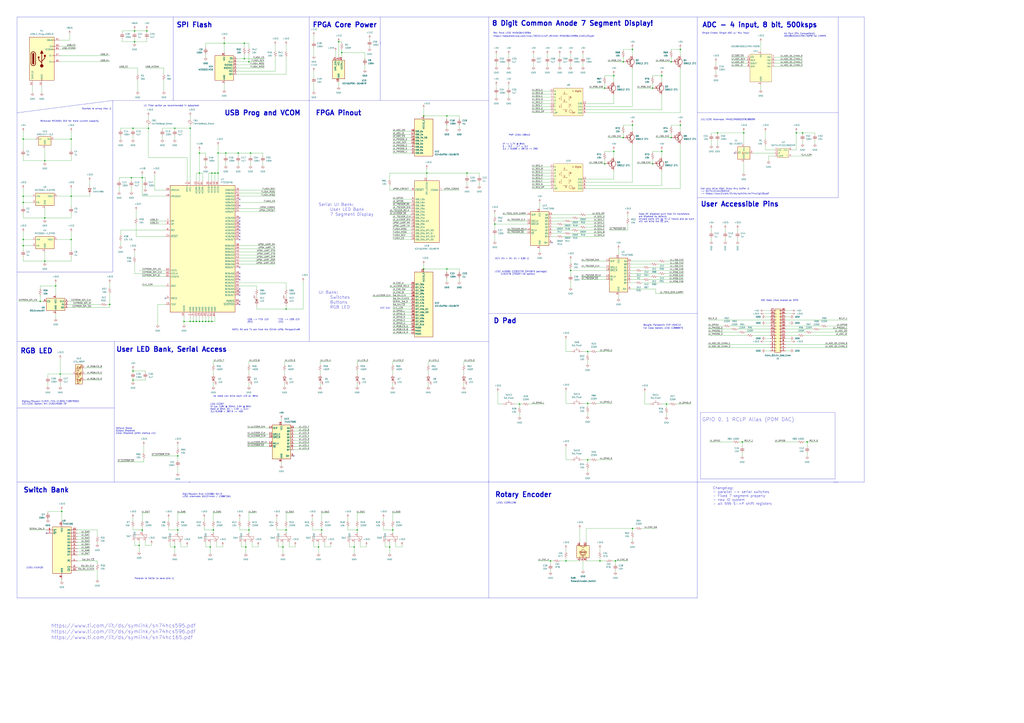
<source format=kicad_sch>
(kicad_sch (version 20230121) (generator eeschema)
  (paper "A1")
  (title_block (title "ProgrammaGull Sandpiper") (date "10/31/2023") (rev "0.0.1") (company "Joseph A. De Vico"))
  (junction (at 543.56 62.23))
  (junction (at 496.57 72.39))
  (junction (at 172.72 449.58))
  (junction (at 19.05 196.85))
  (junction (at 505.46 461.01))
  (junction (at 121.92 105.41))
  (junction (at 19.05 161.29))
  (junction (at 36.83 179.07))
  (junction (at 367.03 220.98))
  (junction (at 146.05 374.65))
  (junction (at 406.4 184.15))
  (junction (at 535.94 72.39))
  (junction (at 36.83 214.63))
  (junction (at 166.37 264.16))
  (junction (at 426.72 332.105))
  (junction (at 492.76 461.01))
  (junction (at 551.18 113.03))
  (junction (at 504.19 124.46))
  (junction (at 163.83 125.73))
  (junction (at 50.8 420.37))
  (junction (at 173.99 264.16))
  (junction (at 261.62 449.58))
  (junction (at 110.49 34.29))
  (junction (at 19.05 201.93))
  (junction (at 109.22 304.8))
  (junction (at 205.74 125.73))
  (junction (at 143.51 105.41))
  (junction (at 204.47 50.8))
  (junction (at 195.58 125.73))
  (junction (at 184.15 35.56))
  (junction (at 232.41 449.58))
  (junction (at 519.43 40.64))
  (junction (at 482.6 331.47))
  (junction (at 204.47 435.61))
  (junction (at 662.94 363.22))
  (junction (at 116.84 146.05))
  (junction (at 350.52 142.24))
  (junction (at 114.3 448.31))
  (junction (at 278.13 34.29))
  (junction (at 168.91 264.16))
  (junction (at 109.22 312.42))
  (junction (at 519.43 434.34))
  (junction (at 290.83 449.58))
  (junction (at 107.95 146.05))
  (junction (at 109.22 105.41))
  (junction (at 201.93 449.58))
  (junction (at 264.16 435.61))
  (junction (at 163.83 142.24))
  (junction (at 468.63 222.25))
  (junction (at 179.07 142.24))
  (junction (at 589.28 109.22))
  (junction (at 234.95 435.61))
  (junction (at 158.75 264.16))
  (junction (at 654.05 109.22))
  (junction (at 482.6 377.825))
  (junction (at 161.29 264.16))
  (junction (at 519.43 102.87))
  (junction (at 280.67 43.18))
  (junction (at 609.6 363.22))
  (junction (at 173.99 142.24))
  (junction (at 120.65 25.4))
  (junction (at 116.84 435.61))
  (junction (at 551.18 50.8))
  (junction (at 504.19 62.23))
  (junction (at 151.13 264.16))
  (junction (at 558.8 102.87))
  (junction (at 200.66 48.26))
  (junction (at 543.56 124.46))
  (junction (at 511.81 113.03))
  (junction (at 156.21 105.41))
  (junction (at 19.05 166.37))
  (junction (at 146.05 435.61))
  (junction (at 347.98 220.98))
  (junction (at 535.94 134.62))
  (junction (at 610.87 109.22))
  (junction (at 200.66 35.56))
  (junction (at 110.49 25.4))
  (junction (at 659.13 109.22))
  (junction (at 179.07 125.73))
  (junction (at 234.95 254))
  (junction (at 293.37 435.61))
  (junction (at 496.57 134.62))
  (junction (at 347.98 95.25))
  (junction (at 156.21 264.16))
  (junction (at 58.42 196.85))
  (junction (at 171.45 264.16))
  (junction (at 49.53 307.34))
  (junction (at 176.53 142.24))
  (junction (at 464.82 461.01))
  (junction (at 33.02 247.65))
  (junction (at 90.17 250.19))
  (junction (at 452.12 461.01))
  (junction (at 36.83 132.08))
  (junction (at 58.42 161.29))
  (junction (at 547.37 332.105))
  (junction (at 367.03 95.25))
  (junction (at 322.58 435.61))
  (junction (at 175.26 435.61))
  (junction (at 558.8 40.64))
  (junction (at 185.42 125.73))
  (junction (at 511.81 50.8))
  (junction (at 320.04 449.58))
  (junction (at 45.72 234.95))
  (junction (at 143.51 449.58))
  (junction (at 482.6 288.925))
  (junction (at 19.05 114.3))
  (junction (at 58.42 114.3))
  (junction (at 163.83 264.16))
  (junction (at 383.54 142.24))
  (no_connect (at 196.85 247.65))
  (no_connect (at 196.85 240.03))
  (no_connect (at 196.85 237.49))
  (no_connect (at 453.39 199.39))
  (no_connect (at 196.85 227.33))
  (no_connect (at 196.85 224.79))
  (no_connect (at 196.85 179.07))
  (no_connect (at 196.85 191.77))
  (no_connect (at 196.85 168.91))
  (no_connect (at 196.85 186.69))
  (no_connect (at 196.85 242.57))
  (no_connect (at 241.3 374.65))
  (no_connect (at 196.85 229.87))
  (no_connect (at 196.85 196.85))
  (no_connect (at 38.1 438.15))
  (no_connect (at 196.85 189.23))
  (no_connect (at 196.85 194.31))
  (no_connect (at 196.85 184.15))
  (no_connect (at 196.85 181.61))
  (no_connect (at 196.85 250.19))
  (no_connect (at 135.89 245.11))
  (no_connect (at 603.25 125.73))
  (no_connect (at 196.85 219.71))
  (no_connect (at 196.85 163.83))
  (wire (pts (xy 581.66 283.21) (xy 632.46 283.21)))
  (wire (pts (xy 636.27 54.61) (xy 659.13 54.61)))
  (wire (pts (xy 417.83 69.85) (xy 417.83 72.39)))
  (wire (pts (xy 515.62 176.53) (xy 515.62 179.07)))
  (wire (pts (xy 50.8 476.25) (xy 50.8 477.52)))
  (wire (pts (xy 322.58 168.91) (xy 337.82 168.91)))
  (wire (pts (xy 241.3 359.41) (xy 254 359.41)))
  (wire (pts (xy 196.85 212.09) (xy 226.06 212.09)))
  (wire (pts (xy 464.82 321.31) (xy 464.82 331.47)))
  (wire (pts (xy 636.27 46.99) (xy 659.13 46.99)))
  (wire (pts (xy 33.02 247.65) (xy 35.56 247.65)))
  (wire (pts (xy 257.81 29.21) (xy 257.81 34.29)))
  (wire (pts (xy 581.66 273.05) (xy 607.06 273.05)))
  (wire (pts (xy 285.75 435.61) (xy 293.37 435.61)))
  (polyline (pts (xy 312.42 82.55) (xy 401.32 82.55)))
  (wire (pts (xy 55.88 252.73) (xy 90.17 252.73)))
  (wire (pts (xy 519.43 444.5) (xy 519.43 441.96)))
  (wire (pts (xy 331.47 297.18) (xy 322.58 297.18)))
  (wire (pts (xy 474.98 189.23) (xy 496.57 189.23)))
  (wire (pts (xy 210.82 251.46) (xy 210.82 254)))
  (wire (pts (xy 452.12 468.63) (xy 452.12 469.9)))
  (wire (pts (xy 168.91 133.35) (xy 168.91 135.89)))
  (polyline (pts (xy 684.53 396.24) (xy 709.93 396.24)))
  (wire (pts (xy 535.94 62.23) (xy 535.94 63.5)))
  (wire (pts (xy 173.99 142.24) (xy 173.99 148.59)))
  (wire (pts (xy 146.05 373.38) (xy 146.05 374.65)))
  (wire (pts (xy 300.99 448.31) (xy 300.99 449.58)))
  (wire (pts (xy 176.53 142.24) (xy 176.53 148.59)))
  (wire (pts (xy 462.28 184.15) (xy 496.57 184.15)))
  (wire (pts (xy 436.88 85.09) (xy 452.12 85.09)))
  (wire (pts (xy 449.58 44.45) (xy 449.58 46.99)))
  (wire (pts (xy 19.05 114.3) (xy 19.05 123.19)))
  (wire (pts (xy 535.94 130.81) (xy 535.94 134.62)))
  (polyline (pts (xy 685.8 393.7) (xy 685.8 339.09)))
  (wire (pts (xy 438.15 52.07) (xy 438.15 54.61)))
  (wire (pts (xy 605.79 195.58) (xy 605.79 198.12)))
  (wire (pts (xy 210.82 234.95) (xy 210.82 237.49)))
  (wire (pts (xy 36.83 207.01) (xy 36.83 214.63)))
  (wire (pts (xy 184.15 35.56) (xy 184.15 43.18)))
  (wire (pts (xy 650.24 280.67) (xy 645.16 280.67)))
  (wire (pts (xy 295.91 445.77) (xy 295.91 449.58)))
  (wire (pts (xy 161.29 264.16) (xy 161.29 260.35)))
  (wire (pts (xy 196.85 433.07) (xy 196.85 435.61)))
  (wire (pts (xy 19.05 128.27) (xy 19.05 132.08)))
  (wire (pts (xy 389.89 297.18) (xy 381 297.18)))
  (wire (pts (xy 200.66 35.56) (xy 200.66 39.37)))
  (wire (pts (xy 204.47 297.18) (xy 204.47 299.72)))
  (polyline (pts (xy 13.97 335.28) (xy 93.98 335.28)))
  (wire (pts (xy 97.79 146.05) (xy 97.79 148.59)))
  (wire (pts (xy 138.43 433.07) (xy 138.43 435.61)))
  (wire (pts (xy 605.79 187.96) (xy 605.79 190.5)))
  (wire (pts (xy 589.28 115.57) (xy 589.28 119.38)))
  (wire (pts (xy 156.21 264.16) (xy 156.21 260.35)))
  (wire (pts (xy 468.63 181.61) (xy 496.57 181.61)))
  (wire (pts (xy 322.58 113.03) (xy 337.82 113.03)))
  (polyline (pts (xy 401.32 396.24) (xy 401.32 396.24)))
  (wire (pts (xy 543.56 123.19) (xy 543.56 124.46)))
  (wire (pts (xy 241.3 361.95) (xy 254 361.95)))
  (wire (pts (xy 210.82 242.57) (xy 210.82 243.84)))
  (wire (pts (xy 558.8 118.11) (xy 558.8 154.94)))
  (wire (pts (xy 58.42 154.94) (xy 58.42 161.29)))
  (wire (pts (xy 110.49 34.29) (xy 120.65 34.29)))
  (polyline (pts (xy 685.8 339.09) (xy 575.31 339.09)))
  (wire (pts (xy 584.2 195.58) (xy 584.2 198.12)))
  (wire (pts (xy 153.67 448.31) (xy 153.67 449.58)))
  (wire (pts (xy 129.54 266.7) (xy 129.54 250.19)))
  (wire (pts (xy 163.83 125.73) (xy 168.91 125.73)))
  (wire (pts (xy 551.18 109.22) (xy 551.18 113.03)))
  (wire (pts (xy 481.33 90.17) (xy 543.56 90.17)))
  (wire (pts (xy 205.74 125.73) (xy 205.74 128.27)))
  (wire (pts (xy 600.71 46.99) (xy 613.41 46.99)))
  (wire (pts (xy 412.75 176.53) (xy 433.07 176.53)))
  (wire (pts (xy 322.58 248.92) (xy 337.82 248.92)))
  (wire (pts (xy 367.03 223.52) (xy 367.03 220.98)))
  (wire (pts (xy 518.16 224.79) (xy 541.02 224.79)))
  (wire (pts (xy 496.57 68.58) (xy 496.57 72.39)))
  (wire (pts (xy 179.07 125.73) (xy 179.07 142.24)))
  (wire (pts (xy 166.37 142.24) (xy 163.83 142.24)))
  (wire (pts (xy 176.53 142.24) (xy 173.99 142.24)))
  (wire (pts (xy 201.93 449.58) (xy 201.93 454.66)))
  (wire (pts (xy 645.16 262.89) (xy 695.96 262.89)))
  (wire (pts (xy 303.53 31.75) (xy 303.53 33.02)))
  (wire (pts (xy 453.39 176.53) (xy 476.25 176.53)))
  (wire (pts (xy 453.39 194.31) (xy 457.2 194.31)))
  (wire (pts (xy 242.57 297.18) (xy 233.68 297.18)))
  (wire (pts (xy 535.94 124.46) (xy 535.94 125.73)))
  (wire (pts (xy 242.57 449.58) (xy 237.49 449.58)))
  (wire (pts (xy 121.92 105.41) (xy 109.22 105.41)))
  (wire (pts (xy 212.09 448.31) (xy 212.09 449.58)))
  (wire (pts (xy 631.19 132.08) (xy 631.19 128.27)))
  (wire (pts (xy 119.38 148.59) (xy 119.38 146.05)))
  (wire (pts (xy 55.88 247.65) (xy 74.93 247.65)))
  (wire (pts (xy 518.16 232.41) (xy 521.97 232.41)))
  (wire (pts (xy 504.19 62.23) (xy 496.57 62.23)))
  (wire (pts (xy 195.58 133.35) (xy 195.58 135.89)))
  (polyline (pts (xy 13.97 280.67) (xy 13.97 335.28)))
  (wire (pts (xy 204.47 435.61) (xy 204.47 438.15)))
  (wire (pts (xy 36.83 171.45) (xy 36.83 179.07)))
  (wire (pts (xy 436.88 87.63) (xy 452.12 87.63)))
  (wire (pts (xy 15.24 247.65) (xy 33.02 247.65)))
  (wire (pts (xy 168.91 449.58) (xy 168.91 445.77)))
  (wire (pts (xy 645.16 275.59) (xy 655.32 275.59)))
  (wire (pts (xy 490.22 377.825) (xy 502.92 377.825)))
  (wire (pts (xy 196.85 173.99) (xy 226.06 173.99)))
  (wire (pts (xy 231.14 344.17) (xy 231.14 346.71)))
  (wire (pts (xy 36.83 179.07) (xy 36.83 180.34)))
  (wire (pts (xy 264.16 433.07) (xy 264.16 435.61)))
  (wire (pts (xy 502.92 461.01) (xy 505.46 461.01)))
  (wire (pts (xy 453.39 186.69) (xy 476.25 186.69)))
  (wire (pts (xy 194.31 48.26) (xy 200.66 48.26)))
  (wire (pts (xy 481.33 149.86) (xy 519.43 149.86)))
  (wire (pts (xy 167.64 425.45) (xy 167.64 427.99)))
  (wire (pts (xy 58.42 107.95) (xy 58.42 114.3)))
  (wire (pts (xy 196.85 214.63) (xy 226.06 214.63)))
  (polyline (pts (xy 392.43 280.67) (xy 401.32 280.67)))
  (wire (pts (xy 121.92 102.87) (xy 121.92 105.41)))
  (wire (pts (xy 196.85 171.45) (xy 226.06 171.45)))
  (wire (pts (xy 436.88 90.17) (xy 452.12 90.17)))
  (wire (pts (xy 19.05 132.08) (xy 36.83 132.08)))
  (wire (pts (xy 100.33 25.4) (xy 110.49 25.4)))
  (wire (pts (xy 195.58 125.73) (xy 205.74 125.73)))
  (wire (pts (xy 322.58 107.95) (xy 337.82 107.95)))
  (wire (pts (xy 287.02 449.58) (xy 287.02 445.77)))
  (wire (pts (xy 519.43 40.64) (xy 519.43 45.72)))
  (wire (pts (xy 645.16 273.05) (xy 661.67 273.05)))
  (wire (pts (xy 116.84 227.33) (xy 135.89 227.33)))
  (wire (pts (xy 241.3 356.87) (xy 254 356.87)))
  (wire (pts (xy 662.94 363.22) (xy 662.94 367.03)))
  (polyline (pts (xy 13.97 396.24) (xy 13.97 491.49)))
  (wire (pts (xy 204.47 39.37) (xy 204.47 35.56)))
  (wire (pts (xy 45.72 234.95) (xy 45.72 242.57)))
  (wire (pts (xy 99.06 111.76) (xy 99.06 114.3)))
  (wire (pts (xy 464.82 450.85) (xy 464.82 453.39)))
  (wire (pts (xy 330.2 448.31) (xy 330.2 449.58)))
  (wire (pts (xy 468.63 213.36) (xy 468.63 215.9)))
  (wire (pts (xy 558.8 102.87) (xy 551.18 102.87)))
  (wire (pts (xy 200.66 48.26) (xy 217.17 48.26)))
  (wire (pts (xy 584.2 109.22) (xy 584.2 110.49)))
  (wire (pts (xy 139.7 449.58) (xy 139.7 445.77)))
  (wire (pts (xy 113.03 55.88) (xy 97.79 55.88)))
  (wire (pts (xy 196.85 232.41) (xy 234.95 232.41)))
  (wire (pts (xy 19.05 196.85) (xy 19.05 201.93)))
  (wire (pts (xy 655.32 363.22) (xy 636.27 363.22)))
  (wire (pts (xy 322.58 421.64) (xy 322.58 427.99)))
  (wire (pts (xy 205.74 125.73) (xy 215.9 125.73)))
  (wire (pts (xy 175.26 314.96) (xy 175.26 317.5)))
  (wire (pts (xy 19.05 114.3) (xy 29.21 114.3)))
  (wire (pts (xy 205.74 133.35) (xy 205.74 135.89)))
  (wire (pts (xy 322.58 123.19) (xy 337.82 123.19)))
  (wire (pts (xy 293.37 433.07) (xy 293.37 435.61)))
  (wire (pts (xy 107.95 146.05) (xy 107.95 148.59)))
  (wire (pts (xy 109.22 111.76) (xy 109.22 114.3)))
  (wire (pts (xy 293.37 421.64) (xy 293.37 427.99)))
  (wire (pts (xy 143.51 449.58) (xy 143.51 454.66)))
  (wire (pts (xy 299.72 53.34) (xy 299.72 57.15)))
  (wire (pts (xy 173.99 142.24) (xy 171.45 142.24)))
  (wire (pts (xy 477.52 227.33) (xy 497.84 227.33)))
  (wire (pts (xy 19.05 210.82) (xy 19.05 214.63)))
  (wire (pts (xy 163.83 125.73) (xy 163.83 142.24)))
  (wire (pts (xy 196.85 207.01) (xy 226.06 207.01)))
  (wire (pts (xy 185.42 128.27) (xy 185.42 125.73)))
  (wire (pts (xy 168.91 44.45) (xy 168.91 46.99)))
  (wire (pts (xy 36.83 132.08) (xy 36.83 133.35)))
  (wire (pts (xy 659.13 115.57) (xy 659.13 118.11)))
  (wire (pts (xy 182.88 449.58) (xy 177.8 449.58)))
  (polyline (pts (xy 254 280.67) (xy 254 82.55)))
  (wire (pts (xy 213.36 297.18) (xy 204.47 297.18)))
  (polyline (pts (xy 572.77 162.56) (xy 688.34 162.56)))
  (wire (pts (xy 417.83 77.47) (xy 417.83 80.01)))
  (wire (pts (xy 114.3 222.25) (xy 135.89 222.25)))
  (wire (pts (xy 673.1 270.51) (xy 695.96 270.51)))
  (polyline (pts (xy 401.32 395.605) (xy 401.32 256.54)))
  (wire (pts (xy 204.47 421.64) (xy 210.82 421.64)))
  (wire (pts (xy 436.88 82.55) (xy 452.12 82.55)))
  (polyline (pts (xy 13.97 396.24) (xy 93.98 396.24)))
  (wire (pts (xy 161.29 142.24) (xy 161.29 148.59)))
  (polyline (pts (xy 688.34 13.97) (xy 688.34 92.71)))
  (wire (pts (xy 63.5 468.63) (xy 77.47 468.63)))
  (wire (pts (xy 184.15 33.02) (xy 184.15 35.56)))
  (wire (pts (xy 609.6 374.65) (xy 609.6 372.11)))
  (wire (pts (xy 49.53 294.64) (xy 49.53 307.34)))
  (wire (pts (xy 194.31 55.88) (xy 217.17 55.88)))
  (wire (pts (xy 505.46 461.01) (xy 505.46 463.55)))
  (wire (pts (xy 57.15 33.02) (xy 49.53 33.02)))
  (wire (pts (xy 426.72 342.265) (xy 426.72 339.725)))
  (wire (pts (xy 293.37 297.18) (xy 293.37 299.72)))
  (wire (pts (xy 143.51 445.77) (xy 143.51 449.58)))
  (wire (pts (xy 19.05 161.29) (xy 19.05 166.37)))
  (wire (pts (xy 322.58 254) (xy 337.82 254)))
  (wire (pts (xy 36.83 121.92) (xy 36.83 132.08)))
  (wire (pts (xy 204.47 35.56) (xy 200.66 35.56)))
  (wire (pts (xy 350.52 142.24) (xy 350.52 146.05)))
  (wire (pts (xy 109.22 303.53) (xy 109.22 304.8)))
  (wire (pts (xy 173.99 264.16) (xy 176.53 264.16)))
  (wire (pts (xy 262.89 304.8) (xy 262.89 307.34)))
  (wire (pts (xy 505.46 468.63) (xy 505.46 469.9)))
  (wire (pts (xy 511.81 46.99) (xy 511.81 50.8)))
  (polyline (pts (xy 312.42 34.29) (xy 312.42 82.55)))
  (wire (pts (xy 110.49 448.31) (xy 110.49 444.5)))
  (wire (pts (xy 558.8 40.64) (xy 558.8 45.72)))
  (wire (pts (xy 508 204.47) (xy 508 209.55)))
  (wire (pts (xy 175.26 433.07) (xy 175.26 435.61)))
  (wire (pts (xy 322.58 196.85) (xy 337.82 196.85)))
  (wire (pts (xy 452.12 461.01) (xy 441.96 461.01)))
  (polyline (pts (xy 401.32 491.49) (xy 572.77 491.49)))
  (wire (pts (xy 320.04 176.53) (xy 337.82 176.53)))
  (wire (pts (xy 143.51 111.76) (xy 143.51 114.3)))
  (polyline (pts (xy 572.77 13.97) (xy 688.34 13.97)))
  (wire (pts (xy 669.29 110.49) (xy 669.29 109.22)))
  (wire (pts (xy 519.43 436.88) (xy 519.43 434.34)))
  (wire (pts (xy 322.58 189.23) (xy 337.82 189.23)))
  (wire (pts (xy 367.03 97.79) (xy 367.03 95.25)))
  (wire (pts (xy 44.45 114.3) (xy 58.42 114.3)))
  (wire (pts (xy 129.54 250.19) (xy 135.89 250.19)))
  (wire (pts (xy 45.72 232.41) (xy 45.72 234.95)))
  (wire (pts (xy 168.91 39.37) (xy 168.91 35.56)))
  (wire (pts (xy 90.17 232.41) (xy 90.17 236.22)))
  (wire (pts (xy 468.63 220.98) (xy 468.63 222.25)))
  (wire (pts (xy 248.92 254) (xy 234.95 254)))
  (polyline (pts (xy 575.31 393.7) (xy 685.8 393.7)))
  (wire (pts (xy 436.88 137.16) (xy 452.12 137.16)))
  (wire (pts (xy 645.16 270.51) (xy 668.02 270.51)))
  (wire (pts (xy 538.48 241.3) (xy 561.34 241.3)))
  (wire (pts (xy 636.27 49.53) (xy 659.13 49.53)))
  (wire (pts (xy 271.78 297.18) (xy 262.89 297.18)))
  (wire (pts (xy 504.19 147.32) (xy 504.19 139.7)))
  (wire (pts (xy 116.84 421.64) (xy 123.19 421.64)))
  (wire (pts (xy 654.05 123.19) (xy 650.24 123.19)))
  (wire (pts (xy 628.65 278.13) (xy 632.46 278.13)))
  (wire (pts (xy 45.72 257.81) (xy 45.72 261.62)))
  (wire (pts (xy 322.58 421.64) (xy 328.93 421.64)))
  (wire (pts (xy 610.87 133.35) (xy 610.87 142.24)))
  (wire (pts (xy 241.3 367.03) (xy 254 367.03)))
  (wire (pts (xy 156.21 105.41) (xy 143.51 105.41)))
  (wire (pts (xy 436.88 142.24) (xy 452.12 142.24)))
  (wire (pts (xy 322.58 125.73) (xy 337.82 125.73)))
  (wire (pts (xy 482.6 299.085) (xy 482.6 296.545)))
  (wire (pts (xy 589.28 109.22) (xy 610.87 109.22)))
  (wire (pts (xy 233.68 314.96) (xy 233.68 317.5)))
  (wire (pts (xy 350.52 142.24) (xy 383.54 142.24)))
  (polyline (pts (xy 392.43 396.24) (xy 142.24 396.24)))
  (wire (pts (xy 518.16 227.33) (xy 534.67 227.33)))
  (wire (pts (xy 325.12 445.77) (xy 325.12 449.58)))
  (wire (pts (xy 173.99 264.16) (xy 173.99 260.35)))
  (wire (pts (xy 58.42 123.19) (xy 58.42 114.3)))
  (wire (pts (xy 504.19 60.96) (xy 504.19 62.23)))
  (wire (pts (xy 662.94 363.22) (xy 671.83 363.22)))
  (wire (pts (xy 543.56 62.23) (xy 543.56 67.31)))
  (wire (pts (xy 63.5 455.93) (xy 73.66 455.93)))
  (wire (pts (xy 539.75 227.33) (xy 561.34 227.33)))
  (wire (pts (xy 314.96 435.61) (xy 322.58 435.61)))
  (wire (pts (xy 111.76 194.31) (xy 135.89 194.31)))
  (wire (pts (xy 90.17 250.19) (xy 90.17 252.73)))
  (wire (pts (xy 609.6 363.22) (xy 609.6 367.03)))
  (wire (pts (xy 198.12 449.58) (xy 198.12 445.77)))
  (wire (pts (xy 453.39 181.61) (xy 463.55 181.61)))
  (wire (pts (xy 436.88 74.93) (xy 452.12 74.93)))
  (wire (pts (xy 504.19 62.23) (xy 504.19 67.31)))
  (wire (pts (xy 266.7 445.77) (xy 266.7 449.58)))
  (wire (pts (xy 628.65 265.43) (xy 632.46 265.43)))
  (wire (pts (xy 231.14 379.73) (xy 231.14 382.27)))
  (wire (pts (xy 151.13 264.16) (xy 151.13 266.7)))
  (wire (pts (xy 618.49 125.73) (xy 636.27 125.73)))
  (wire (pts (xy 322.58 264.16) (xy 337.82 264.16)))
  (wire (pts (xy 477.52 214.63) (xy 497.84 214.63)))
  (wire (pts (xy 113.03 66.04) (xy 113.03 74.93)))
  (wire (pts (xy 459.74 461.01) (xy 464.82 461.01)))
  (wire (pts (xy 518.16 237.49) (xy 538.48 237.49)))
  (wire (pts (xy 659.13 109.22) (xy 659.13 110.49)))
  (wire (pts (xy 543.56 62.23) (xy 535.94 62.23)))
  (wire (pts (xy 660.4 363.22) (xy 662.94 363.22)))
  (polyline (pts (xy 93.98 396.24) (xy 142.24 396.24)))
  (wire (pts (xy 107.95 153.67) (xy 107.95 157.48)))
  (wire (pts (xy 123.19 181.61) (xy 135.89 181.61)))
  (wire (pts (xy 119.38 444.5) (xy 119.38 448.31)))
  (polyline (pts (xy 688.34 396.24) (xy 572.77 396.24)))
  (wire (pts (xy 347.98 217.17) (xy 347.98 220.98)))
  (wire (pts (xy 39.37 421.64) (xy 39.37 420.37)))
  (wire (pts (xy 172.72 445.77) (xy 172.72 449.58)))
  (wire (pts (xy 166.37 264.16) (xy 166.37 260.35)))
  (wire (pts (xy 436.88 154.94) (xy 452.12 154.94)))
  (wire (pts (xy 134.62 55.88) (xy 119.38 55.88)))
  (wire (pts (xy 351.79 314.96) (xy 351.79 317.5)))
  (wire (pts (xy 146.05 433.07) (xy 146.05 435.61)))
  (wire (pts (xy 322.58 163.83) (xy 337.82 163.83)))
  (wire (pts (xy 482.6 377.825) (xy 485.14 377.825)))
  (wire (pts (xy 543.56 124.46) (xy 543.56 129.54)))
  (wire (pts (xy 650.24 255.27) (xy 645.16 255.27)))
  (wire (pts (xy 233.68 297.18) (xy 233.68 299.72)))
  (wire (pts (xy 107.95 146.05) (xy 116.84 146.05)))
  (wire (pts (xy 116.84 421.64) (xy 116.84 427.99)))
  (wire (pts (xy 242.57 448.31) (xy 242.57 449.58)))
  (wire (pts (xy 609.6 363.22) (xy 618.49 363.22)))
  (wire (pts (xy 133.35 111.76) (xy 133.35 114.3)))
  (wire (pts (xy 196.85 209.55) (xy 226.06 209.55)))
  (wire (pts (xy 322.58 271.78) (xy 337.82 271.78)))
  (wire (pts (xy 505.46 461.01) (xy 515.62 461.01)))
  (wire (pts (xy 443.23 166.37) (xy 443.23 171.45)))
  (wire (pts (xy 55.88 250.19) (xy 82.55 250.19)))
  (polyline (pts (xy 401.32 13.97) (xy 572.77 13.97)))
  (wire (pts (xy 227.33 433.07) (xy 227.33 435.61)))
  (wire (pts (xy 293.37 421.64) (xy 299.72 421.64)))
  (wire (pts (xy 464.82 331.47) (xy 468.63 331.47)))
  (wire (pts (xy 558.8 39.37) (xy 558.8 40.64)))
  (wire (pts (xy 468.63 222.25) (xy 468.63 226.06)))
  (wire (pts (xy 195.58 125.73) (xy 195.58 128.27)))
  (wire (pts (xy 110.49 25.4) (xy 110.49 24.13)))
  (wire (pts (xy 320.04 152.4) (xy 320.04 156.21)))
  (wire (pts (xy 504.19 124.46) (xy 496.57 124.46)))
  (wire (pts (xy 80.01 435.61) (xy 80.01 440.69)))
  (wire (pts (xy 481.33 87.63) (xy 519.43 87.63)))
  (polyline (pts (xy 13.97 223.52) (xy 13.97 280.67)))
  (wire (pts (xy 293.37 314.96) (xy 293.37 317.5)))
  (wire (pts (xy 175.26 304.8) (xy 175.26 307.34)))
  (wire (pts (xy 482.6 331.47) (xy 478.79 331.47)))
  (wire (pts (xy 163.83 264.16) (xy 163.83 260.35)))
  (wire (pts (xy 407.67 46.99) (xy 407.67 44.45)))
  (wire (pts (xy 116.84 143.51) (xy 116.84 146.05)))
  (wire (pts (xy 261.62 445.77) (xy 261.62 449.58)))
  (wire (pts (xy 584.2 115.57) (xy 584.2 119.38)))
  (wire (pts (xy 119.38 146.05) (xy 116.84 146.05)))
  (wire (pts (xy 482.6 288.925) (xy 485.14 288.925)))
  (wire (pts (xy 109.22 105.41) (xy 109.22 106.68)))
  (wire (pts (xy 452.12 461.01) (xy 452.12 463.55)))
  (wire (pts (xy 299.72 48.26) (xy 299.72 43.18)))
  (polyline (pts (xy 13.97 335.28) (xy 13.97 396.24)))
  (wire (pts (xy 322.58 269.24) (xy 337.82 269.24)))
  (wire (pts (xy 285.75 433.07) (xy 285.75 435.61)))
  (wire (pts (xy 134.62 60.96) (xy 134.62 55.88)))
  (wire (pts (xy 381 314.96) (xy 381 317.5)))
  (wire (pts (xy 436.88 147.32) (xy 452.12 147.32)))
  (wire (pts (xy 581.66 267.97) (xy 594.36 267.97)))
  (wire (pts (xy 314.96 425.45) (xy 314.96 427.99)))
  (wire (pts (xy 347.98 88.9) (xy 347.98 95.25)))
  (polyline (pts (xy 312.42 13.97) (xy 312.42 36.83)))
  (wire (pts (xy 109.22 304.8) (xy 109.22 306.07)))
  (wire (pts (xy 436.88 77.47) (xy 452.12 77.47)))
  (wire (pts (xy 26.67 71.12) (xy 26.67 76.2)))
  (wire (pts (xy 196.85 435.61) (xy 204.47 435.61)))
  (wire (pts (xy 322.58 194.31) (xy 337.82 194.31)))
  (wire (pts (xy 204.47 421.64) (xy 204.47 427.99)))
  (wire (pts (xy 492.76 461.01) (xy 492.76 458.47)))
  (wire (pts (xy 127 156.21) (xy 135.89 156.21)))
  (wire (pts (xy 547.37 332.105) (xy 543.56 332.105)))
  (wire (pts (xy 100.33 26.67) (xy 100.33 25.4)))
  (wire (pts (xy 204.47 304.8) (xy 204.47 307.34)))
  (wire (pts (xy 518.16 219.71) (xy 528.32 219.71)))
  (wire (pts (xy 63.5 461.01) (xy 80.01 461.01)))
  (wire (pts (xy 63.5 445.77) (xy 73.66 445.77)))
  (wire (pts (xy 462.28 194.31) (xy 496.57 194.31)))
  (wire (pts (xy 196.85 425.45) (xy 196.85 427.99)))
  (wire (pts (xy 264.16 421.64) (xy 264.16 427.99)))
  (wire (pts (xy 19.05 166.37) (xy 26.67 166.37)))
  (wire (pts (xy 24.13 435.61) (xy 38.1 435.61)))
  (wire (pts (xy 350.52 138.43) (xy 350.52 142.24)))
  (wire (pts (xy 232.41 449.58) (xy 232.41 454.66)))
  (wire (pts (xy 322.58 297.18) (xy 322.58 299.72)))
  (polyline (pts (xy 254 82.55) (xy 142.24 82.55)))
  (wire (pts (xy 449.58 52.07) (xy 449.58 54.61)))
  (wire (pts (xy 330.2 449.58) (xy 325.12 449.58)))
  (wire (pts (xy 33.02 234.95) (xy 45.72 234.95)))
  (wire (pts (xy 322.58 304.8) (xy 322.58 307.34)))
  (wire (pts (xy 662.94 374.65) (xy 662.94 372.11)))
  (wire (pts (xy 110.49 215.9) (xy 110.49 224.79)))
  (polyline (pts (xy 709.93 214.63) (xy 709.93 396.24)))
  (wire (pts (xy 19.05 201.93) (xy 26.67 201.93)))
  (wire (pts (xy 547.37 332.105) (xy 549.91 332.105)))
  (wire (pts (xy 481.33 461.01) (xy 492.76 461.01)))
  (wire (pts (xy 406.4 193.04) (xy 406.4 198.12)))
  (wire (pts (xy 511.81 40.64) (xy 511.81 41.91)))
  (wire (pts (xy 120.65 34.29) (xy 120.65 31.75)))
  (wire (pts (xy 262.89 297.18) (xy 262.89 299.72)))
  (wire (pts (xy 547.37 342.265) (xy 547.37 339.725)))
  (wire (pts (xy 519.43 102.87) (xy 511.81 102.87)))
  (wire (pts (xy 168.91 264.16) (xy 168.91 260.35)))
  (wire (pts (xy 109.22 312.42) (xy 109.22 313.69)))
  (wire (pts (xy 119.38 153.67) (xy 119.38 154.94)))
  (wire (pts (xy 538.48 237.49) (xy 538.48 241.3)))
  (wire (pts (xy 468.63 231.14) (xy 468.63 236.22)))
  (wire (pts (xy 302.26 297.18) (xy 293.37 297.18)))
  (wire (pts (xy 367.03 220.98) (xy 377.19 220.98)))
  (wire (pts (xy 124.46 374.65) (xy 146.05 374.65)))
  (wire (pts (xy 36.83 214.63) (xy 58.42 214.63)))
  (wire (pts (xy 116.84 435.61) (xy 116.84 436.88)))
  (wire (pts (xy 322.58 233.68) (xy 337.82 233.68)))
  (wire (pts (xy 179.07 142.24) (xy 176.53 142.24)))
  (polyline (pts (xy 312.42 13.97) (xy 401.32 13.97)))
  (wire (pts (xy 605.79 270.51) (xy 632.46 270.51)))
  (wire (pts (xy 290.83 449.58) (xy 290.83 454.66)))
  (wire (pts (xy 320.04 236.22) (xy 337.82 236.22)))
  (wire (pts (xy 204.47 314.96) (xy 204.47 317.5)))
  (polyline (pts (xy 709.93 214.63) (xy 709.93 13.97)))
  (wire (pts (xy 257.81 58.42) (xy 257.81 63.5)))
  (wire (pts (xy 177.8 445.77) (xy 177.8 449.58)))
  (wire (pts (xy 464.82 461.01) (xy 464.82 458.47)))
  (wire (pts (xy 322.58 246.38) (xy 337.82 246.38)))
  (wire (pts (xy 58.42 170.18) (xy 58.42 161.29)))
  (wire (pts (xy 185.42 125.73) (xy 195.58 125.73)))
  (wire (pts (xy 482.6 387.985) (xy 482.6 385.445)))
  (wire (pts (xy 124.46 447.04) (xy 124.46 448.31)))
  (wire (pts (xy 34.29 71.12) (xy 34.29 76.2)))
  (wire (pts (xy 482.6 334.01) (xy 482.6 331.47)))
  (wire (pts (xy 519.43 40.64) (xy 511.81 40.64)))
  (wire (pts (xy 110.49 25.4) (xy 120.65 25.4)))
  (wire (pts (xy 518.16 229.87) (xy 528.32 229.87)))
  (polyline (pts (xy 572.77 233.68) (xy 572.77 82.55)))
  (wire (pts (xy 234.95 251.46) (xy 234.95 254)))
  (wire (pts (xy 194.31 53.34) (xy 217.17 53.34)))
  (wire (pts (xy 138.43 435.61) (xy 146.05 435.61)))
  (wire (pts (xy 171.45 264.16) (xy 173.99 264.16)))
  (polyline (pts (xy 401.32 81.28) (xy 401.32 256.54)))
  (wire (pts (xy 417.83 44.45) (xy 417.83 46.99)))
  (wire (pts (xy 90.17 241.3) (xy 90.17 250.19)))
  (wire (pts (xy 19.05 214.63) (xy 36.83 214.63)))
  (wire (pts (xy 143.51 105.41) (xy 143.51 106.68)))
  (wire (pts (xy 278.13 67.31) (xy 278.13 71.12)))
  (wire (pts (xy 36.83 179.07) (xy 58.42 179.07)))
  (wire (pts (xy 143.51 105.41) (xy 133.35 105.41)))
  (wire (pts (xy 58.42 196.85) (xy 46.99 196.85)))
  (wire (pts (xy 351.79 297.18) (xy 351.79 299.72)))
  (wire (pts (xy 19.05 190.5) (xy 19.05 196.85)))
  (wire (pts (xy 581.66 275.59) (xy 613.41 275.59)))
  (wire (pts (xy 134.62 66.04) (xy 134.62 74.93)))
  (wire (pts (xy 547.37 334.645) (xy 547.37 332.105)))
  (wire (pts (xy 558.8 40.64) (xy 551.18 40.64)))
  (wire (pts (xy 679.45 267.97) (xy 695.96 267.97)))
  (wire (pts (xy 650.24 128.27) (xy 666.75 128.27)))
  (wire (pts (xy 58.42 161.29) (xy 73.66 161.29)))
  (wire (pts (xy 426.72 332.105) (xy 429.26 332.105)))
  (wire (pts (xy 535.94 68.58) (xy 535.94 72.39)))
  (wire (pts (xy 481.33 85.09) (xy 504.19 85.09)))
  (wire (pts (xy 381 297.18) (xy 381 299.72)))
  (wire (pts (xy 184.15 68.58) (xy 184.15 73.66)))
  (wire (pts (xy 148.59 445.77) (xy 148.59 449.58)))
  (wire (pts (xy 278.13 34.29) (xy 278.13 46.99)))
  (wire (pts (xy 322.58 166.37) (xy 337.82 166.37)))
  (wire (pts (xy 19.05 201.93) (xy 19.05 205.74)))
  (wire (pts (xy 360.68 297.18) (xy 351.79 297.18)))
  (wire (pts (xy 367.03 102.87) (xy 367.03 105.41)))
  (wire (pts (xy 624.84 69.85) (xy 624.84 73.66)))
  (wire (pts (xy 256.54 435.61) (xy 264.16 435.61)))
  (wire (pts (xy 196.85 234.95) (xy 210.82 234.95)))
  (wire (pts (xy 111.76 184.15) (xy 111.76 194.31)))
  (wire (pts (xy 499.11 113.03) (xy 511.81 113.03)))
  (wire (pts (xy 478.79 46.99) (xy 478.79 44.45)))
  (wire (pts (xy 290.83 449.58) (xy 287.02 449.58)))
  (wire (pts (xy 406.4 184.15) (xy 406.4 187.96)))
  (wire (pts (xy 33.02 242.57) (xy 33.02 247.65)))
  (wire (pts (xy 497.84 461.01) (xy 492.76 461.01)))
  (wire (pts (xy 581.66 262.89) (xy 632.46 262.89)))
  (wire (pts (xy 19.05 154.94) (xy 19.05 161.29)))
  (wire (pts (xy 63.5 448.31) (xy 73.66 448.31)))
  (wire (pts (xy 100.33 34.29) (xy 100.33 31.75)))
  (wire (pts (xy 49.53 307.34) (xy 49.53 309.88)))
  (wire (pts (xy 63.5 443.23) (xy 73.66 443.23)))
  (wire (pts (xy 143.51 449.58) (xy 139.7 449.58)))
  (wire (pts (xy 226.06 46.99) (xy 226.06 58.42)))
  (wire (pts (xy 554.99 332.105) (xy 567.69 332.105)))
  (wire (pts (xy 322.58 266.7) (xy 337.82 266.7)))
  (wire (pts (xy 539.75 217.17) (xy 561.34 217.17)))
  (wire (pts (xy 454.66 461.01) (xy 452.12 461.01)))
  (wire (pts (xy 133.35 105.41) (xy 133.35 106.68)))
  (wire (pts (xy 453.39 179.07) (xy 469.9 179.07)))
  (wire (pts (xy 99.06 105.41) (xy 99.06 106.68)))
  (wire (pts (xy 393.7 142.24) (xy 393.7 144.78)))
  (wire (pts (xy 204.47 433.07) (xy 204.47 435.61)))
  (wire (pts (xy 322.58 238.76) (xy 337.82 238.76)))
  (wire (pts (xy 551.18 40.64) (xy 551.18 41.91)))
  (wire (pts (xy 558.8 55.88) (xy 558.8 92.71)))
  (wire (pts (xy 650.24 257.81) (xy 645.16 257.81)))
  (wire (pts (xy 496.57 124.46) (xy 496.57 125.73)))
  (wire (pts (xy 171.45 142.24) (xy 171.45 148.59)))
  (wire (pts (xy 588.01 58.42) (xy 588.01 60.96)))
  (wire (pts (xy 504.19 123.19) (xy 504.19 124.46)))
  (wire (pts (xy 118.11 379.73) (xy 96.52 379.73)))
  (wire (pts (xy 628.65 123.19) (xy 636.27 123.19)))
  (wire (pts (xy 314.96 433.07) (xy 314.96 435.61)))
  (wire (pts (xy 482.6 291.465) (xy 482.6 288.925)))
  (wire (pts (xy 543.56 60.96) (xy 543.56 62.23)))
  (wire (pts (xy 436.88 80.01) (xy 452.12 80.01)))
  (wire (pts (xy 322.58 274.32) (xy 337.82 274.32)))
  (wire (pts (xy 58.42 214.63) (xy 58.42 210.82)))
  (polyline (pts (xy 13.97 491.49) (xy 401.32 491.49)))
  (wire (pts (xy 293.37 435.61) (xy 293.37 438.15)))
  (wire (pts (xy 241.3 364.49) (xy 254 364.49)))
  (wire (pts (xy 87.63 250.19) (xy 90.17 250.19)))
  (wire (pts (xy 584.2 187.96) (xy 584.2 190.5)))
  (wire (pts (xy 168.91 128.27) (xy 168.91 125.73)))
  (wire (pts (xy 624.84 34.29) (xy 624.84 41.91)))
  (wire (pts (xy 499.11 50.8) (xy 511.81 50.8)))
  (wire (pts (xy 63.5 453.39) (xy 73.66 453.39)))
  (wire (pts (xy 322.58 186.69) (xy 337.82 186.69)))
  (polyline (pts (xy 254 82.55) (xy 312.42 82.55)))
  (wire (pts (xy 116.84 146.05) (xy 116.84 161.29)))
  (wire (pts (xy 654.05 107.95) (xy 654.05 109.22)))
  (wire (pts (xy 669.29 109.22) (xy 659.13 109.22)))
  (wire (pts (xy 464.82 461.01) (xy 476.25 461.01)))
  (wire (pts (xy 481.33 434.34) (xy 519.43 434.34)))
  (wire (pts (xy 527.05 232.41) (xy 561.34 232.41)))
  (wire (pts (xy 322.58 251.46) (xy 337.82 251.46)))
  (wire (pts (xy 119.38 304.8) (xy 109.22 304.8)))
  (wire (pts (xy 669.29 115.57) (xy 669.29 118.11)))
  (wire (pts (xy 285.75 425.45) (xy 285.75 427.99)))
  (wire (pts (xy 477.52 219.71) (xy 497.84 219.71)))
  (wire (pts (xy 73.66 148.59) (xy 73.66 152.4)))
  (wire (pts (xy 322.58 171.45) (xy 337.82 171.45)))
  (wire (pts (xy 600.71 54.61) (xy 613.41 54.61)))
  (wire (pts (xy 271.78 449.58) (xy 266.7 449.58)))
  (wire (pts (xy 666.75 273.05) (xy 695.96 273.05)))
  (wire (pts (xy 280.67 40.64) (xy 280.67 43.18)))
  (wire (pts (xy 196.85 217.17) (xy 226.06 217.17)))
  (wire (pts (xy 464.82 377.825) (xy 468.63 377.825)))
  (wire (pts (xy 543.56 77.47) (xy 543.56 90.17)))
  (wire (pts (xy 515.62 184.15) (xy 515.62 189.23)))
  (wire (pts (xy 120.65 24.13) (xy 120.65 25.4)))
  (wire (pts (xy 483.87 134.62) (xy 496.57 134.62)))
  (wire (pts (xy 63.5 450.85) (xy 73.66 450.85)))
  (wire (pts (xy 322.58 261.62) (xy 337.82 261.62)))
  (wire (pts (xy 584.2 109.22) (xy 589.28 109.22)))
  (wire (pts (xy 33.02 237.49) (xy 33.02 234.95)))
  (wire (pts (xy 407.67 52.07) (xy 407.67 54.61)))
  (polyline (pts (xy 401.32 81.28) (xy 401.32 13.97)))
  (wire (pts (xy 121.92 95.25) (xy 121.92 97.79)))
  (wire (pts (xy 383.54 149.86) (xy 383.54 152.4)))
  (wire (pts (xy 527.05 434.34) (xy 539.75 434.34)))
  (wire (pts (xy 171.45 260.35) (xy 171.45 264.16)))
  (wire (pts (xy 50.8 420.37) (xy 50.8 427.99)))
  (wire (pts (xy 175.26 297.18) (xy 175.26 299.72)))
  (wire (pts (xy 453.39 189.23) (xy 469.9 189.23)))
  (wire (pts (xy 135.89 189.23) (xy 99.06 189.23)))
  (wire (pts (xy 156.21 95.25) (xy 156.21 97.79)))
  (wire (pts (xy 182.88 448.31) (xy 182.88 449.58)))
  (wire (pts (xy 49.53 307.34) (xy 59.69 307.34)))
  (wire (pts (xy 518.16 217.17) (xy 534.67 217.17)))
  (wire (pts (xy 406.4 182.88) (xy 406.4 184.15)))
  (wire (pts (xy 464.82 278.765) (xy 464.82 288.925)))
  (wire (pts (xy 237.49 445.77) (xy 237.49 449.58)))
  (polyline (pts (xy 254 13.97) (xy 142.24 13.97)))
  (polyline (pts (xy 572.77 491.49) (xy 572.77 396.24)))
  (wire (pts (xy 481.33 92.71) (xy 558.8 92.71)))
  (wire (pts (xy 146.05 374.65) (xy 146.05 378.46)))
  (wire (pts (xy 322.58 433.07) (xy 322.58 435.61)))
  (polyline (pts (xy 572.77 13.97) (xy 572.77 82.55)))
  (polyline (pts (xy 154.94 396.24) (xy 156.21 396.24)))
  (wire (pts (xy 519.43 101.6) (xy 519.43 102.87)))
  (wire (pts (xy 261.62 449.58) (xy 261.62 454.66)))
  (wire (pts (xy 627.38 257.81) (xy 632.46 257.81)))
  (wire (pts (xy 163.83 142.24) (xy 161.29 142.24)))
  (wire (pts (xy 146.05 383.54) (xy 146.05 388.62)))
  (wire (pts (xy 504.19 85.09) (xy 504.19 77.47)))
  (wire (pts (xy 481.33 154.94) (xy 558.8 154.94)))
  (wire (pts (xy 500.38 189.23) (xy 515.62 189.23)))
  (wire (pts (xy 241.3 351.79) (xy 254 351.79)))
  (wire (pts (xy 227.33 425.45) (xy 227.33 427.99)))
  (wire (pts (xy 63.5 466.09) (xy 77.47 466.09)))
  (wire (pts (xy 57.15 27.94) (xy 57.15 33.02)))
  (polyline (pts (xy 688.34 92.71) (xy 572.77 92.71)))
  (wire (pts (xy 416.56 189.23) (xy 433.07 189.23)))
  (wire (pts (xy 97.79 146.05) (xy 107.95 146.05)))
  (wire (pts (xy 322.58 181.61) (xy 337.82 181.61)))
  (wire (pts (xy 508 242.57) (xy 508 245.11)))
  (wire (pts (xy 151.13 260.35) (xy 151.13 264.16)))
  (wire (pts (xy 377.19 220.98) (xy 377.19 223.52)))
  (wire (pts (xy 156.21 105.41) (xy 156.21 148.59)))
  (wire (pts (xy 69.85 302.26) (xy 83.82 302.26)))
  (wire (pts (xy 607.06 363.22) (xy 609.6 363.22)))
  (polyline (pts (xy 13.97 280.67) (xy 254 280.67)))
  (wire (pts (xy 110.49 31.75) (xy 110.49 34.29)))
  (wire (pts (xy 196.85 201.93) (xy 226.06 201.93)))
  (wire (pts (xy 459.74 44.45) (xy 459.74 46.99)))
  (wire (pts (xy 184.15 297.18) (xy 175.26 297.18)))
  (wire (pts (xy 383.54 142.24) (xy 393.7 142.24)))
  (wire (pts (xy 316.23 449.58) (xy 316.23 445.77)))
  (wire (pts (xy 306.07 243.84) (xy 337.82 243.84)))
  (wire (pts (xy 538.48 50.8) (xy 551.18 50.8)))
  (wire (pts (xy 523.24 134.62) (xy 535.94 134.62)))
  (wire (pts (xy 234.95 421.64) (xy 241.3 421.64)))
  (wire (pts (xy 543.56 139.7) (xy 543.56 152.4)))
  (polyline (pts (xy 92.71 223.52) (xy 92.71 82.55)))
  (wire (pts (xy 518.16 214.63) (xy 541.02 214.63)))
  (wire (pts (xy 483.87 72.39) (xy 496.57 72.39)))
  (wire (pts (xy 538.48 113.03) (xy 551.18 113.03)))
  (wire (pts (xy 322.58 115.57) (xy 337.82 115.57)))
  (wire (pts (xy 109.22 435.61) (xy 116.84 435.61)))
  (wire (pts (xy 232.41 449.58) (xy 228.6 449.58)))
  (polyline (pts (xy 688.34 92.71) (xy 688.34 162.56)))
  (wire (pts (xy 648.97 288.29) (xy 645.16 288.29)))
  (wire (pts (xy 628.65 119.38) (xy 628.65 123.19)))
  (wire (pts (xy 320.04 173.99) (xy 337.82 173.99)))
  (wire (pts (xy 156.21 264.16) (xy 158.75 264.16)))
  (wire (pts (xy 468.63 52.07) (xy 468.63 54.61)))
  (wire (pts (xy 146.05 421.64) (xy 146.05 427.99)))
  (wire (pts (xy 203.2 359.41) (xy 220.98 359.41)))
  (wire (pts (xy 280.67 35.56) (xy 280.67 34.29)))
  (wire (pts (xy 123.19 184.15) (xy 135.89 184.15)))
  (wire (pts (xy 558.8 101.6) (xy 558.8 102.87)))
  (wire (pts (xy 628.65 107.95) (xy 628.65 114.3)))
  (wire (pts (xy 367.03 95.25) (xy 377.19 95.25)))
  (wire (pts (xy 49.53 307.34) (xy 39.37 307.34)))
  (polyline (pts (xy 142.24 13.97) (xy 13.97 13.97)))
  (wire (pts (xy 453.39 184.15) (xy 457.2 184.15)))
  (wire (pts (xy 477.52 229.87) (xy 497.84 229.87)))
  (wire (pts (xy 19.05 179.07) (xy 36.83 179.07)))
  (wire (pts (xy 201.93 445.77) (xy 201.93 449.58)))
  (wire (pts (xy 207.01 445.77) (xy 207.01 449.58)))
  (wire (pts (xy 533.4 229.87) (xy 561.34 229.87)))
  (wire (pts (xy 695.96 285.75) (xy 645.16 285.75)))
  (wire (pts (xy 119.38 312.42) (xy 109.22 312.42)))
  (wire (pts (xy 322.58 259.08) (xy 337.82 259.08)))
  (wire (pts (xy 600.71 49.53) (xy 613.41 49.53)))
  (wire (pts (xy 19.05 161.29) (xy 26.67 161.29)))
  (wire (pts (xy 257.81 449.58) (xy 257.81 445.77)))
  (wire (pts (xy 151.13 264.16) (xy 156.21 264.16)))
  (wire (pts (xy 49.53 314.96) (xy 49.53 317.5)))
  (wire (pts (xy 50.8 419.1) (xy 50.8 420.37)))
  (wire (pts (xy 434.34 332.105) (xy 447.04 332.105)))
  (wire (pts (xy 636.27 52.07) (xy 659.13 52.07)))
  (wire (pts (xy 529.59 332.105) (xy 533.4 332.105)))
  (wire (pts (xy 581.66 270.51) (xy 600.71 270.51)))
  (wire (pts (xy 19.05 196.85) (xy 26.67 196.85)))
  (wire (pts (xy 233.68 304.8) (xy 233.68 307.34)))
  (wire (pts (xy 406.4 175.26) (xy 406.4 177.8)))
  (wire (pts (xy 80.01 463.55) (xy 80.01 461.01)))
  (wire (pts (xy 153.67 129.54) (xy 121.92 129.54)))
  (wire (pts (xy 280.67 43.18) (xy 280.67 46.99)))
  (wire (pts (xy 320.04 449.58) (xy 320.04 454.66)))
  (wire (pts (xy 63.5 440.69) (xy 73.66 440.69)))
  (wire (pts (xy 271.78 448.31) (xy 271.78 449.58)))
  (wire (pts (xy 201.93 449.58) (xy 198.12 449.58)))
  (wire (pts (xy 645.16 278.13) (xy 648.97 278.13)))
  (wire (pts (xy 110.49 224.79) (xy 135.89 224.79)))
  (wire (pts (xy 417.83 52.07) (xy 417.83 54.61)))
  (wire (pts (xy 511.81 102.87) (xy 511.81 104.14)))
  (wire (pts (xy 558.8 102.87) (xy 558.8 107.95)))
  (wire (pts (xy 172.72 449.58) (xy 168.91 449.58)))
  (wire (pts (xy 496.57 176.53) (xy 481.33 176.53)))
  (wire (pts (xy 256.54 433.07) (xy 256.54 435.61)))
  (wire (pts (xy 234.95 254) (xy 210.82 254)))
  (wire (pts (xy 39.37 314.96) (xy 39.37 317.5)))
  (wire (pts (xy 175.26 421.64) (xy 181.61 421.64)))
  (polyline (pts (xy 13.97 92.71) (xy 92.71 82.55)))
  (wire (pts (xy 171.45 264.16) (xy 168.91 264.16)))
  (wire (pts (xy 363.22 156.21) (xy 377.19 156.21)))
  (wire (pts (xy 167.64 435.61) (xy 175.26 435.61)))
  (wire (pts (xy 459.74 52.07) (xy 459.74 54.61)))
  (wire (pts (xy 226.06 36.83) (xy 226.06 41.91)))
  (wire (pts (xy 69.85 312.42) (xy 83.82 312.42)))
  (wire (pts (xy 482.6 377.825) (xy 478.79 377.825)))
  (wire (pts (xy 320.04 449.58) (xy 316.23 449.58)))
  (wire (pts (xy 185.42 125.73) (xy 179.07 125.73)))
  (wire (pts (xy 436.88 92.71) (xy 452.12 92.71)))
  (polyline (pts (xy 401.32 257.81) (xy 572.77 257.81)))
  (wire (pts (xy 120.65 25.4) (xy 120.65 26.67)))
  (wire (pts (xy 121.92 105.41) (xy 121.92 129.54)))
  (wire (pts (xy 234.95 242.57) (xy 234.95 243.84)))
  (wire (pts (xy 474.98 179.07) (xy 496.57 179.07)))
  (polyline (pts (xy 572.77 396.24) (xy 401.32 396.24)))
  (wire (pts (xy 519.43 39.37) (xy 519.43 40.64)))
  (wire (pts (xy 322.58 256.54) (xy 337.82 256.54)))
  (wire (pts (xy 645.16 260.35) (xy 648.97 260.35)))
  (wire (pts (xy 135.89 161.29) (xy 116.84 161.29)))
  (wire (pts (xy 194.31 50.8) (xy 204.47 50.8)))
  (wire (pts (xy 203.2 364.49) (xy 220.98 364.49)))
  (wire (pts (xy 49.53 50.8) (xy 90.17 50.8)))
  (wire (pts (xy 551.18 46.99) (xy 551.18 50.8)))
  (wire (pts (xy 595.63 187.96) (xy 595.63 190.5)))
  (wire (pts (xy 490.22 288.925) (xy 502.92 288.925)))
  (wire (pts (xy 203.2 367.03) (xy 220.98 367.03)))
  (wire (pts (xy 156.21 102.87) (xy 156.21 105.41)))
  (wire (pts (xy 533.4 219.71) (xy 561.34 219.71)))
  (wire (pts (xy 377.19 95.25) (xy 377.19 97.79)))
  (wire (pts (xy 257.81 68.58) (xy 257.81 74.93)))
  (wire (pts (xy 116.84 234.95) (xy 135.89 234.95)))
  (wire (pts (xy 351.79 304.8) (xy 351.79 307.34)))
  (wire (pts (xy 256.54 425.45) (xy 256.54 427.99)))
  (wire (pts (xy 153.67 148.59) (xy 153.67 129.54)))
  (wire (pts (xy 97.79 153.67) (xy 97.79 157.48)))
  (wire (pts (xy 175.26 421.64) (xy 175.26 427.99)))
  (wire (pts (xy 320.04 147.32) (xy 320.04 142.24)))
  (wire (pts (xy 109.22 425.45) (xy 109.22 427.99)))
  (wire (pts (xy 161.29 264.16) (xy 163.83 264.16)))
  (wire (pts (xy 146.05 365.76) (xy 146.05 368.3)))
  (wire (pts (xy 436.88 139.7) (xy 452.12 139.7)))
  (wire (pts (xy 39.37 420.37) (xy 50.8 420.37)))
  (wire (pts (xy 581.66 285.75) (xy 632.46 285.75)))
  (wire (pts (xy 347.98 95.25) (xy 367.03 95.25)))
  (wire (pts (xy 381 304.8) (xy 381 307.34)))
  (wire (pts (xy 511.81 109.22) (xy 511.81 113.03)))
  (wire (pts (xy 481.33 152.4) (xy 543.56 152.4)))
  (wire (pts (xy 320.04 142.24) (xy 350.52 142.24)))
  (wire (pts (xy 660.4 275.59) (xy 695.96 275.59)))
  (wire (pts (xy 612.14 273.05) (xy 632.46 273.05)))
  (wire (pts (xy 226.06 58.42) (xy 194.31 58.42)))
  (wire (pts (xy 628.65 260.35) (xy 632.46 260.35)))
  (wire (pts (xy 377.19 102.87) (xy 377.19 105.41)))
  (wire (pts (xy 496.57 130.81) (xy 496.57 134.62)))
  (wire (pts (xy 49.53 40.64) (xy 62.23 40.64)))
  (wire (pts (xy 113.03 60.96) (xy 113.03 55.88)))
  (wire (pts (xy 110.49 34.29) (xy 100.33 34.29)))
  (wire (pts (xy 627.38 255.27) (xy 632.46 255.27)))
  (wire (pts (xy 588.01 50.8) (xy 588.01 53.34)))
  (wire (pts (xy 227.33 435.61) (xy 234.95 435.61)))
  (wire (pts (xy 468.63 222.25) (xy 497.84 222.25)))
  (wire (pts (xy 196.85 166.37) (xy 226.06 166.37)))
  (wire (pts (xy 262.89 314.96) (xy 262.89 317.5)))
  (wire (pts (xy 322.58 435.61) (xy 322.58 438.15)))
  (wire (pts (xy 111.76 172.72) (xy 111.76 179.07)))
  (wire (pts (xy 232.41 445.77) (xy 232.41 449.58)))
  (wire (pts (xy 468.63 191.77) (xy 496.57 191.77)))
  (wire (pts (xy 36.83 214.63) (xy 36.83 215.9)))
  (wire (pts (xy 109.22 105.41) (xy 99.06 105.41)))
  (wire (pts (xy 127 143.51) (xy 127 156.21)))
  (wire (pts (xy 58.42 161.29) (xy 46.99 161.29)))
  (wire (pts (xy 443.23 204.47) (xy 443.23 207.01)))
  (wire (pts (xy 601.98 363.22) (xy 582.93 363.22)))
  (wire (pts (xy 58.42 179.07) (xy 58.42 175.26)))
  (wire (pts (xy 196.85 204.47) (xy 226.06 204.47)))
  (wire (pts (xy 234.95 46.99) (xy 234.95 60.96)))
  (wire (pts (xy 241.3 354.33) (xy 254 354.33)))
  (wire (pts (xy 618.49 275.59) (xy 632.46 275.59)))
  (wire (pts (xy 300.99 449.58) (xy 295.91 449.58)))
  (wire (pts (xy 58.42 205.74) (xy 58.42 196.85)))
  (wire (pts (xy 196.85 158.75) (xy 226.06 158.75)))
  (wire (pts (xy 496.57 62.23) (xy 496.57 63.5)))
  (wire (pts (xy 654.05 109.22) (xy 654.05 123.19)))
  (wire (pts (xy 99.06 198.12) (xy 99.06 201.93)))
  (wire (pts (xy 248.92 231.14) (xy 248.92 254)))
  (wire (pts (xy 407.67 72.39) (xy 407.67 69.85)))
  (wire (pts (xy 19.05 107.95) (xy 19.05 114.3)))
  (wire (pts (xy 146.05 421.64) (xy 152.4 421.64)))
  (wire (pts (xy 293.37 304.8) (xy 293.37 307.34)))
  (wire (pts (xy 436.88 152.4) (xy 452.12 152.4)))
  (wire (pts (xy 275.59 41.91) (xy 275.59 46.99)))
  (wire (pts (xy 58.42 190.5) (xy 58.42 196.85)))
  (wire (pts (xy 322.58 184.15) (xy 337.82 184.15)))
  (wire (pts (xy 163.83 264.16) (xy 166.37 264.16)))
  (wire (pts (xy 196.85 161.29) (xy 226.06 161.29)))
  (wire (pts (xy 158.75 264.16) (xy 161.29 264.16)))
  (polyline (pts (xy 254 82.55) (xy 254 13.97)))
  (wire (pts (xy 119.38 306.07) (xy 119.38 304.8)))
  (polyline (pts (xy 13.97 13.97) (xy 13.97 223.52)))
  (wire (pts (xy 436.88 144.78) (xy 452.12 144.78)))
  (wire (pts (xy 39.37 307.34) (xy 39.37 309.88)))
  (wire (pts (xy 110.49 34.29) (xy 110.49 35.56)))
  (wire (pts (xy 529.59 321.945) (xy 529.59 332.105)))
  (wire (pts (xy 19.05 166.37) (xy 19.05 170.18)))
  (wire (pts (xy 464.82 288.925) (xy 468.63 288.925)))
  (wire (pts (xy 234.95 232.41) (xy 234.95 237.49)))
  (wire (pts (xy 543.56 124.46) (xy 535.94 124.46)))
  (wire (pts (xy 204.47 44.45) (xy 204.47 50.8)))
  (wire (pts (xy 589.28 109.22) (xy 589.28 110.49)))
  (wire (pts (xy 280.67 34.29) (xy 278.13 34.29)))
  (wire (pts (xy 257.81 39.37) (xy 257.81 45.72)))
  (wire (pts (xy 166.37 264.16) (xy 168.91 264.16)))
  (wire (pts (xy 110.49 25.4) (xy 110.49 26.67)))
  (wire (pts (xy 179.07 119.38) (xy 179.07 125.73)))
  (polyline (pts (xy 392.43 396.24) (xy 401.32 396.24)))
  (wire (pts (xy 114.3 448.31) (xy 114.3 453.39)))
  (wire (pts (xy 518.16 222.25) (xy 521.97 222.25)))
  (wire (pts (xy 146.05 435.61) (xy 146.05 438.15)))
  (wire (pts (xy 519.43 434.34) (xy 521.97 434.34)))
  (wire (pts (xy 80.01 445.77) (xy 80.01 447.04)))
  (wire (pts (xy 322.58 191.77) (xy 337.82 191.77)))
  (polyline (pts (xy 92.71 82.55) (xy 142.24 82.55)))
  (wire (pts (xy 645.16 267.97) (xy 674.37 267.97)))
  (wire (pts (xy 322.58 179.07) (xy 337.82 179.07)))
  (wire (pts (xy 185.42 133.35) (xy 185.42 135.89)))
  (polyline (pts (xy 401.32 491.49) (xy 401.32 394.97)))
  (wire (pts (xy 109.22 433.07) (xy 109.22 435.61)))
  (wire (pts (xy 215.9 133.35) (xy 215.9 135.89)))
  (wire (pts (xy 290.83 445.77) (xy 290.83 449.58)))
  (wire (pts (xy 408.94 321.945) (xy 408.94 332.105)))
  (wire (pts (xy 476.25 434.34) (xy 476.25 445.77)))
  (wire (pts (xy 241.3 369.57) (xy 254 369.57)))
  (wire (pts (xy 504.19 124.46) (xy 504.19 129.54)))
  (polyline (pts (xy 572.77 233.68) (xy 572.77 396.24)))
  (wire (pts (xy 631.19 128.27) (xy 636.27 128.27)))
  (wire (pts (xy 320.04 445.77) (xy 320.04 449.58)))
  (wire (pts (xy 481.33 147.32) (xy 504.19 147.32)))
  (wire (pts (xy 166.37 148.59) (xy 166.37 142.24)))
  (wire (pts (xy 408.94 332.105) (xy 412.75 332.105)))
  (wire (pts (xy 36.83 132.08) (xy 58.42 132.08)))
  (wire (pts (xy 280.67 43.18) (xy 299.72 43.18)))
  (polyline (pts (xy 93.98 396.24) (xy 93.98 280.67)))
  (wire (pts (xy 695.96 283.21) (xy 645.16 283.21)))
  (wire (pts (xy 63.5 435.61) (xy 80.01 435.61)))
  (wire (pts (xy 519.43 118.11) (xy 519.43 149.86)))
  (wire (pts (xy 551.18 102.87) (xy 551.18 104.14)))
  (wire (pts (xy 407.67 77.47) (xy 407.67 80.01)))
  (wire (pts (xy 303.53 38.1) (xy 303.53 39.37)))
  (wire (pts (xy 426.72 332.105) (xy 422.91 332.105)))
  (polyline (pts (xy 254 280.67) (xy 392.43 280.67)))
  (wire (pts (xy 228.6 449.58) (xy 228.6 445.77)))
  (wire (pts (xy 519.43 55.88) (xy 519.43 87.63)))
  (polyline (pts (xy 254 13.97) (xy 312.42 13.97)))
  (wire (pts (xy 163.83 123.19) (xy 163.83 125.73)))
  (wire (pts (xy 19.05 175.26) (xy 19.05 179.07)))
  (wire (pts (xy 610.87 107.95) (xy 610.87 109.22)))
  (wire (pts (xy 80.01 468.63) (xy 80.01 476.25)))
  (wire (pts (xy 478.79 52.07) (xy 478.79 54.61)))
  (wire (pts (xy 264.16 435.61) (xy 264.16 438.15)))
  (wire (pts (xy 496.57 186.69) (xy 481.33 186.69)))
  (wire (pts (xy 347.98 220.98) (xy 367.03 220.98)))
  (wire (pts (xy 261.62 449.58) (xy 257.81 449.58)))
  (wire (pts (xy 599.44 267.97) (xy 632.46 267.97)))
  (wire (pts (xy 73.66 161.29) (xy 73.66 160.02)))
  (wire (pts (xy 322.58 241.3) (xy 337.82 241.3)))
  (wire (pts (xy 215.9 128.27) (xy 215.9 125.73)))
  (wire (pts (xy 110.49 207.01) (xy 110.49 210.82)))
  (polyline (pts (xy 709.93 13.97) (xy 688.34 13.97)))
  (wire (pts (xy 196.85 156.21) (xy 226.06 156.21)))
  (wire (pts (xy 234.95 433.07) (xy 234.95 435.61)))
  (polyline (pts (xy 142.24 82.55) (xy 142.24 13.97)))
  (wire (pts (xy 175.26 435.61) (xy 175.26 438.15)))
  (wire (pts (xy 320.04 156.21) (xy 337.82 156.21)))
  (wire (pts (xy 561.34 214.63) (xy 546.1 214.63)))
  (wire (pts (xy 464.82 367.665) (xy 464.82 377.825)))
  (wire (pts (xy 69.85 307.34) (xy 83.82 307.34)))
  (wire (pts (xy 163.83 142.24) (xy 163.83 148.59)))
  (wire (pts (xy 63.5 438.15) (xy 73.66 438.15)))
  (wire (pts (xy 200.66 48.26) (xy 200.66 44.45)))
  (wire (pts (xy 523.24 72.39) (xy 535.94 72.39)))
  (wire (pts (xy 383.54 144.78) (xy 383.54 142.24)))
  (polyline (pts (xy 575.31 339.09) (xy 575.31 393.7)))
  (wire (pts (xy 204.47 50.8) (xy 217.17 50.8)))
  (wire (pts (xy 482.6 288.925) (xy 478.79 288.925)))
  (wire (pts (xy 234.95 36.83) (xy 234.95 41.91)))
  (wire (pts (xy 322.58 314.96) (xy 322.58 317.5)))
  (wire (pts (xy 478.79 461.01) (xy 478.79 468.63)))
  (wire (pts (xy 367.03 228.6) (xy 367.03 231.14)))
  (wire (pts (xy 118.11 365.76) (xy 118.11 372.11)))
  (wire (pts (xy 109.22 311.15) (xy 109.22 312.42)))
  (wire (pts (xy 627.38 280.67) (xy 632.46 280.67)))
  (wire (pts (xy 438.15 44.45) (xy 438.15 46.99)))
  (wire (pts (xy 610.87 109.22) (xy 610.87 118.11)))
  (wire (pts (xy 628.65 288.29) (xy 632.46 288.29)))
  (wire (pts (xy 519.43 102.87) (xy 519.43 107.95)))
  (wire (pts (xy 212.09 449.58) (xy 207.01 449.58)))
  (wire (pts (xy 322.58 120.65) (xy 337.82 120.65)))
  (wire (pts (xy 322.58 118.11) (xy 337.82 118.11)))
  (wire (pts (xy 184.15 35.56) (xy 200.66 35.56)))
  (wire (pts (xy 179.07 142.24) (xy 179.07 148.59)))
  (wire (pts (xy 492.76 450.85) (xy 492.76 453.39)))
  (wire (pts (xy 49.53 45.72) (xy 90.17 45.72)))
  (wire (pts (xy 600.71 52.07) (xy 613.41 52.07)))
  (wire (pts (xy 114.3 444.5) (xy 114.3 448.31)))
  (wire (pts (xy 138.43 425.45) (xy 138.43 427.99)))
  (wire (pts (xy 176.53 264.16) (xy 176.53 260.35)))
  (wire (pts (xy 167.64 433.07) (xy 167.64 435.61)))
  (wire (pts (xy 482.6 341.63) (xy 482.6 339.09)))
  (wire (pts (xy 119.38 311.15) (xy 119.38 312.42)))
  (wire (pts (xy 172.72 449.58) (xy 172.72 454.66)))
  (wire (pts (xy 116.84 433.07) (xy 116.84 435.61)))
  (wire (pts (xy 416.56 181.61) (xy 433.07 181.61)))
  (wire (pts (xy 58.42 132.08) (xy 58.42 128.27)))
  (wire (pts (xy 264.16 421.64) (xy 270.51 421.64)))
  (wire (pts (xy 561.34 224.79) (xy 546.1 224.79)))
  (wire (pts (xy 322.58 110.49) (xy 337.82 110.49)))
  (polyline (pts (xy 13.97 223.52) (xy 92.71 223.52)))
  (wire (pts (xy 595.63 195.58) (xy 595.63 198.12)))
  (wire (pts (xy 416.56 191.77) (xy 433.07 191.77)))
  (wire (pts (xy 490.22 331.47) (xy 502.92 331.47)))
  (wire (pts (xy 647.7 265.43) (xy 648.97 265.43)))
  (wire (pts (xy 527.05 222.25) (xy 561.34 222.25)))
  (wire (pts (xy 234.95 60.96) (xy 194.31 60.96)))
  (wire (pts (xy 436.88 149.86) (xy 452.12 149.86)))
  (wire (pts (xy 654.05 109.22) (xy 659.13 109.22)))
  (wire (pts (xy 406.4 184.15) (xy 433.07 184.15)))
  (wire (pts (xy 377.19 228.6) (xy 377.19 231.14)))
  (wire (pts (xy 482.6 331.47) (xy 485.14 331.47)))
  (wire (pts (xy 203.2 356.87) (xy 220.98 356.87)))
  (wire (pts (xy 99.06 189.23) (xy 99.06 193.04)))
  (wire (pts (xy 118.11 377.19) (xy 118.11 379.73)))
  (wire (pts (xy 393.7 149.86) (xy 393.7 152.4)))
  (wire (pts (xy 114.3 448.31) (xy 110.49 448.31)))
  (wire (pts (xy 453.39 191.77) (xy 463.55 191.77)))
  (wire (pts (xy 234.95 435.61) (xy 234.95 438.15)))
  (wire (pts (xy 153.67 449.58) (xy 148.59 449.58)))
  (wire (pts (xy 168.91 35.56) (xy 184.15 35.56)))
  (wire (pts (xy 158.75 264.16) (xy 158.75 260.35)))
  (wire (pts (xy 203.2 351.79) (xy 220.98 351.79)))
  (wire (pts (xy 49.53 38.1) (xy 62.23 38.1)))
  (wire (pts (xy 482.6 380.365) (xy 482.6 377.825)))
  (wire (pts (xy 468.63 46.99) (xy 468.63 44.45)))
  (wire (pts (xy 481.33 434.34) (xy 481.33 445.77)))
  (wire (pts (xy 124.46 448.31) (xy 119.38 448.31)))
  (wire (pts (xy 234.95 421.64) (xy 234.95 427.99)))
  (wire (pts (xy 426.72 334.645) (xy 426.72 332.105)))
  (text "LED: C2297\nVf typ. 2.8V @ 20mA, 1.9V @ 8mA\nRate at 8mA, 5V - 1.9V = 3.1V\n3.1/0.008 = 387.5 ~= 400\n" (at 172.72 339.09 0) (effects (font (size 1.27 1.27)) (justify left bottom)))
  (text "FTDI -> USB LED\n(TX)" (at 228.6 265.43 0) (effects (font (size 1.27 1.27)) (justify left bottom)))
  (text "SPI Flash" (at 144.78 22.86 0) (effects (font (size 4 4) (thickness 0.8) bold) (justify left bottom)))
  (text "PNP LCSC: C8543" (at 417.83 111.76 0) (effects (font (size 1.27 1.27)) (justify left bottom)))
  (text "User Accessible Pins" (at 575.31 170.18 0) (effects (font (size 4 4) (thickness 0.8) bold) (justify left bottom)))
  (text "Slanted to annoy Alec :)" (at 67.31 90.17 0) (effects (font (size 1.27 1.27)) (justify left bottom)))
  (text "Keep OE disabled such that CA transistors\nare disabled by default.\nUnused ports will be HI-Z inputs and as such\nwill not drive the ~{OE} pin." (at 524.51 182.88 0) (effects (font (size 1.27 1.27)) (justify left bottom)))
  (text "Serial UI Bank:\n	User LED Bank\n	7 Segment Display" (at 261.62 177.8 0) (effects (font (size 2.5 2.5)) (justify left bottom)))
  (text "Changelog:\n- parallel -> serial switches\n- Fixed 7 segment properly\n- new IO system\n- all 595 S->P shift registers" (at 585.47 415.29 0) (effects (font (size 2 2)) (justify left bottom)))
  (text "For Case Option: LCSC C2888975" (at 528.32 270.51 0) (effects (font (size 1.27 1.27)) (justify left bottom)))
  (text "\n" (at 423.545 405.765 0) (effects (font (size 3 3)) (justify left bottom)))
  (text "Digikey/Mouser: CLMVC-FKA-CLBDGL7LBB79353\nJLC/LCSC Option: NH-Z1921RGBA-SF" (at 17.78 332.74 0) (effects (font (size 1.27 1.27)) (justify left bottom)))
  (text "ADC - 4 input, 8 bit, 500ksps" (at 576.58 22.86 0) (effects (font (size 4 4) (thickness 0.8) bold) (justify left bottom)))
  (text "Alt Part (Pin Compatible):\nADC084S101CIMM/NOPB for 1MSPS" (at 643.89 30.48 0) (effects (font (size 1.27 1.27)) (justify left bottom)))
  (text "Removed MIC5504 3V3 for more current capacity" (at 33.02 100.33 0) (effects (font (size 1.27 1.27)) (justify left bottom)))
  (text "LCSC: C2991196" (at 407.67 414.02 0) (effects (font (size 1.27 1.27)) (justify left bottom)))
  (text "LCSC hct595: C3303720 (DHVQFN package)\n	C152276 (TSSOP-16 option)" (at 406.4 226.06 0) (effects (font (size 1.27 1.27)) (justify left bottom)))
  (text "FPGA Core Power" (at 256.54 22.86 0) (effects (font (size 4 4) (thickness 0.8) bold) (justify left bottom)))
  (text "Rotary Encoder" (at 406.4 408.94 0) (effects (font (size 4 4) (thickness 0.8) bold) (justify left bottom)))
  (text "RGB LED" (at 16.51 290.83 0) (effects (font (size 4 4) (thickness 0.8) bold) (justify left bottom)))
  (text "LC Filter action as recommended in datasheet" (at 118.11 87.63 0) (effects (font (size 1.27 1.27)) (justify left bottom)))
  (text "Vf ~= 1.7V @ 8mA\n5 - 0.2 - 1.7 = 3.1 \n3.1 / 0.008 = 387.5 ~= 390" (at 412.75 123.19 0) (effects (font (size 1.27 1.27)) (justify left bottom)))
  (text "https://datasheet.lcsc.com/lcsc/1912111437_MEIHUA-MHDA3641SRBW_C401125.pdf" (at 405.13 30.48 0) (effects (font (size 1.27 1.27)) (justify left bottom)))
  (text "As rated can drive each LED at ~8mA" (at 175.26 326.39 0) (effects (font (size 1.27 1.27)) (justify left bottom)))
  (text "HCT: Vih = 2V, Vil = 0.8V :)" (at 406.4 213.36 0) (effects (font (size 1.27 1.27)) (justify left bottom)))
  (text "Bougie: Panasonic EVP-ASAC1A" (at 528.32 267.97 0) (effects (font (size 1.27 1.27)) (justify left bottom)))
  (text "Digi/Mouser: SLW-121586-5A-D\nLCSC Alternate: SS12F44G4 / C2887261" (at 149.86 408.94 0) (effects (font (size 1.27 1.27)) (justify left bottom)))
  (text "NOTE: RX and TX are from the iCE40-UP5k Perspective!!" (at 190.5 271.78 0) (effects (font (size 1.27 1.27)) (justify left bottom)))
  (text "8 Digit Common Anode 7 Segment Display!" (at 403.86 21.59 0) (effects (font (size 4 4) (thickness 0.8) bold) (justify left bottom)))
  (text "USB -> FTDI LED\n(RX)" (at 203.2 265.43 0) (effects (font (size 1.27 1.27)) (justify left bottom)))
  (text "FPGA Pinout" (at 259.08 95.25 0) (effects (font (size 4 4) (thickness 0.8) bold) (justify left bottom)))
  (text "GPIO 0, 1 RCLP Alias (PDM DAC)" (at 576.58 346.71 0) (effects (font (size 3 3)) (justify left bottom)))
  (text "Parallel to Serial to save pins :)" (at 110.49 476.25 0) (effects (font (size 1.27 1.27)) (justify left bottom)))
  (text "User LED Bank, Serial Access" (at 95.25 289.56 0) (effects (font (size 4 4) (thickness 0.8) bold) (justify left bottom)))
  (text "EXT CLK" (at 312.42 254 0) (effects (font (size 1.27 1.27)) (justify left bottom)))
  (text "UI Bank:\n	Switches\n	Buttons\n	RGB LED" (at 261.62 254 0) (effects (font (size 2.5 2.5)) (justify left bottom)))
  (text "Can only drive 15pf, throw thru buffer :)\n-> SN74LVC1G126DCKR\n-> https://www.ti.com/lit/ds/symlink/sn74lvc1g126.pdf" (at 575.31 160.02 0) (effects (font (size 1.27 1.27)) (justify left bottom)))
  (text "Rec Part: LCSC MHDA3641SRBW" (at 405.13 27.94 0) (effects (font (size 1.27 1.27)) (justify left bottom)))
  (text "https://www.ti.com/lit/ds/symlink/sn74hcs595.pdf\nhttps://www.ti.com/lit/ds/symlink/sn74hcs596.pdf\nhttps://www.ti.com/lit/ds/symlink/sn74hc165.pdf" (at 41.91 525.78 0) (effects (font (size 3 3)) (justify left bottom)))
  (text "Switch Bank" (at 19.05 405.13 0) (effects (font (size 4 4) (thickness 0.8) bold) (justify left bottom)))
  (text "USB Prog and VCOM" (at 184.15 95.25 0) (effects (font (size 4 4) (thickness 0.8) bold) (justify left bottom)))
  (text "Default State: \nOutput Disabled\nClear Disabled (after startup clr)" (at 95.25 356.87 0) (effects (font (size 1.27 1.27)) (justify left bottom)))
  (text "ADC Data Lines shared as GPIO" (at 624.84 247.65 0) (effects (font (size 1.27 1.27)) (justify left bottom)))
  (text "LCSC: C43420" (at 21.59 467.36 0) (effects (font (size 1.27 1.27)) (justify left bottom)))
  (text "Single Ended, Single ADC w/ Mux input" (at 576.58 27.94 0) (effects (font (size 1.27 1.27)) (justify left bottom)))
  (text "JLC/LCSC Alternate: YM4012M00033T8188099" (at 575.31 99.06 0) (effects (font (size 1.27 1.27)) (justify left bottom)))
  (text "D Pad" (at 405.13 266.065 0) (effects (font (size 4 4) (thickness 0.8) bold) (justify left bottom)))
  (label "UP5K_UART_DCD" (at 226.06 217.17 180))
  (label "SW_SH{slash}~{LD}" (at 77.47 461.01 180))
  (label "UI_LED_2" (at 254 364.49 180))
  (label "UI_SW4" (at 73.66 448.31 180))
  (label "SW_SH_CLK" (at 77.47 466.09 180))
  (label "FLASH_SCK" (at 322.58 194.31 0))
  (label "FLASH_MOSI" (at 217.17 53.34 180))
  (label "UI_PMOD0_2" (at 581.66 273.05 0))
  (label "UI_LSB_CA3" (at 538.48 113.03 0))
  (label "UI_SEG_B" (at 436.88 77.47 0))
  (label "USB_VCONN" (at 119.38 55.88 0))
  (label "UI_SEG_A" (at 496.57 194.31 180))
  (label "UI_SW0" (at 328.93 421.64 180))
  (label "UI_DPAD_U" (at 322.58 266.7 0))
  (label "UI_SW4" (at 210.82 421.64 180))
  (label "UI_LED_7" (at 254 351.79 180))
  (label "UI_DPAD_D" (at 322.58 259.08 0))
  (label "FLASH_SCK" (at 226.06 156.21 180))
  (label "UI_LED_2" (at 331.47 297.18 180))
  (label "UP5K_UART_DSR" (at 226.06 214.63 180))
  (label "UI_LSB_CA1" (at 499.11 113.03 0))
  (label "UI_LED_7" (at 184.15 297.18 180))
  (label "EEPROM_SPI_CS" (at 15.24 247.65 0))
  (label "UI_SEG_G" (at 436.88 90.17 0))
  (label "UP5K_UART_TX" (at 226.06 204.47 180))
  (label "UI_ENC_SW" (at 539.75 434.34 180))
  (label "UI_7SEG_SER_CARRY" (at 561.34 241.3 180))
  (label "UI_LSB_CA1" (at 561.34 219.71 180))
  (label "RCLP_0" (at 671.83 363.22 180))
  (label "UI_PMOD0_3" (at 581.66 275.59 0))
  (label "UI_SEG_B" (at 436.88 139.7 0))
  (label "EEPROM_SPI_CS" (at 116.84 222.25 0))
  (label "UI_ADC_SE_CHAN_0" (at 659.13 46.99 180))
  (label "UI_ULEDSR_DIN" (at 203.2 351.79 0))
  (label "UI_ADC_DO" (at 695.96 273.05 180))
  (label "UI_ADC_SE_CHAN_2" (at 659.13 52.07 180))
  (label "UI_LED_0" (at 254 369.57 180))
  (label "UI_ADC_SE_CHAN_1" (at 659.13 49.53 180))
  (label "FLASH_MOSI" (at 226.06 158.75 180))
  (label "USB_CC" (at 97.79 55.88 0))
  (label "UI_SEG_DP" (at 436.88 92.71 0))
  (label "UI_ADC_DO" (at 600.71 52.07 0))
  (label "UI_ADC_SE_CHAN_0" (at 695.96 283.21 180))
  (label "UI_DPAD_R" (at 322.58 261.62 0))
  (label "UI_SEG_C" (at 496.57 189.23 180))
  (label "RCLP_1" (at 618.49 363.22 180))
  (label "UI_LED_5" (at 242.57 297.18 180))
  (label "UI_7SEGSR_RCLK" (at 416.56 189.23 0))
  (label "UI_RGBLED_B" (at 83.82 302.26 180))
  (label "FLASH_MISO" (at 226.06 161.29 180))
  (label "UI_SEG_A" (at 436.88 74.93 0))
  (label "UI_SW6" (at 152.4 421.64 180))
  (label "FLASH_MISO" (at 322.58 191.77 0))
  (label "CLK_12M" (at 116.84 234.95 0))
  (label "SW_SH{slash}~{LD}" (at 322.58 251.46 0))
  (label "UI_SEG_DP" (at 436.88 154.94 0))
  (label "UI_LED_0" (at 389.89 297.18 180))
  (label "SW_SH_CLKEN" (at 77.47 468.63 180))
  (label "~{UI_ULEDSR_OE}" (at 320.04 176.53 0))
  (label "UP5K_UART_TX" (at 322.58 186.69 0))
  (label "EEPROM_SPI_DO" (at 74.93 252.73 180))
  (label "UI_SW3" (at 241.3 421.64 180))
  (label "UI_ULEDSR_CLK" (at 203.2 356.87 0))
  (label "UI_SW2" (at 270.51 421.64 180))
  (label "UI_SEG_F" (at 436.88 149.86 0))
  (label "CLK_12M" (at 322.58 254 0))
  (label "USB_D+" (at 90.17 50.8 180))
  (label "UI_LED_4" (at 271.78 297.18 180))
  (label "UI_SW3" (at 73.66 445.77 180))
  (label "UI_DPAD_C" (at 502.92 331.47 180))
  (label "UI_SEG_E" (at 436.88 85.09 0))
  (label "UI_RGBLED_R" (at 322.58 274.32 0))
  (label "UI_LED_4" (at 254 359.41 180))
  (label "UI_LSB_CA0" (at 483.87 134.62 0))
  (label "RCLP_0" (at 581.66 262.89 0))
  (label "UP5K_UART_RX" (at 226.06 201.93 180))
  (label "UI_LED_3" (at 254 361.95 180))
  (label "~{UI_ULEDSR_CLR}" (at 124.46 374.65 0))
  (label "UI_ENC_A" (at 322.58 233.68 0))
  (label "UI_SEG_B" (at 496.57 191.77 180))
  (label "UI_SEG_D" (at 496.57 186.69 180))
  (label "UI_SEG_DP" (at 496.57 176.53 180))
  (label "UI_7SEGSR_CLK" (at 416.56 181.61 0))
  (label "UI_ENC_A" (at 441.96 461.01 0))
  (label "UI_7SEGSR_CLK" (at 322.58 179.07 0))
  (label "UI_SEG_D" (at 436.88 82.55 0))
  (label "UI_SEG_E" (at 496.57 184.15 180))
  (label "UI_ADC_SE_CHAN_3" (at 695.96 285.75 180))
  (label "UI_DPAD_R" (at 567.69 332.105 180))
  (label "USB_VCONN" (at 62.23 40.64 180))
  (label "UI_PMOD0_1" (at 695.96 270.51 180))
  (label "~{UI_ULEDSR_CLR}" (at 203.2 359.41 0))
  (label "UI_SEG_C" (at 436.88 142.24 0))
  (label "UI_ADC_DI" (at 600.71 54.61 0))
  (label "UI_SW1" (at 73.66 440.69 180))
  (label "UI_LSB_CA2" (at 561.34 217.17 180))
  (label "UI_MSB_CA1" (at 499.11 50.8 0))
  (label "UI_LED_5" (at 254 356.87 180))
  (label "USB_D-" (at 123.19 181.61 0))
  (label "UI_SEG_F" (at 496.57 181.61 180))
  (label "~{UI_7SEGSR_OE}" (at 477.52 229.87 0))
  (label "UI_7SEGSR_DIN" (at 322.58 171.45 0))
  (label "UI_DPAD_C" (at 322.58 264.16 0))
  (label "UI_ADC_SE_CHAN_2" (at 581.66 285.75 0))
  (label "UI_7SEG_SER_CARRY" (at 412.75 176.53 0))
  (label "UI_SEG_D" (at 436.88 144.78 0))
  (label "UI_GPIO0" (at 636.27 363.22 0))
  (label "UI_ADC_SE_CHAN_3" (at 659.13 54.61 180))
  (label "UP5K_CRESET" (at 322.58 156.21 0))
  (label "UI_LSB_CA2" (at 523.24 134.62 0))
  (label "UI_DPAD_U" (at 502.92 288.925 180))
  (label "UI_MSB_CA0" (at 483.87 72.39 0))
  (label "UI_7SEGSR_CLK" (at 477.52 219.71 0))
  (label "UI_RGBLED_B" (at 322.58 271.78 0))
  (label "UI_ADC_DI" (at 695.96 275.59 180))
  (label "UI_LED_6" (at 213.36 297.18 180))
  (label "UI_SW7" (at 73.66 455.93 180))
  (label "UI_RGBLED_G" (at 322.58 269.24 0))
  (label "UI_SEG_F" (at 436.88 87.63 0))
  (label "UI_SW6" (at 73.66 453.39 180))
  (label "CLK_12M" (at 666.75 128.27 180))
  (label "UI_SEG_G" (at 436.88 152.4 0))
  (label "UI_ULEDSR_RCLK" (at 203.2 364.49 0))
  (label "UI_7SEGSR_DIN" (at 477.52 214.63 0))
  (label "UI_GPIO0" (at 322.58 166.37 0))
  (label "UI_RGBLED_R" (at 83.82 312.42 180))
  (label "UI_ADC_SE_CHAN_1" (at 581.66 283.21 0))
  (label "~{UI_ULEDSR_OE}" (at 96.52 379.73 0))
  (label "UI_LED_1" (at 360.68 297.18 180))
  (label "UI_PMOD0_1" (at 322.58 125.73 0))
  (label "UP5K_UART_RTS" (at 226.06 207.01 180))
  (label "UP5K_UART_CTS" (at 226.06 209.55 180))
  (label "UI_RGBLED_G" (at 83.82 307.34 180))
  (label "UI_ULEDSR_CLK" (at 306.07 243.84 0))
  (label "EEPROM_SPI_CLK" (at 74.93 247.65 180))
  (label "UI_SW1" (at 299.72 421.64 180))
  (label "UI_LED_3" (at 302.26 297.18 180))
  (label "USB_D+" (at 123.19 184.15 0))
  (label "UI_ENC_B" (at 322.58 241.3 0))
  (label "UI_ADC_DO" (at 322.58 107.95 0))
  (label "UI_DPAD_L" (at 322.58 256.54 0))
  (label "~{UI_7SEGSR_OE}" (at 322.58 168.91 0))
  (label "UI_SW2" (at 73.66 443.23 180))
  (label "UI_ADC_DI" (at 322.58 110.49 0))
  (label "UI_GPIO1" (at 322.58 163.83 0))
  (label "EEPROM_SPI_CLK" (at 116.84 224.79 0))
  (label "UI_MSB_CA3" (at 538.48 50.8 0))
  (label "~{UI_7SEGSR_OE}" (at 416.56 191.77 0))
  (label "UI_ENC_B" (at 515.62 461.01 180))
  (label "UI_DPAD_D" (at 502.92 377.825 180))
  (label "UI_MSB_CA1" (at 561.34 229.87 180))
  (label "~{UI_ULEDSR_OE}" (at 203.2 367.03 0))
  (label "UI_MSB_CA2" (at 523.24 72.39 0))
  (label "FLASH_CS" (at 322.58 196.85 0))
  (label "UI_LED_6" (at 254 354.33 180))
  (label "UI_MSB_CA2" (at 561.34 227.33 180))
  (label "UI_PMOD0_3" (at 322.58 115.57 0))
  (label "UI_SEG_C" (at 436.88 80.01 0))
  (label "UI_7SEGSR_RCLK" (at 320.04 173.99 0))
  (label "UI_PMOD0_0" (at 322.58 123.19 0))
  (label "UI_GPIO0" (at 695.96 267.97 180))
  (label "UI_7SEGSR_RCLK" (at 477.52 227.33 0))
  (label "UI_GPIO1" (at 582.93 363.22 0))
  (label "FLASH_CS" (at 226.06 166.37 180))
  (label "UI_ULEDSR_DIN" (at 322.58 181.61 0))
  (label "FLASH_MISO" (at 217.17 55.88 180))
  (label "UI_ADC_SCK" (at 322.58 118.11 0))
  (label "FLASH_MOSI" (at 322.58 189.23 0))
  (label "UI_SEG_G" (at 496.57 179.07 180))
  (label "UI_SW5" (at 181.61 421.64 180))
  (label "FLASH_SCK" (at 217.17 50.8 180))
  (label "UI_MSB_CA0" (at 561.34 232.41 180))
  (label "UI_SW5" (at 73.66 450.85 180))
  (label "UP5K_CDONE" (at 226.06 171.45 180))
  (label "UI_ENC_SW" (at 322.58 238.76 0))
  (label "USB_D-" (at 90.17 45.72 180))
  (label "UP5K_UART_DTR" (at 226.06 212.09 180))
  (label "UI_LSB_CA3" (at 561.34 214.63 180))
  (label "UI_LED_1" (at 254 367.03 180))
  (label "UI_ULEDSR_RCLK" (at 320.04 236.22 0))
  (label "SERIAL_SW_D" (at 322.58 248.92 0))
  (label "UI_SW7" (at 123.19 421.64 180))
  (label "UI_GPIO1" (at 581.66 267.97 0))
  (label "UI_PMOD0_2" (at 322.58 120.65 0))
  (label "UI_ADC_SCK" (at 600.71 49.53 0))
  (label "SERIAL_SW_D" (at 24.13 435.61 0))
  (label "FLASH_CS" (at 217.17 48.26 180))
  (label "~{UI_7SEGSR_OE}" (at 500.38 189.23 0))
  (label "UP5K_CRESET" (at 226.06 173.99 180))
  (label "UI_SEG_A" (at 436.88 137.16 0))
  (label "UI_PMOD0_0" (at 581.66 270.51 0))
  (label "EEPROM_SPI_DI" (at 74.93 250.19 180))
  (label "SW_SH_CLK" (at 322.58 243.84 0))
  (label "UI_DPAD_L" (at 447.04 332.105 180))
  (label "SW_SH_CLKEN" (at 322.58 246.38 0))
  (label "USB_CC" (at 62.23 38.1 180))
  (label "UI_LSB_CA0" (at 561.34 222.25 180))
  (label "~{UI_ADC_CS}" (at 600.71 46.99 0))
  (label "EEPROM_SPI_DI" (at 116.84 227.33 0))
  (label "~{UI_ADC_CS}" (at 322.58 113.03 0))
  (label "UP5K_UART_RX" (at 322.58 184.15 0))
  (label "UP5K_CDONE" (at 377.19 156.21 180))
  (label "UI_SEG_E" (at 436.88 147.32 0))
  (label "RCLP_1" (at 695.96 262.89 180))
  (label "UI_SW0" (at 73.66 438.15 180))
  (label "UI_MSB_CA3" (at 561.34 224.79 180))
  (symbol (lib_id "power:+5V") (at 558.8 39.37 0) (unit 1)
    (property "Reference" "#PWR0132" (effects hide))
    (property "Value" "+5V" (at 558.8 34.29 0))
  )
  (symbol (lib_id "power:+3V3") (at 627.38 280.67 90) (unit 1)
    (property "Reference" "#PWR0184" (effects hide))
    (property "Value" "+3V3" (at 623.57 280.67 90) (effects (justify left)))
  )
  (symbol (lib_id "power:+3V3") (at 45.72 232.41 0) (unit 1)
    (property "Reference" "#PWR057" (effects hide))
    (property "Value" "+3V3" (at 45.72 227.33 0))
  )
  (symbol (lib_id "ProgrammaGull_Logic:SW_SPDT_W_CASE") (at 116.84 436.88 0) (unit 1)
    (property "Reference" "SW7" (at 107.95 440.69 0) (effects (justify right)))
    (property "Value" "~" (at 116.84 436.88 0))
    (property "Footprint" "ProgrammaGull_Logic:SLW-121586-5A-D" (effects hide))
  )
  (symbol (lib_id "Device:C_Small") (at 478.79 49.53 0) (unit 1)
    (property "Reference" "C61" (at 481.33 48.2663 0) (effects (justify left)))
    (property "Value" "100n" (at 481.33 50.8063 0) (effects (justify left)))
    (property "Footprint" "Capacitor_SMD:C_0603_1608Metric" (effects hide))
  )
  (symbol (lib_id "power:+3V3") (at 90.17 232.41 0) (unit 1)
    (property "Reference" "#PWR061" (effects hide))
    (property "Value" "+3V3" (at 90.17 227.33 0))
  )
  (symbol (lib_id "Device:C_Small") (at 659.13 113.03 0) (unit 1)
    (property "Reference" "C52" (at 661.67 111.7663 0) (effects (justify left)))
    (property "Value" "100n" (at 661.67 114.3063 0) (effects (justify left)))
    (property "Footprint" "Capacitor_SMD:C_0603_1608Metric" (effects hide))
  )
  (symbol (lib_id "power:GND") (at 628.65 288.29 270) (unit 1)
    (property "Reference" "#PWR0186" (effects hide))
    (property "Value" "GND" (at 624.84 288.29 90) (effects (justify right)))
  )
  (symbol (lib_id "power:GND") (at 45.72 261.62 0) (unit 1)
    (property "Reference" "#PWR058" (effects hide))
    (property "Value" "GND" (at 45.72 266.7 0))
  )
  (symbol (lib_id "Memory_EEPROM:93LCxxAxxOT") (at 45.72 250.19 0) (unit 1)
    (property "Reference" "U6" (at 36.83 252.73 0) (effects (justify right)))
    (property "Value" "93LCxxAxxOT" (at 36.83 255.27 0) (effects (justify right)))
    (property "Footprint" "Package_TO_SOT_SMD:SOT-23-6" (effects hide))
    (property "Datasheet" "http://ww1.microchip.com/downloads/en/DeviceDoc/20001749K.pdf" (effects hide))
  )
  (symbol (lib_id "power:GND") (at 290.83 454.66 0) (unit 1)
    (property "Reference" "#PWR039" (effects hide))
    (property "Value" "GND" (at 290.83 459.74 0))
  )
  (symbol (lib_id "power:+3V3") (at 50.8 419.1 0) (unit 1)
    (property "Reference" "#PWR0137" (effects hide))
    (property "Value" "+3V3" (at 50.8 414.02 0))
  )
  (symbol (lib_id "power:GND") (at 322.58 317.5 0) (unit 1)
    (property "Reference" "#PWR0103" (effects hide))
    (property "Value" "GND" (at 322.58 322.58 0))
  )
  (symbol (lib_id "Device:R_Small_US") (at 487.68 331.47 270) (unit 1)
    (property "Reference" "R80" (at 487.68 325.12 90))
    (property "Value" "220R" (at 487.68 327.66 90))
    (property "Footprint" "Resistor_SMD:R_0402_1005Metric" (effects hide))
  )
  (symbol (lib_id "Device:R_Small_US") (at 314.96 430.53 0) (mirror x) (unit 1)
    (property "Reference" "R20" (at 312.42 429.26 0) (effects (justify right)))
    (property "Value" "10k" (at 312.42 431.8 0) (effects (justify right)))
    (property "Footprint" "Resistor_SMD:R_0603_1608Metric" (effects hide))
  )
  (symbol (lib_id "power:GND") (at 406.4 198.12 0) (unit 1)
    (property "Reference" "#PWR0129" (effects hide))
    (property "Value" "GND" (at 406.4 203.2 0))
  )
  (symbol (lib_id "power:+3V3") (at 492.76 450.85 0) (unit 1)
    (property "Reference" "#PWR0143" (effects hide))
    (property "Value" "+3V3" (at 492.76 445.77 0))
  )
  (symbol (lib_id "Device:R_Small_US") (at 233.68 302.26 180) (unit 1)
    (property "Reference" "R57" (at 236.22 300.99 0) (effects (justify right)))
    (property "Value" "400R" (at 236.22 303.53 0) (effects (justify right)))
    (property "Footprint" "Resistor_SMD:R_0603_1608Metric" (effects hide))
  )
  (symbol (lib_id "Device:LED") (at 322.58 311.15 90) (unit 1)
    (property "Reference" "D7" (at 326.39 311.4675 90) (effects (justify right)))
    (property "Value" "LED" (at 326.39 314.0075 90) (effects (justify right)))
    (property "Footprint" "LED_SMD:LED_0805_2012Metric" (effects hide))
  )
  (symbol (lib_id "power:GND") (at 26.67 76.2 0) (unit 1)
    (property "Reference" "#PWR03" (effects hide))
    (property "Value" "GND" (at 26.67 81.28 0))
  )
  (symbol (lib_id "Device:R_Small_US") (at 227.33 430.53 0) (mirror x) (unit 1)
    (property "Reference" "R14" (at 224.79 429.26 0) (effects (justify right)))
    (property "Value" "10k" (at 224.79 431.8 0) (effects (justify right)))
    (property "Footprint" "Resistor_SMD:R_0603_1608Metric" (effects hide))
  )
  (symbol (lib_id "FPGA_Lattice:ICE40UP5K-SG48ITR") (at 350.52 173.99 0) (unit 2)
    (property "Reference" "U1" (at 350.52 201.93 0))
    (property "Value" "ICE40UP5K-SG48ITR" (at 350.52 204.47 0))
    (property "Footprint" "Package_DFN_QFN:QFN-48-1EP_7x7mm_P0.5mm_EP5.6x5.6mm" (effects hide))
    (property "Datasheet" "http://www.latticesemi.com/Products/FPGAandCPLD/iCE40Ultra" (effects hide))
  )
  (symbol (lib_id "power:+2V5") (at 58.42 154.94 0) (unit 1)
    (property "Reference" "#PWR013" (effects hide))
    (property "Value" "+2V5" (at 58.42 149.86 0))
  )
  (symbol (lib_id "Regulator_Linear:AMS1117-3.3") (at 36.83 114.3 0) (unit 1)
    (property "Reference" "U15" (at 36.83 107.95 0))
    (property "Value" "AMS1117-3.3" (at 36.83 110.49 0))
    (property "Footprint" "Package_TO_SOT_SMD:SOT-223-3_TabPin2" (effects hide))
    (property "Datasheet" "http://www.advanced-monolithic.com/pdf/ds1117.pdf" (effects hide))
  )
  (symbol (lib_id "power:GND") (at 669.29 118.11 0) (unit 1)
    (property "Reference" "#PWR0178" (effects hide))
    (property "Value" "GND" (at 669.29 123.19 0))
  )
  (symbol (lib_id "power:+3V3") (at 127 143.51 0) (unit 1)
    (property "Reference" "#PWR063" (effects hide))
    (property "Value" "+3V3" (at 128.27 138.43 0))
  )
  (symbol (lib_id "Device:R_Small_US") (at 459.74 194.31 270) (unit 1)
    (property "Reference" "R43" (at 459.74 200.66 90))
    (property "Value" "390R" (at 459.74 198.12 90))
    (property "Footprint" "Resistor_SMD:R_0603_1608Metric" (effects hide))
  )
  (symbol (lib_id "power:+2V5") (at 275.59 41.91 0) (unit 1)
    (property "Reference" "#PWR016" (effects hide))
    (property "Value" "+2V5" (at 271.78 39.37 0))
  )
  (symbol (lib_id "power:GND") (at 232.41 454.66 0) (unit 1)
    (property "Reference" "#PWR033" (effects hide))
    (property "Value" "GND" (at 232.41 459.74 0))
  )
  (symbol (lib_id "power:GND") (at 452.12 469.9 0) (mirror y) (unit 1)
    (property "Reference" "#PWR0162" (effects hide))
    (property "Value" "GND" (at 452.12 474.98 0))
  )
  (symbol (lib_id "FPGA_Lattice:ICE40UP5K-SG48ITR") (at 278.13 57.15 0) (unit 4)
    (property "Reference" "U1" (at 300.99 66.04 0) (effects (justify right)))
    (property "Value" "ICE40UP5K-SG48ITR" (at 300.99 68.58 0) (effects (justify right)))
    (property "Footprint" "Package_DFN_QFN:QFN-48-1EP_7x7mm_P0.5mm_EP5.6x5.6mm" (effects hide))
    (property "Datasheet" "http://www.latticesemi.com/Products/FPGAandCPLD/iCE40Ultra" (effects hide))
  )
  (symbol (lib_id "power:GND") (at 143.51 114.3 0) (unit 1)
    (property "Reference" "#PWR071" (effects hide))
    (property "Value" "GND" (at 143.51 119.38 0))
  )
  (symbol (lib_id "Device:C_Small") (at 19.05 125.73 0) (unit 1)
    (property "Reference" "C1" (at 21.59 124.4663 0) (effects (justify left)))
    (property "Value" "1u" (at 21.59 127.0063 0) (effects (justify left)))
    (property "Footprint" "Capacitor_SMD:C_0603_1608Metric" (effects hide))
  )
  (symbol (lib_id "Device:R_Small_US") (at 547.37 337.185 0) (mirror x) (unit 1)
    (property "Reference" "R26" (at 544.83 335.915 0) (effects (justify right)))
    (property "Value" "10k" (at 544.83 338.455 0) (effects (justify right)))
    (property "Footprint" "Resistor_SMD:R_0603_1608Metric" (effects hide))
  )
  (symbol (lib_id "power:GND") (at 589.28 119.38 0) (unit 1)
    (property "Reference" "#PWR0173" (effects hide))
    (property "Value" "GND" (at 589.28 124.46 0))
  )
  (symbol (lib_id "power:GND") (at 39.37 426.72 0) (unit 1)
    (property "Reference" "#PWR0138" (effects hide))
    (property "Value" "GND" (at 39.37 431.8 0))
  )
  (symbol (lib_id "Device:C_Small") (at 367.03 226.06 0) (unit 1)
    (property "Reference" "C22" (at 369.57 224.7963 0) (effects (justify left)))
    (property "Value" "100n" (at 369.57 227.3363 0) (effects (justify left)))
    (property "Footprint" "Capacitor_SMD:C_0603_1608Metric" (effects hide))
  )
  (symbol (lib_id "power:GND") (at 175.26 317.5 0) (unit 1)
    (property "Reference" "#PWR098" (effects hide))
    (property "Value" "GND" (at 175.26 322.58 0))
  )
  (symbol (lib_id "ProgrammaGull_Logic:SW_SPDT_W_CASE") (at 175.26 438.15 0) (unit 1)
    (property "Reference" "SW5" (at 166.37 441.96 0) (effects (justify right)))
    (property "Value" "~" (at 175.26 438.15 0))
    (property "Footprint" "ProgrammaGull_Logic:SLW-121586-5A-D" (effects hide))
  )
  (symbol (lib_id "FPGA_Lattice:ICE40UP5K-SG48ITR") (at 347.98 113.03 0) (unit 3)
    (property "Reference" "U1" (at 356.87 124.46 0) (effects (justify left)))
    (property "Value" "ICE40UP5K-SG48ITR" (at 356.87 127 0) (effects (justify left)))
    (property "Footprint" "Package_DFN_QFN:QFN-48-1EP_7x7mm_P0.5mm_EP5.6x5.6mm" (effects hide))
    (property "Datasheet" "http://www.latticesemi.com/Products/FPGAandCPLD/iCE40Ultra" (effects hide))
  )
  (symbol (lib_id "power:GND") (at 99.06 114.3 0) (unit 1)
    (property "Reference" "#PWR073" (effects hide))
    (property "Value" "GND" (at 99.06 119.38 0))
  )
  (symbol (lib_id "power:+3V3") (at 196.85 425.45 0) (unit 1)
    (property "Reference" "#PWR029" (effects hide))
    (property "Value" "+3V3" (at 196.85 420.37 0))
  )
  (symbol (lib_id "power:GND") (at 215.9 135.89 0) (unit 1)
    (property "Reference" "#PWR0180" (effects hide))
    (property "Value" "GND" (at 215.9 140.97 0))
  )
  (symbol (lib_id "power:GND") (at 107.95 157.48 0) (unit 1)
    (property "Reference" "#PWR066" (effects hide))
    (property "Value" "GND" (at 107.95 162.56 0))
  )
  (symbol (lib_id "power:+1V2") (at 58.42 190.5 0) (unit 1)
    (property "Reference" "#PWR014" (effects hide))
    (property "Value" "+1V2" (at 58.42 185.42 0))
  )
  (symbol (lib_id "power:GND") (at 80.01 476.25 0) (unit 1)
    (property "Reference" "#PWR0140" (effects hide))
    (property "Value" "GND" (at 80.01 481.33 0))
  )
  (symbol (lib_id "power:GND") (at 257.81 74.93 0) (unit 1)
    (property "Reference" "#PWR0169" (effects hide))
    (property "Value" "GND" (at 257.81 80.01 0))
  )
  (symbol (lib_id "power:+3V3") (at 49.53 294.64 0) (unit 1)
    (property "Reference" "#PWR0108" (effects hide))
    (property "Value" "+3V3" (at 49.53 289.56 0))
  )
  (symbol (lib_id "Transistor_BJT:MMBT3906") (at 501.65 134.62 0) (mirror x) (unit 1)
    (property "Reference" "Q5" (at 506.73 133.35 0) (effects (justify left)))
    (property "Value" "S9012 2T1" (at 506.73 135.89 0) (effects (justify left)))
    (property "Footprint" "Package_TO_SOT_SMD:SOT-23" (effects hide))
    (property "Datasheet" "https://www.onsemi.com/pdf/datasheet/pzt3906-d.pdf" (effects hide))
  )
  (symbol (lib_id "Device:R_Small_US") (at 426.72 337.185 0) (mirror x) (unit 1)
    (property "Reference" "R28" (at 424.18 335.915 0) (effects (justify right)))
    (property "Value" "10k" (at 424.18 338.455 0) (effects (justify right)))
    (property "Footprint" "Resistor_SMD:R_0603_1608Metric" (effects hide))
  )
  (symbol (lib_id "Device:C_Small") (at 438.15 49.53 0) (unit 1)
    (property "Reference" "C57" (at 440.69 48.2663 0) (effects (justify left)))
    (property "Value" "4u7" (at 440.69 50.8063 0) (effects (justify left)))
    (property "Footprint" "Capacitor_SMD:C_0805_2012Metric" (effects hide))
  )
  (symbol (lib_id "Device:C_Small") (at 19.05 172.72 0) (unit 1)
    (property "Reference" "C2" (at 21.59 171.4563 0) (effects (justify left)))
    (property "Value" "1u" (at 21.59 173.9963 0) (effects (justify left)))
    (property "Footprint" "Capacitor_SMD:C_0603_1608Metric" (effects hide))
  )
  (symbol (lib_id "Device:R_Small_US") (at 535.94 66.04 0) (mirror x) (unit 1)
    (property "Reference" "R70" (at 533.4 64.77 0) (effects (justify right)))
    (property "Value" "10k" (at 533.4 67.31 0) (effects (justify right)))
    (property "Footprint" "Resistor_SMD:R_0603_1608Metric" (effects hide))
  )
  (symbol (lib_id "power:+3V3") (at 605.79 187.96 0) (unit 1)
    (property "Reference" "#PWR0153" (effects hide))
    (property "Value" "+3V3" (at 605.79 182.88 0))
  )
  (symbol (lib_id "Device:R_Small_US") (at 519.43 439.42 0) (mirror x) (unit 1)
    (property "Reference" "R63" (at 516.89 438.15 0) (effects (justify right)))
    (property "Value" "10k" (at 516.89 440.69 0) (effects (justify right)))
    (property "Footprint" "Resistor_SMD:R_0603_1608Metric" (effects hide))
  )
  (symbol (lib_id "Device:C_Small") (at 377.19 100.33 0) (unit 1)
    (property "Reference" "C19" (at 379.73 99.0663 0) (effects (justify left)))
    (property "Value" "1u" (at 379.73 101.6063 0) (effects (justify left)))
    (property "Footprint" "Capacitor_SMD:C_0603_1608Metric" (effects hide))
  )
  (symbol (lib_id "Transistor_BJT:MMBT3906") (at 516.89 113.03 0) (mirror x) (unit 1)
    (property "Reference" "Q6" (at 521.97 111.76 0) (effects (justify left)))
    (property "Value" "S9012 2T1" (at 521.97 114.3 0) (effects (justify left)))
    (property "Footprint" "Package_TO_SOT_SMD:SOT-23" (effects hide))
    (property "Datasheet" "https://www.onsemi.com/pdf/datasheet/pzt3906-d.pdf" (effects hide))
  )
  (symbol (lib_id "74xx:74HC596") (at 443.23 186.69 0) (unit 1)
    (property "Reference" "U12" (at 445.4241 168.91 0) (effects (justify left)))
    (property "Value" "74HCT595" (at 445.4241 171.45 0) (effects (justify left)))
    (property "Footprint" "Package_DFN_QFN:DHVQFN-16-1EP_2.5x3.5mm_P0.5mm_EP1x2mm" (effects hide))
    (property "Datasheet" "https://assets.nexperia.com/documents/data-sheet/74HC_HCT595.pdf" (effects hide))
  )
  (symbol (lib_id "Transistor_BJT:MMBT3906") (at 516.89 50.8 0) (mirror x) (unit 1)
    (property "Reference" "Q2" (at 521.97 49.53 0) (effects (justify left)))
    (property "Value" "S9012 2T1" (at 521.97 52.07 0) (effects (justify left)))
    (property "Footprint" "Package_TO_SOT_SMD:SOT-23" (effects hide))
    (property "Datasheet" "https://www.onsemi.com/pdf/datasheet/pzt3906-d.pdf" (effects hide))
  )
  (symbol (lib_id "power:+5V") (at 543.56 60.96 0) (unit 1)
    (property "Reference" "#PWR0134" (effects hide))
    (property "Value" "+5V" (at 543.56 55.88 0))
  )
  (symbol (lib_id "power:+3V3") (at 58.42 107.95 0) (mirror y) (unit 1)
    (property "Reference" "#PWR010" (effects hide))
    (property "Value" "+3V3" (at 58.42 102.87 0))
  )
  (symbol (lib_id "power:GND") (at 648.97 260.35 90) (mirror x) (unit 1)
    (property "Reference" "#PWR0190" (effects hide))
    (property "Value" "GND" (at 652.78 260.35 90) (effects (justify right)))
  )
  (symbol (lib_id "power:GND") (at 547.37 342.265 0) (unit 1)
    (property "Reference" "#PWR049" (effects hide))
    (property "Value" "GND" (at 547.37 347.345 0))
  )
  (symbol (lib_id "Device:R_Small_US") (at 99.06 195.58 180) (unit 1)
    (property "Reference" "R38" (at 101.6 194.31 0) (effects (justify right)))
    (property "Value" "12k 1%" (at 101.6 196.85 0) (effects (justify right)))
    (property "Footprint" "Resistor_SMD:R_0603_1608Metric" (effects hide))
  )
  (symbol (lib_id "power:+3V3") (at 179.07 119.38 0) (unit 1)
    (property "Reference" "#PWR069" (effects hide))
    (property "Value" "+3V3" (at 180.34 114.3 0))
  )
  (symbol (lib_id "power:+5V") (at 459.74 44.45 0) (unit 1)
    (property "Reference" "#PWR0198" (effects hide))
    (property "Value" "+5V" (at 459.74 39.37 0))
  )
  (symbol (lib_id "Device:R_Small_US") (at 293.37 430.53 180) (unit 1)
    (property "Reference" "R19" (at 295.91 429.26 0) (effects (justify right)))
    (property "Value" "220R" (at 295.91 431.8 0) (effects (justify right)))
    (property "Footprint" "Resistor_SMD:R_0603_1608Metric" (effects hide))
  )
  (symbol (lib_id "power:GND") (at 459.74 54.61 0) (unit 1)
    (property "Reference" "#PWR0199" (effects hide))
    (property "Value" "GND" (at 459.74 59.69 0))
  )
  (symbol (lib_id "power:+3V3") (at 124.46 447.04 0) (mirror y) (unit 1)
    (property "Reference" "#PWR021" (effects hide))
    (property "Value" "+3V3" (at 124.46 441.96 0))
  )
  (symbol (lib_id "Transistor_BJT:MMBT3906") (at 541.02 72.39 0) (mirror x) (unit 1)
    (property "Reference" "Q3" (at 546.1 71.12 0) (effects (justify left)))
    (property "Value" "S9012 2T1" (at 546.1 73.66 0) (effects (justify left)))
    (property "Footprint" "Package_TO_SOT_SMD:SOT-23" (effects hide))
    (property "Datasheet" "https://www.onsemi.com/pdf/datasheet/pzt3906-d.pdf" (effects hide))
  )
  (symbol (lib_id "Device:R_Small_US") (at 320.04 149.86 0) (mirror x) (unit 1)
    (property "Reference" "R81" (at 317.5 148.59 0) (effects (justify right)))
    (property "Value" "10k" (at 317.5 151.13 0) (effects (justify right)))
    (property "Footprint" "Resistor_SMD:R_0603_1608Metric" (effects hide))
  )
  (symbol (lib_id "Device:LED") (at 351.79 311.15 90) (unit 1)
    (property "Reference" "D8" (at 355.6 311.4675 90) (effects (justify right)))
    (property "Value" "LED" (at 355.6 314.0075 90) (effects (justify right)))
    (property "Footprint" "LED_SMD:LED_0805_2012Metric" (effects hide))
  )
  (symbol (lib_id "Device:R_Small_US") (at 459.74 184.15 270) (unit 1)
    (property "Reference" "R47" (at 459.74 190.5 90))
    (property "Value" "390R" (at 459.74 187.96 90))
    (property "Footprint" "Resistor_SMD:R_0603_1608Metric" (effects hide))
  )
  (symbol (lib_id "ProgrammaGull_Logic:SW_SPDT_W_CASE") (at 322.58 438.15 0) (unit 1)
    (property "Reference" "SW0" (at 313.69 441.96 0) (effects (justify right)))
    (property "Value" "~" (at 322.58 438.15 0))
    (property "Footprint" "ProgrammaGull_Logic:SLW-121586-5A-D" (effects hide))
  )
  (symbol (lib_id "Device:R_Small_US") (at 472.44 189.23 270) (unit 1)
    (property "Reference" "R45" (at 472.44 195.58 90))
    (property "Value" "390R" (at 472.44 193.04 90))
    (property "Footprint" "Resistor_SMD:R_0603_1608Metric" (effects hide))
  )
  (symbol (lib_id "Device:C_Small") (at 133.35 109.22 0) (unit 1)
    (property "Reference" "C13" (at 135.89 107.9563 0) (effects (justify left)))
    (property "Value" "100n" (at 135.89 110.4963 0) (effects (justify left)))
    (property "Footprint" "Capacitor_SMD:C_0603_1608Metric" (effects hide))
  )
  (symbol (lib_id "Device:R_Small_US") (at 381 302.26 180) (unit 1)
    (property "Reference" "R62" (at 383.54 300.99 0) (effects (justify right)))
    (property "Value" "400R" (at 383.54 303.53 0) (effects (justify right)))
    (property "Footprint" "Resistor_SMD:R_0603_1608Metric" (effects hide))
  )
  (symbol (lib_id "power:+5V") (at 519.43 39.37 0) (unit 1)
    (property "Reference" "#PWR0133" (effects hide))
    (property "Value" "+5V" (at 519.43 34.29 0))
  )
  (symbol (lib_id "power:+3V3") (at 595.63 187.96 0) (unit 1)
    (property "Reference" "#PWR0152" (effects hide))
    (property "Value" "+3V3" (at 595.63 182.88 0))
  )
  (symbol (lib_id "Device:R_Small_US") (at 80.01 466.09 180) (unit 1)
    (property "Reference" "R30" (at 82.55 464.82 0) (effects (justify right)))
    (property "Value" "10k" (at 82.55 467.36 0) (effects (justify right)))
    (property "Footprint" "Resistor_SMD:R_0603_1608Metric" (effects hide))
  )
  (symbol (lib_id "Device:R_Small_US") (at 609.6 273.05 270) (unit 1)
    (property "Reference" "R94" (at 609.6 266.7 90))
    (property "Value" "220R" (at 609.6 269.24 90))
    (property "Footprint" "Resistor_SMD:R_0402_1005Metric" (effects hide))
  )
  (symbol (lib_id "Device:R_Small_US") (at 552.45 332.105 270) (unit 1)
    (property "Reference" "R27" (at 552.45 325.755 90))
    (property "Value" "220R" (at 552.45 328.295 90))
    (property "Footprint" "Resistor_SMD:R_0402_1005Metric" (effects hide))
  )
  (symbol (lib_id "power:+1V2") (at 257.81 29.21 0) (unit 1)
    (property "Reference" "#PWR0166" (effects hide))
    (property "Value" "+1V2" (at 257.81 24.13 0))
  )
  (symbol (lib_id "power:+3V3") (at 468.63 213.36 0) (unit 1)
    (property "Reference" "#PWR0126" (effects hide))
    (property "Value" "+3V3" (at 468.63 208.28 0))
  )
  (symbol (lib_id "Diode:1N4148W") (at 73.66 156.21 90) (unit 1)
    (property "Reference" "D1" (at 76.2 154.94 90) (effects (justify right)))
    (property "Value" "1N4148W" (at 76.2 157.48 90) (effects (justify right)))
    (property "Footprint" "Diode_SMD:D_SOD-123" (effects hide))
    (property "Datasheet" "https://www.vishay.com/docs/85748/1n4148w.pdf" (effects hide))
    (property "Sim.Device" "D" (effects hide))
    (property "Sim.Pins" "1=K 2=A" (effects hide))
  )
  (symbol (lib_id "Interface_USB:FT2232HQ") (at 166.37 204.47 0) (unit 1)
    (property "Reference" "U7" (at 181.2641 147.32 0) (effects (justify left)))
    (property "Value" "FT2232HQ" (at 181.2641 149.86 0) (effects (justify left)))
    (property "Footprint" "Package_DFN_QFN:QFN-64-1EP_9x9mm_P0.5mm_EP4.35x4.35mm" (effects hide))
    (property "Datasheet" "https://www.ftdichip.com/Support/Documents/DataSheets/ICs/DS_FT2232H.pdf" (effects hide))
  )
  (symbol (lib_id "Device:C_Small") (at 595.63 193.04 0) (unit 1)
    (property "Reference" "C43" (at 598.17 191.7763 0) (effects (justify left)))
    (property "Value" "1u" (at 598.17 194.3163 0) (effects (justify left)))
    (property "Footprint" "Capacitor_SMD:C_0603_1608Metric" (effects hide))
  )
  (symbol (lib_id "Device:R_Small_US") (at 657.86 275.59 270) (unit 1)
    (property "Reference" "R96" (at 657.86 269.24 90))
    (property "Value" "220R" (at 657.86 271.78 90))
    (property "Footprint" "Resistor_SMD:R_0402_1005Metric" (effects hide))
  )
  (symbol (lib_id "power:+5V") (at 449.58 44.45 0) (unit 1)
    (property "Reference" "#PWR0196" (effects hide))
    (property "Value" "+5V" (at 449.58 39.37 0))
  )
  (symbol (lib_id "Device:RotaryEncoder_Switch") (at 478.79 453.39 90) (unit 1)
    (property "Reference" "SW8" (at 468.63 474.98 90) (effects (justify right)))
    (property "Value" "RotaryEncoder_Switch" (at 468.63 477.52 90) (effects (justify right)))
    (property "Footprint" "Rotary_Encoder:RotaryEncoder_Alps_EC11E-Switch_Vertical_H20mm" (effects hide))
  )
  (symbol (lib_id "Device:C_Small") (at 120.65 29.21 0) (unit 1)
    (property "Reference" "C25" (at 123.19 27.9463 0) (effects (justify left)))
    (property "Value" "4u7" (at 123.19 30.4863 0) (effects (justify left)))
    (property "Footprint" "Capacitor_SMD:C_0805_2012Metric" (effects hide))
  )
  (symbol (lib_id "Device:R_Small_US") (at 482.6 382.905 0) (mirror x) (unit 1)
    (property "Reference" "R24" (at 480.06 381.635 0) (effects (justify right)))
    (property "Value" "10k" (at 480.06 384.175 0) (effects (justify right)))
    (property "Footprint" "Resistor_SMD:R_0603_1608Metric" (effects hide))
  )
  (symbol (lib_id "Device:LED") (at 262.89 311.15 90) (unit 1)
    (property "Reference" "D5" (at 266.7 311.4675 90) (effects (justify right)))
    (property "Value" "LED" (at 266.7 314.0075 90) (effects (justify right)))
    (property "Footprint" "LED_SMD:LED_0805_2012Metric" (effects hide))
  )
  (symbol (lib_id "Device:C_Small") (at 99.06 109.22 0) (unit 1)
    (property "Reference" "C14" (at 101.6 107.9563 0) (effects (justify left)))
    (property "Value" "100n" (at 101.6 110.4963 0) (effects (justify left)))
    (property "Footprint" "Capacitor_SMD:C_0603_1608Metric" (effects hide))
  )
  (symbol (lib_id "Device:C_Small") (at 468.63 49.53 0) (unit 1)
    (property "Reference" "C60" (at 471.17 48.2663 0) (effects (justify left)))
    (property "Value" "100n" (at 471.17 50.8063 0) (effects (justify left)))
    (property "Footprint" "Capacitor_SMD:C_0603_1608Metric" (effects hide))
  )
  (symbol (lib_id "Device:R_Small_US") (at 472.44 179.07 270) (unit 1)
    (property "Reference" "R49" (at 472.44 185.42 90))
    (property "Value" "390R" (at 472.44 182.88 90))
    (property "Footprint" "Resistor_SMD:R_0603_1608Metric" (effects hide))
  )
  (symbol (lib_id "power:GND") (at 134.62 74.93 0) (unit 1)
    (property "Reference" "#PWR012" (effects hide))
    (property "Value" "GND" (at 134.62 80.01 0))
  )
  (symbol (lib_id "Device:LED") (at 204.47 311.15 90) (unit 1)
    (property "Reference" "D3" (at 208.28 311.4675 90) (effects (justify right)))
    (property "Value" "LED" (at 208.28 314.0075 90) (effects (justify right)))
    (property "Footprint" "LED_SMD:LED_0805_2012Metric" (effects hide))
  )
  (symbol (lib_id "power:GND") (at 168.91 46.99 0) (unit 1)
    (property "Reference" "#PWR056" (effects hide))
    (property "Value" "GND" (at 168.91 52.07 0))
  )
  (symbol (lib_id "power:+5V") (at 504.19 123.19 0) (unit 1)
    (property "Reference" "#PWR052" (effects hide))
    (property "Value" "+5V" (at 504.19 118.11 0))
  )
  (symbol (lib_id "Memory_Flash:W25Q32JVSS") (at 184.15 55.88 0) (mirror y) (unit 1)
    (property "Reference" "U14" (at 175.26 54.61 0) (effects (justify left)))
    (property "Value" "W25Q32JVSS" (at 175.26 57.15 0) (effects (justify left)))
    (property "Footprint" "Package_SO:SOIC-8_5.23x5.23mm_P1.27mm" (effects hide))
    (property "Datasheet" "http://www.winbond.com/resource-files/w25q32jv%20revg%2003272018%20plus.pdf" (effects hide))
  )
  (symbol (lib_id "Device:C_Small") (at 39.37 424.18 0) (mirror y) (unit 1)
    (property "Reference" "C7" (at 36.83 422.9163 0) (effects (justify left)))
    (property "Value" "100n" (at 36.83 425.4563 0) (effects (justify left)))
    (property "Footprint" "Capacitor_SMD:C_0603_1608Metric" (effects hide))
  )
  (symbol (lib_id "Device:R_Small_US") (at 256.54 430.53 0) (mirror x) (unit 1)
    (property "Reference" "R16" (at 254 429.26 0) (effects (justify right)))
    (property "Value" "10k" (at 254 431.8 0) (effects (justify right)))
    (property "Footprint" "Resistor_SMD:R_0603_1608Metric" (effects hide))
  )
  (symbol (lib_id "Device:R_Small_US") (at 524.51 232.41 270) (unit 1)
    (property "Reference" "R35" (at 524.51 238.76 90))
    (property "Value" "2k2" (at 524.51 236.22 90))
    (property "Footprint" "Resistor_SMD:R_0603_1608Metric" (effects hide))
  )
  (symbol (lib_id "Device:R_Small_US") (at 204.47 41.91 180) (unit 1)
    (property "Reference" "R42" (at 207.01 40.64 0) (effects (justify right)))
    (property "Value" "10k" (at 207.01 43.18 0) (effects (justify right)))
    (property "Footprint" "Resistor_SMD:R_0603_1608Metric" (effects hide))
  )
  (symbol (lib_id "power:+1V2") (at 303.53 31.75 0) (unit 1)
    (property "Reference" "#PWR0181" (effects hide))
    (property "Value" "+1V2" (at 303.53 26.67 0))
  )
  (symbol (lib_id "ProgrammaGull_Logic:SW_SPDT_W_CASE") (at 293.37 438.15 0) (unit 1)
    (property "Reference" "SW1" (at 284.48 441.96 0) (effects (justify right)))
    (property "Value" "~" (at 293.37 438.15 0))
    (property "Footprint" "ProgrammaGull_Logic:SLW-121586-5A-D" (effects hide))
  )
  (symbol (lib_id "Device:R_Small_US") (at 464.82 455.93 0) (unit 1)
    (property "Reference" "R77" (at 462.28 457.2 0) (effects (justify right)))
    (property "Value" "10k" (at 462.28 454.66 0) (effects (justify right)))
    (property "Footprint" "Resistor_SMD:R_0603_1608Metric" (effects hide))
  )
  (symbol (lib_id "Device:R_Small_US") (at 492.76 455.93 0) (mirror y) (unit 1)
    (property "Reference" "R75" (at 495.3 457.2 0) (effects (justify right)))
    (property "Value" "10k" (at 495.3 454.66 0) (effects (justify right)))
    (property "Footprint" "Resistor_SMD:R_0603_1608Metric" (effects hide))
  )
  (symbol (lib_id "Device:R_Small_US") (at 264.16 430.53 180) (unit 1)
    (property "Reference" "R17" (at 266.7 429.26 0) (effects (justify right)))
    (property "Value" "220R" (at 266.7 431.8 0) (effects (justify right)))
    (property "Footprint" "Resistor_SMD:R_0603_1608Metric" (effects hide))
  )
  (symbol (lib_id "Device:R_Small_US") (at 482.6 336.55 0) (mirror x) (unit 1)
    (property "Reference" "R79" (at 480.06 335.28 0) (effects (justify right)))
    (property "Value" "10k" (at 480.06 337.82 0) (effects (justify right)))
    (property "Footprint" "Resistor_SMD:R_0603_1608Metric" (effects hide))
  )
  (symbol (lib_id "power:+5V") (at 650.24 255.27 270) (mirror x) (unit 1)
    (property "Reference" "#PWR0195" (effects hide))
    (property "Value" "+5V" (at 654.05 255.27 90) (effects (justify left)))
  )
  (symbol (lib_id "Device:R_Small_US") (at 80.01 443.23 180) (unit 1)
    (property "Reference" "R31" (at 82.55 441.96 0) (effects (justify right)))
    (property "Value" "10k" (at 82.55 444.5 0) (effects (justify right)))
    (property "Footprint" "Resistor_SMD:R_0603_1608Metric" (effects hide))
  )
  (symbol (lib_id "Device:R_Small_US") (at 457.2 461.01 90) (unit 1)
    (property "Reference" "R78" (at 455.93 466.09 90) (effects (justify right)))
    (property "Value" "10k" (at 455.93 463.55 90) (effects (justify right)))
    (property "Footprint" "Resistor_SMD:R_0603_1608Metric" (effects hide))
  )
  (symbol (lib_id "Device:C_Small") (at 257.81 66.04 0) (unit 1)
    (property "Reference" "C49" (at 260.35 64.7763 0) (effects (justify left)))
    (property "Value" "10n" (at 260.35 67.3163 0) (effects (justify left)))
    (property "Footprint" "Capacitor_SMD:C_0603_1608Metric" (effects hide))
  )
  (symbol (lib_id "power:+3V3") (at 109.22 425.45 0) (unit 1)
    (property "Reference" "#PWR022" (effects hide))
    (property "Value" "+3V3" (at 109.22 420.37 0))
  )
  (symbol (lib_id "Device:C_Small") (at 205.74 130.81 0) (unit 1)
    (property "Reference" "C54" (at 208.28 129.5463 0) (effects (justify left)))
    (property "Value" "100n" (at 208.28 132.0863 0) (effects (justify left)))
    (property "Footprint" "Capacitor_SMD:C_0603_1608Metric" (effects hide))
  )
  (symbol (lib_id "power:+5V") (at 120.65 24.13 0) (unit 1)
    (property "Reference" "#PWR0165" (effects hide))
    (property "Value" "+5V" (at 120.65 19.05 0))
  )
  (symbol (lib_id "Device:R_Small_US") (at 33.02 240.03 180) (unit 1)
    (property "Reference" "R34" (at 35.56 238.76 0) (effects (justify right)))
    (property "Value" "10k" (at 35.56 241.3 0) (effects (justify right)))
    (property "Footprint" "Resistor_SMD:R_0603_1608Metric" (effects hide))
  )
  (symbol (lib_id "Device:C_Small") (at 19.05 208.28 0) (unit 1)
    (property "Reference" "C3" (at 21.59 207.0163 0) (effects (justify left)))
    (property "Value" "1u" (at 21.59 209.5563 0) (effects (justify left)))
    (property "Footprint" "Capacitor_SMD:C_0603_1608Metric" (effects hide))
  )
  (symbol (lib_id "power:+3V3") (at 610.87 107.95 0) (unit 1)
    (property "Reference" "#PWR0170" (effects hide))
    (property "Value" "+3V3" (at 610.87 102.87 0))
  )
  (symbol (lib_id "Device:C_Small") (at 49.53 312.42 0) (unit 1)
    (property "Reference" "C27" (at 52.07 311.1563 0) (effects (justify left)))
    (property "Value" "4u7" (at 52.07 313.6963 0) (effects (justify left)))
    (property "Footprint" "Capacitor_SMD:C_0805_2012Metric" (effects hide))
  )
  (symbol (lib_id "power:GND") (at 367.03 105.41 0) (unit 1)
    (property "Reference" "#PWR082" (effects hide))
    (property "Value" "GND" (at 367.03 110.49 0))
  )
  (symbol (lib_id "power:+3V3") (at 212.09 448.31 0) (mirror y) (unit 1)
    (property "Reference" "#PWR031" (effects hide))
    (property "Value" "+3V3" (at 212.09 443.23 0))
  )
  (symbol (lib_id "Device:C_Small") (at 417.83 74.93 0) (unit 1)
    (property "Reference" "C35" (at 420.37 73.6663 0) (effects (justify left)))
    (property "Value" "4u7" (at 420.37 76.2063 0) (effects (justify left)))
    (property "Footprint" "Capacitor_SMD:C_0805_2012Metric" (effects hide))
  )
  (symbol (lib_id "Device:C_Small") (at 609.6 369.57 0) (mirror y) (unit 1)
    (property "Reference" "C45" (at 607.06 368.3063 0) (effects (justify left)))
    (property "Value" "10n" (at 607.06 370.8463 0) (effects (justify left)))
    (property "Footprint" "Capacitor_SMD:C_0603_1608Metric" (effects hide))
  )
  (symbol (lib_id "power:GND") (at 231.14 382.27 0) (unit 1)
    (property "Reference" "#PWR0111" (effects hide))
    (property "Value" "GND" (at 231.14 387.35 0))
  )
  (symbol (lib_id "power:+3V3") (at 167.64 425.45 0) (unit 1)
    (property "Reference" "#PWR026" (effects hide))
    (property "Value" "+3V3" (at 167.64 420.37 0))
  )
  (symbol (lib_id "power:GND") (at 478.79 468.63 0) (unit 1)
    (property "Reference" "#PWR0113" (effects hide))
    (property "Value" "GND" (at 478.79 473.71 0))
  )
  (symbol (lib_id "Device:C_Small") (at 168.91 130.81 0) (unit 1)
    (property "Reference" "C46" (at 171.45 129.5463 0) (effects (justify left)))
    (property "Value" "100n" (at 171.45 132.0863 0) (effects (justify left)))
    (property "Footprint" "Capacitor_SMD:C_0603_1608Metric" (effects hide))
  )
  (symbol (lib_id "power:+3V3") (at 184.15 33.02 0) (unit 1)
    (property "Reference" "#PWR054" (effects hide))
    (property "Value" "+3V3" (at 184.15 27.94 0))
  )
  (symbol (lib_id "Device:C_Small") (at 449.58 49.53 0) (unit 1)
    (property "Reference" "C58" (at 452.12 48.2663 0) (effects (justify left)))
    (property "Value" "4u7" (at 452.12 50.8063 0) (effects (justify left)))
    (property "Footprint" "Capacitor_SMD:C_0805_2012Metric" (effects hide))
  )
  (symbol (lib_id "power:GND") (at 293.37 317.5 0) (unit 1)
    (property "Reference" "#PWR0102" (effects hide))
    (property "Value" "GND" (at 293.37 322.58 0))
  )
  (symbol (lib_id "Device:R_Small_US") (at 85.09 250.19 270) (unit 1)
    (property "Reference" "R33" (at 86.995 247.015 90) (effects (justify right)))
    (property "Value" "2k2" (at 86.995 244.475 90) (effects (justify right)))
    (property "Footprint" "Resistor_SMD:R_0603_1608Metric" (effects hide))
  )
  (symbol (lib_id "Device:R_Small_US") (at 657.86 363.22 270) (unit 1)
    (property "Reference" "R83" (at 652.78 360.68 90))
    (property "Value" "100R" (at 657.86 360.68 90))
    (property "Footprint" "Resistor_SMD:R_0603_1608Metric" (effects hide))
  )
  (symbol (lib_id "Device:C_Small") (at 109.22 308.61 0) (unit 1)
    (property "Reference" "C29" (at 111.76 307.3463 0) (effects (justify left)))
    (property "Value" "100n" (at 111.76 309.8863 0) (effects (justify left)))
    (property "Footprint" "Capacitor_SMD:C_0603_1608Metric" (effects hide))
  )
  (symbol (lib_id "Device:R_Small_US") (at 524.51 434.34 270) (unit 1)
    (property "Reference" "R64" (at 524.51 427.99 90))
    (property "Value" "220R" (at 524.51 430.53 90))
    (property "Footprint" "Resistor_SMD:R_0402_1005Metric" (effects hide))
  )
  (symbol (lib_id "power:+3V3") (at 300.99 448.31 0) (mirror y) (unit 1)
    (property "Reference" "#PWR040" (effects hide))
    (property "Value" "+3V3" (at 300.99 443.23 0))
  )
  (symbol (lib_id "Device:C_Small") (at 662.94 369.57 0) (mirror y) (unit 1)
    (property "Reference" "C42" (at 660.4 368.3063 0) (effects (justify left)))
    (property "Value" "10n" (at 660.4 370.8463 0) (effects (justify left)))
    (property "Footprint" "Capacitor_SMD:C_0603_1608Metric" (effects hide))
  )
  (symbol (lib_id "power:GND") (at 36.83 215.9 0) (unit 1)
    (property "Reference" "#PWR09" (effects hide))
    (property "Value" "GND" (at 36.83 220.98 0))
  )
  (symbol (lib_id "Device:C_Small") (at 407.67 49.53 0) (unit 1)
    (property "Reference" "C32" (at 410.21 48.2663 0) (effects (justify left)))
    (property "Value" "100n" (at 410.21 50.8063 0) (effects (justify left)))
    (property "Footprint" "Capacitor_SMD:C_0603_1608Metric" (effects hide))
  )
  (symbol (lib_id "Device:R_Small_US") (at 676.91 267.97 270) (unit 1)
    (property "Reference" "R99" (at 676.91 261.62 90))
    (property "Value" "220R" (at 676.91 264.16 90))
    (property "Footprint" "Resistor_SMD:R_0402_1005Metric" (effects hide))
  )
  (symbol (lib_id "power:+3V3") (at 156.21 95.25 0) (unit 1)
    (property "Reference" "#PWR070" (effects hide))
    (property "Value" "+3V3" (at 157.48 90.17 0))
  )
  (symbol (lib_id "Device:R_Small_US") (at 406.4 180.34 180) (unit 1)
    (property "Reference" "R52" (at 408.94 179.07 0) (effects (justify right)))
    (property "Value" "10k" (at 408.94 181.61 0) (effects (justify right)))
    (property "Footprint" "Resistor_SMD:R_0603_1608Metric" (effects hide))
  )
  (symbol (lib_id "Device:FerriteBead_Small") (at 156.21 100.33 180) (unit 1)
    (property "Reference" "FB1" (at 158.75 99.0981 0) (effects (justify right)))
    (property "Value" "FerriteBead_Small" (at 158.75 101.6381 0) (effects (justify right)))
    (property "Footprint" "Inductor_SMD:L_0603_1608Metric" (effects hide))
  )
  (symbol (lib_id "power:GND") (at 628.65 278.13 270) (unit 1)
    (property "Reference" "#PWR0182" (effects hide))
    (property "Value" "GND" (at 624.84 278.13 90) (effects (justify right)))
  )
  (symbol (lib_id "Device:R_Small_US") (at 478.79 186.69 270) (unit 1)
    (property "Reference" "R46" (at 478.79 193.04 90))
    (property "Value" "390R" (at 478.79 190.5 90))
    (property "Footprint" "Resistor_SMD:R_0603_1608Metric" (effects hide))
  )
  (symbol (lib_id "ProgrammaGull_Logic:MHDA3641SRBW") (at 466.09 72.39 0) (unit 1)
    (property "Reference" "U8" (at 466.725 69.85 0))
    (property "Value" "~" (at 466.09 72.39 0))
    (property "Footprint" "ProgrammaGull_Logic:MHDA3641SRBW" (effects hide))
  )
  (symbol (lib_id "Device:R_Small_US") (at 466.09 181.61 270) (unit 1)
    (property "Reference" "R48" (at 466.09 187.96 90))
    (property "Value" "390R" (at 466.09 185.42 90))
    (property "Footprint" "Resistor_SMD:R_0603_1608Metric" (effects hide))
  )
  (symbol (lib_id "Device:R_Small_US") (at 175.26 302.26 180) (unit 1)
    (property "Reference" "R55" (at 177.8 300.99 0) (effects (justify right)))
    (property "Value" "400R" (at 177.8 303.53 0) (effects (justify right)))
    (property "Footprint" "Resistor_SMD:R_0603_1608Metric" (effects hide))
  )
  (symbol (lib_id "power:GND") (at 659.13 118.11 0) (unit 1)
    (property "Reference" "#PWR0177" (effects hide))
    (property "Value" "GND" (at 659.13 123.19 0))
  )
  (symbol (lib_id "Device:LED") (at 293.37 311.15 90) (unit 1)
    (property "Reference" "D6" (at 297.18 311.4675 90) (effects (justify right)))
    (property "Value" "LED" (at 297.18 314.0075 90) (effects (justify right)))
    (property "Footprint" "LED_SMD:LED_0805_2012Metric" (effects hide))
  )
  (symbol (lib_id "power:+5V") (at 584.2 187.96 0) (unit 1)
    (property "Reference" "#PWR0149" (effects hide))
    (property "Value" "+5V" (at 584.2 182.88 0))
  )
  (symbol (lib_id "power:GND") (at 609.6 374.65 0) (unit 1)
    (property "Reference" "#PWR0157" (effects hide))
    (property "Value" "GND" (at 609.6 379.73 0))
  )
  (symbol (lib_id "power:+5V") (at 468.63 44.45 0) (unit 1)
    (property "Reference" "#PWR0200" (effects hide))
    (property "Value" "+5V" (at 468.63 39.37 0))
  )
  (symbol (lib_id "power:+3V3") (at 111.76 172.72 0) (unit 1)
    (property "Reference" "#PWR065" (effects hide))
    (property "Value" "+3V3" (at 113.03 167.64 0))
  )
  (symbol (lib_id "power:GND") (at 624.84 73.66 0) (unit 1)
    (property "Reference" "#PWR0146" (effects hide))
    (property "Value" "GND" (at 624.84 78.74 0))
  )
  (symbol (lib_id "power:+3V3") (at 314.96 425.45 0) (unit 1)
    (property "Reference" "#PWR041" (effects hide))
    (property "Value" "+3V3" (at 314.96 420.37 0))
  )
  (symbol (lib_id "Switch:SW_Push") (at 473.71 377.825 0) (unit 1)
    (property "Reference" "SW10" (at 473.71 370.205 0))
    (property "Value" "SW_Push" (at 473.71 372.745 0))
    (property "Footprint" "ProgrammaGull_Logic:TSC015A05518A" (effects hide))
  )
  (symbol (lib_id "power:+3V3") (at 256.54 425.45 0) (unit 1)
    (property "Reference" "#PWR035" (effects hide))
    (property "Value" "+3V3" (at 256.54 420.37 0))
  )
  (symbol (lib_id "Device:LED") (at 381 311.15 90) (unit 1)
    (property "Reference" "D9" (at 384.81 311.4675 90) (effects (justify right)))
    (property "Value" "LED" (at 384.81 314.0075 90) (effects (justify right)))
    (property "Footprint" "LED_SMD:LED_0805_2012Metric" (effects hide))
  )
  (symbol (lib_id "Device:LED") (at 233.68 311.15 90) (unit 1)
    (property "Reference" "D4" (at 237.49 311.4675 90) (effects (justify right)))
    (property "Value" "LED" (at 237.49 314.0075 90) (effects (justify right)))
    (property "Footprint" "LED_SMD:LED_0805_2012Metric" (effects hide))
  )
  (symbol (lib_id "power:+3V3") (at 464.82 450.85 0) (mirror y) (unit 1)
    (property "Reference" "#PWR0160" (effects hide))
    (property "Value" "+3V3" (at 464.82 445.77 0))
  )
  (symbol (lib_id "power:GND") (at 184.15 73.66 0) (unit 1)
    (property "Reference" "#PWR055" (effects hide))
    (property "Value" "GND" (at 184.15 78.74 0))
  )
  (symbol (lib_id "Device:C_Small") (at 119.38 151.13 0) (unit 1)
    (property "Reference" "C47" (at 121.92 149.8663 0) (effects (justify left)))
    (property "Value" "100n" (at 121.92 152.4063 0) (effects (justify left)))
    (property "Footprint" "Capacitor_SMD:C_0603_1608Metric" (effects hide))
  )
  (symbol (lib_id "power:VBUS") (at 110.49 24.13 0) (unit 1)
    (property "Reference" "#PWR096" (effects hide))
    (property "Value" "VBUS" (at 110.49 19.05 0))
  )
  (symbol (lib_id "Device:R_Small_US") (at 530.86 219.71 270) (unit 1)
    (property "Reference" "R54" (at 530.86 226.06 90))
    (property "Value" "2k2" (at 530.86 223.52 90))
    (property "Footprint" "Resistor_SMD:R_0603_1608Metric" (effects hide))
  )
  (symbol (lib_id "power:+3V3") (at 271.78 448.31 0) (mirror y) (unit 1)
    (property "Reference" "#PWR037" (effects hide))
    (property "Value" "+3V3" (at 271.78 443.23 0))
  )
  (symbol (lib_id "power:GND") (at 468.63 236.22 0) (unit 1)
    (property "Reference" "#PWR0127" (effects hide))
    (property "Value" "GND" (at 468.63 241.3 0))
  )
  (symbol (lib_id "Device:C_Small") (at 588.01 55.88 0) (unit 1)
    (property "Reference" "C40" (at 590.55 54.6163 0) (effects (justify left)))
    (property "Value" "100n" (at 590.55 57.1563 0) (effects (justify left)))
    (property "Footprint" "Capacitor_SMD:C_0603_1608Metric" (effects hide))
  )
  (symbol (lib_id "power:GND") (at 595.63 198.12 0) (unit 1)
    (property "Reference" "#PWR0154" (effects hide))
    (property "Value" "GND" (at 595.63 201.93 90) (effects (justify right)))
  )
  (symbol (lib_id "Device:C_Small") (at 143.51 109.22 0) (unit 1)
    (property "Reference" "C12" (at 146.05 107.9563 0) (effects (justify left)))
    (property "Value" "4u7" (at 146.05 110.4963 0) (effects (justify left)))
    (property "Footprint" "Capacitor_SMD:C_0805_2012Metric" (effects hide))
  )
  (symbol (lib_id "power:GND") (at 205.74 135.89 0) (unit 1)
    (property "Reference" "#PWR0179" (effects hide))
    (property "Value" "GND" (at 205.74 140.97 0))
  )
  (symbol (lib_id "Device:R_Small_US") (at 537.21 227.33 270) (unit 1)
    (property "Reference" "R89" (at 537.21 233.68 90))
    (property "Value" "2k2" (at 537.21 231.14 90))
    (property "Footprint" "Resistor_SMD:R_0603_1608Metric" (effects hide))
  )
  (symbol (lib_id "Device:R_Small_US") (at 496.57 66.04 0) (mirror x) (unit 1)
    (property "Reference" "R67" (at 494.03 64.77 0) (effects (justify right)))
    (property "Value" "10k" (at 494.03 67.31 0) (effects (justify right)))
    (property "Footprint" "Resistor_SMD:R_0603_1608Metric" (effects hide))
  )
  (symbol (lib_id "power:GND") (at 377.19 231.14 0) (unit 1)
    (property "Reference" "#PWR089" (effects hide))
    (property "Value" "GND" (at 377.19 236.22 0))
  )
  (symbol (lib_id "Device:C_Small") (at 669.29 113.03 0) (unit 1)
    (property "Reference" "C53" (at 671.83 111.7663 0) (effects (justify left)))
    (property "Value" "10n" (at 671.83 114.3063 0) (effects (justify left)))
    (property "Footprint" "Capacitor_SMD:C_0603_1608Metric" (effects hide))
  )
  (symbol (lib_id "power:GND") (at 426.72 342.265 0) (unit 1)
    (property "Reference" "#PWR051" (effects hide))
    (property "Value" "GND" (at 426.72 347.345 0))
  )
  (symbol (lib_id "Switch:SW_Push") (at 417.83 332.105 0) (unit 1)
    (property "Reference" "SW12" (at 417.83 324.485 0))
    (property "Value" "SW_Push" (at 417.83 327.025 0))
    (property "Footprint" "ProgrammaGull_Logic:TSC015A05518A" (effects hide))
  )
  (symbol (lib_id "power:+3V3") (at 627.38 257.81 90) (unit 1)
    (property "Reference" "#PWR0192" (effects hide))
    (property "Value" "+3V3" (at 623.57 257.81 90) (effects (justify left)))
  )
  (symbol (lib_id "power:GND") (at 588.01 60.96 0) (unit 1)
    (property "Reference" "#PWR0147" (effects hide))
    (property "Value" "GND" (at 588.01 66.04 0))
  )
  (symbol (lib_id "power:+3V3") (at 138.43 425.45 0) (unit 1)
    (property "Reference" "#PWR023" (effects hide))
    (property "Value" "+3V3" (at 138.43 420.37 0))
  )
  (symbol (lib_id "Device:R_Small_US") (at 487.68 377.825 270) (unit 1)
    (property "Reference" "R25" (at 487.68 371.475 90))
    (property "Value" "220R" (at 487.68 374.015 90))
    (property "Footprint" "Resistor_SMD:R_0402_1005Metric" (effects hide))
  )
  (symbol (lib_id "power:+3V3") (at 624.84 34.29 0) (unit 1)
    (property "Reference" "#PWR0145" (effects hide))
    (property "Value" "+3V3" (at 624.84 29.21 0))
  )
  (symbol (lib_id "power:+3V3") (at 19.05 190.5 0) (mirror y) (unit 1)
    (property "Reference" "#PWR06" (effects hide))
    (property "Value" "+3V3" (at 19.05 185.42 0))
  )
  (symbol (lib_id "power:GND") (at 505.46 469.9 0) (unit 1)
    (property "Reference" "#PWR0144" (effects hide))
    (property "Value" "GND" (at 505.46 474.98 0))
  )
  (symbol (lib_id "Device:R_Small_US") (at 515.62 181.61 180) (unit 1)
    (property "Reference" "R53" (at 518.16 180.34 0) (effects (justify right)))
    (property "Value" "10k" (at 518.16 182.88 0) (effects (justify right)))
    (property "Footprint" "Resistor_SMD:R_0603_1608Metric" (effects hide))
  )
  (symbol (lib_id "Device:R_Small_US") (at 226.06 44.45 0) (mirror x) (unit 1)
    (property "Reference" "R40" (at 223.52 43.18 0) (effects (justify right)))
    (property "Value" "10k" (at 223.52 45.72 0) (effects (justify right)))
    (property "Footprint" "Resistor_SMD:R_0603_1608Metric" (effects hide))
  )
  (symbol (lib_id "Device:LED") (at 234.95 247.65 270) (unit 1)
    (property "Reference" "D12" (at 237.49 244.7925 90) (effects (justify left)))
    (property "Value" "LED" (at 237.49 247.3325 90) (effects (justify left)))
    (property "Footprint" "LED_SMD:LED_0805_2012Metric" (effects hide))
  )
  (symbol (lib_id "power:GND") (at 648.97 278.13 90) (mirror x) (unit 1)
    (property "Reference" "#PWR0183" (effects hide))
    (property "Value" "GND" (at 652.78 278.13 90) (effects (justify right)))
  )
  (symbol (lib_id "Device:C_Small") (at 584.2 193.04 0) (unit 1)
    (property "Reference" "C41" (at 586.74 191.7763 0) (effects (justify left)))
    (property "Value" "1u" (at 586.74 194.3163 0) (effects (justify left)))
    (property "Footprint" "Capacitor_SMD:C_0603_1608Metric" (effects hide))
  )
  (symbol (lib_id "ProgrammaGull_Logic:MHDA3641SRBW") (at 466.09 134.62 0) (unit 1)
    (property "Reference" "U10" (at 466.725 132.08 0))
    (property "Value" "~" (at 466.09 134.62 0))
    (property "Footprint" "ProgrammaGull_Logic:MHDA3641SRBW" (effects hide))
  )
  (symbol (lib_id "Device:R_Small_US") (at 511.81 44.45 0) (mirror x) (unit 1)
    (property "Reference" "R68" (at 509.27 43.18 0) (effects (justify right)))
    (property "Value" "10k" (at 509.27 45.72 0) (effects (justify right)))
    (property "Footprint" "Resistor_SMD:R_0603_1608Metric" (effects hide))
  )
  (symbol (lib_id "power:+3V3") (at 464.82 278.765 0) (unit 1)
    (property "Reference" "#PWR044" (effects hide))
    (property "Value" "+3V3" (at 464.82 273.685 0))
  )
  (symbol (lib_id "Transistor_BJT:MMBT3906") (at 501.65 72.39 0) (mirror x) (unit 1)
    (property "Reference" "Q1" (at 506.73 71.12 0) (effects (justify left)))
    (property "Value" "S9012 2T1" (at 506.73 73.66 0) (effects (justify left)))
    (property "Footprint" "Package_TO_SOT_SMD:SOT-23" (effects hide))
    (property "Datasheet" "https://www.onsemi.com/pdf/datasheet/pzt3906-d.pdf" (effects hide))
  )
  (symbol (lib_id "power:GND") (at 478.79 54.61 0) (unit 1)
    (property "Reference" "#PWR0203" (effects hide))
    (property "Value" "GND" (at 478.79 59.69 0))
  )
  (symbol (lib_id "power:+5V") (at 417.83 44.45 0) (unit 1)
    (property "Reference" "#PWR0115" (effects hide))
    (property "Value" "+5V" (at 417.83 39.37 0))
  )
  (symbol (lib_id "power:GND") (at 299.72 57.15 0) (unit 1)
    (property "Reference" "#PWR019" (effects hide))
    (property "Value" "GND" (at 299.72 62.23 0))
  )
  (symbol (lib_id "power:GND") (at 628.65 260.35 270) (unit 1)
    (property "Reference" "#PWR0191" (effects hide))
    (property "Value" "GND" (at 624.84 260.35 90) (effects (justify right)))
  )
  (symbol (lib_id "Device:R_Small_US") (at 664.21 273.05 270) (unit 1)
    (property "Reference" "R97" (at 664.21 266.7 90))
    (property "Value" "220R" (at 664.21 269.24 90))
    (property "Footprint" "Resistor_SMD:R_0402_1005Metric" (effects hide))
  )
  (symbol (lib_id "Device:R_Small_US") (at 116.84 430.53 180) (unit 1)
    (property "Reference" "R6" (at 119.38 429.26 0) (effects (justify right)))
    (property "Value" "220R" (at 119.38 431.8 0) (effects (justify right)))
    (property "Footprint" "Resistor_SMD:R_0603_1608Metric" (effects hide))
  )
  (symbol (lib_id "power:GND") (at 49.53 317.5 0) (unit 1)
    (property "Reference" "#PWR0109" (effects hide))
    (property "Value" "GND" (at 49.53 322.58 0))
  )
  (symbol (lib_id "Device:C_Small") (at 146.05 381 0) (mirror y) (unit 1)
    (property "Reference" "C31" (at 143.51 379.7363 0) (effects (justify left)))
    (property "Value" "100n" (at 143.51 382.2763 0) (effects (justify left)))
    (property "Footprint" "Capacitor_SMD:C_0603_1608Metric" (effects hide))
  )
  (symbol (lib_id "power:GND") (at 109.22 114.3 0) (unit 1)
    (property "Reference" "#PWR074" (effects hide))
    (property "Value" "GND" (at 109.22 119.38 0))
  )
  (symbol (lib_id "power:+3V3") (at 182.88 448.31 0) (mirror y) (unit 1)
    (property "Reference" "#PWR028" (effects hide))
    (property "Value" "+3V3" (at 182.88 443.23 0))
  )
  (symbol (lib_id "power:GND") (at 320.04 454.66 0) (unit 1)
    (property "Reference" "#PWR042" (effects hide))
    (property "Value" "GND" (at 320.04 459.74 0))
  )
  (symbol (lib_id "power:GND") (at 648.97 288.29 90) (mirror x) (unit 1)
    (property "Reference" "#PWR0187" (effects hide))
    (property "Value" "GND" (at 652.78 288.29 90) (effects (justify right)))
  )
  (symbol (lib_id "power:GND") (at 50.8 477.52 0) (unit 1)
    (property "Reference" "#PWR0139" (effects hide))
    (property "Value" "GND" (at 50.8 482.6 0))
  )
  (symbol (lib_id "power:GND") (at 143.51 454.66 0) (unit 1)
    (property "Reference" "#PWR024" (effects hide))
    (property "Value" "GND" (at 143.51 459.74 0))
  )
  (symbol (lib_id "Device:C_Small") (at 605.79 193.04 0) (unit 1)
    (property "Reference" "C44" (at 608.33 191.7763 0) (effects (justify left)))
    (property "Value" "1u" (at 608.33 194.3163 0) (effects (justify left)))
    (property "Footprint" "Capacitor_SMD:C_0603_1608Metric" (effects hide))
  )
  (symbol (lib_id "Device:R_Small_US") (at 109.22 430.53 0) (mirror x) (unit 1)
    (property "Reference" "R7" (at 106.68 429.26 0) (effects (justify right)))
    (property "Value" "10k" (at 106.68 431.8 0) (effects (justify right)))
    (property "Footprint" "Resistor_SMD:R_0603_1608Metric" (effects hide))
  )
  (symbol (lib_id "Device:C_Small") (at 452.12 466.09 0) (mirror y) (unit 1)
    (property "Reference" "C39" (at 449.58 464.8263 0) (effects (justify left)))
    (property "Value" "10n" (at 449.58 467.3663 0) (effects (justify left)))
    (property "Footprint" "Capacitor_SMD:C_0603_1608Metric" (effects hide))
  )
  (symbol (lib_id "Device:R_Small_US") (at 200.66 41.91 0) (mirror x) (unit 1)
    (property "Reference" "R32" (at 198.12 40.64 0) (effects (justify right)))
    (property "Value" "10k" (at 198.12 43.18 0) (effects (justify right)))
    (property "Footprint" "Resistor_SMD:R_0603_1608Metric" (effects hide))
  )
  (symbol (lib_id "ProgrammaGull_Logic:SW_SPDT_W_CASE") (at 146.05 438.15 0) (unit 1)
    (property "Reference" "SW6" (at 137.16 441.96 0) (effects (justify right)))
    (property "Value" "~" (at 146.05 438.15 0))
    (property "Footprint" "ProgrammaGull_Logic:SLW-121586-5A-D" (effects hide))
  )
  (symbol (lib_id "power:GND") (at 257.81 45.72 0) (unit 1)
    (property "Reference" "#PWR0167" (effects hide))
    (property "Value" "GND" (at 257.81 50.8 0))
  )
  (symbol (lib_id "Device:R_Small_US") (at 466.09 191.77 270) (unit 1)
    (property "Reference" "R44" (at 466.09 198.12 90))
    (property "Value" "390R" (at 466.09 195.58 90))
    (property "Footprint" "Resistor_SMD:R_0603_1608Metric" (effects hide))
  )
  (symbol (lib_id "Device:R_Small_US") (at 496.57 128.27 0) (mirror x) (unit 1)
    (property "Reference" "R71" (at 494.03 127 0) (effects (justify right)))
    (property "Value" "10k" (at 494.03 129.54 0) (effects (justify right)))
    (property "Footprint" "Resistor_SMD:R_0603_1608Metric" (effects hide))
  )
  (symbol (lib_id "power:GND") (at 97.79 157.48 0) (unit 1)
    (property "Reference" "#PWR067" (effects hide))
    (property "Value" "GND" (at 97.79 162.56 0))
  )
  (symbol (lib_id "power:+3V3") (at 330.2 448.31 0) (mirror y) (unit 1)
    (property "Reference" "#PWR043" (effects hide))
    (property "Value" "+3V3" (at 330.2 443.23 0))
  )
  (symbol (lib_id "power:+3V3") (at 650.24 280.67 270) (mirror x) (unit 1)
    (property "Reference" "#PWR0185" (effects hide))
    (property "Value" "+3V3" (at 654.05 280.67 90) (effects (justify left)))
  )
  (symbol (lib_id "power:+3V3") (at 347.98 88.9 0) (unit 1)
    (property "Reference" "#PWR081" (effects hide))
    (property "Value" "+3V3" (at 350.52 85.09 0))
  )
  (symbol (lib_id "power:+5V") (at 558.8 101.6 0) (unit 1)
    (property "Reference" "#PWR0131" (effects hide))
    (property "Value" "+5V" (at 558.8 96.52 0))
  )
  (symbol (lib_id "power:+3V3") (at 285.75 425.45 0) (unit 1)
    (property "Reference" "#PWR038" (effects hide))
    (property "Value" "+3V3" (at 285.75 420.37 0))
  )
  (symbol (lib_id "power:GND") (at 172.72 454.66 0) (unit 1)
    (property "Reference" "#PWR027" (effects hide))
    (property "Value" "GND" (at 172.72 459.74 0))
  )
  (symbol (lib_id "power:GND") (at 631.19 132.08 0) (unit 1)
    (property "Reference" "#PWR0174" (effects hide))
    (property "Value" "GND" (at 631.19 137.16 0))
  )
  (symbol (lib_id "Device:R_Small_US") (at 603.25 270.51 270) (unit 1)
    (property "Reference" "R93" (at 603.25 264.16 90))
    (property "Value" "220R" (at 603.25 266.7 90))
    (property "Footprint" "Resistor_SMD:R_0402_1005Metric" (effects hide))
  )
  (symbol (lib_id "Device:R_Small_US") (at 551.18 44.45 0) (mirror x) (unit 1)
    (property "Reference" "R69" (at 548.64 43.18 0) (effects (justify right)))
    (property "Value" "10k" (at 548.64 45.72 0) (effects (justify right)))
    (property "Footprint" "Resistor_SMD:R_0603_1608Metric" (effects hide))
  )
  (symbol (lib_id "Device:R_Small_US") (at 351.79 302.26 180) (unit 1)
    (property "Reference" "R61" (at 354.33 300.99 0) (effects (justify right)))
    (property "Value" "400R" (at 354.33 303.53 0) (effects (justify right)))
    (property "Footprint" "Resistor_SMD:R_0603_1608Metric" (effects hide))
  )
  (symbol (lib_id "Device:C_Small") (at 393.7 147.32 0) (unit 1)
    (property "Reference" "C21" (at 396.24 146.0563 0) (effects (justify left)))
    (property "Value" "1u" (at 396.24 148.5963 0) (effects (justify left)))
    (property "Footprint" "Capacitor_SMD:C_0603_1608Metric" (effects hide))
  )
  (symbol (lib_id "Device:C_Small") (at 505.46 466.09 0) (unit 1)
    (property "Reference" "C38" (at 508 464.8263 0) (effects (justify left)))
    (property "Value" "10n" (at 508 467.3663 0) (effects (justify left)))
    (property "Footprint" "Capacitor_SMD:C_0603_1608Metric" (effects hide))
  )
  (symbol (lib_id "power:GND") (at 119.38 154.94 0) (unit 1)
    (property "Reference" "#PWR0164" (effects hide))
    (property "Value" "GND" (at 119.38 160.02 0))
  )
  (symbol (lib_id "power:GND") (at 110.49 35.56 0) (unit 1)
    (property "Reference" "#PWR097" (effects hide))
    (property "Value" "GND" (at 110.49 40.64 0))
  )
  (symbol (lib_id "power:GND") (at 99.06 201.93 0) (unit 1)
    (property "Reference" "#PWR064" (effects hide))
    (property "Value" "GND" (at 99.06 207.01 0))
  )
  (symbol (lib_id "power:+1V8") (at 116.84 143.51 0) (unit 1)
    (property "Reference" "#PWR062" (effects hide))
    (property "Value" "+1V8" (at 116.84 138.43 0))
  )
  (symbol (lib_id "power:GND") (at 584.2 198.12 0) (unit 1)
    (property "Reference" "#PWR0150" (effects hide))
    (property "Value" "GND" (at 584.2 201.93 90) (effects (justify right)))
  )
  (symbol (lib_id "power:GND") (at 201.93 454.66 0) (unit 1)
    (property "Reference" "#PWR030" (effects hide))
    (property "Value" "GND" (at 201.93 459.74 0))
  )
  (symbol (lib_id "Device:R_Small_US") (at 468.63 218.44 180) (unit 1)
    (property "Reference" "R51" (at 471.17 217.17 0) (effects (justify right)))
    (property "Value" "10k" (at 471.17 219.71 0) (effects (justify right)))
    (property "Footprint" "Resistor_SMD:R_0603_1608Metric" (effects hide))
  )
  (symbol (lib_id "power:+3V3") (at 146.05 365.76 0) (unit 1)
    (property "Reference" "#PWR0117" (effects hide))
    (property "Value" "+3V3" (at 146.05 360.68 0))
  )
  (symbol (lib_id "power:+3V3") (at 234.95 36.83 0) (unit 1)
    (property "Reference" "#PWR091" (effects hide))
    (property "Value" "+3V3" (at 234.95 31.75 0))
  )
  (symbol (lib_id "Device:R_Small_US") (at 204.47 302.26 180) (unit 1)
    (property "Reference" "R56" (at 207.01 300.99 0) (effects (justify right)))
    (property "Value" "400R" (at 207.01 303.53 0) (effects (justify right)))
    (property "Footprint" "Resistor_SMD:R_0603_1608Metric" (effects hide))
  )
  (symbol (lib_id "power:GND") (at 39.37 317.5 0) (unit 1)
    (property "Reference" "#PWR0110" (effects hide))
    (property "Value" "GND" (at 39.37 322.58 0))
  )
  (symbol (lib_id "power:+3V3") (at 226.06 36.83 0) (unit 1)
    (property "Reference" "#PWR090" (effects hide))
    (property "Value" "+3V3" (at 226.06 31.75 0))
  )
  (symbol (lib_id "Device:R_Small_US") (at 110.49 213.36 0) (mirror x) (unit 1)
    (property "Reference" "R36" (at 107.95 212.09 0) (effects (justify right)))
    (property "Value" "10k" (at 107.95 214.63 0) (effects (justify right)))
    (property "Footprint" "Resistor_SMD:R_0603_1608Metric" (effects hide))
  )
  (symbol (lib_id "power:GND") (at 662.94 374.65 0) (unit 1)
    (property "Reference" "#PWR0151" (effects hide))
    (property "Value" "GND" (at 662.94 379.73 0))
  )
  (symbol (lib_id "Device:R_Small_US") (at 535.94 128.27 0) (mirror x) (unit 1)
    (property "Reference" "R73" (at 533.4 127 0) (effects (justify right)))
    (property "Value" "10k" (at 533.4 129.54 0) (effects (justify right)))
    (property "Footprint" "Resistor_SMD:R_0603_1608Metric" (effects hide))
  )
  (symbol (lib_id "power:+3V3") (at 350.52 138.43 0) (unit 1)
    (property "Reference" "#PWR084" (effects hide))
    (property "Value" "+3V3" (at 351.79 133.35 0))
  )
  (symbol (lib_id "power:+3V3") (at 464.82 367.665 0) (unit 1)
    (property "Reference" "#PWR046" (effects hide))
    (property "Value" "+3V3" (at 464.82 362.585 0))
  )
  (symbol (lib_id "power:+5V") (at 407.67 44.45 0) (unit 1)
    (property "Reference" "#PWR095" (effects hide))
    (property "Value" "+5V" (at 407.67 39.37 0))
  )
  (symbol (lib_id "Device:R_Small_US") (at 500.38 461.01 270) (mirror x) (unit 1)
    (property "Reference" "R76" (at 501.65 466.09 90) (effects (justify right)))
    (property "Value" "10k" (at 501.65 463.55 90) (effects (justify right)))
    (property "Footprint" "Resistor_SMD:R_0603_1608Metric" (effects hide))
  )
  (symbol (lib_id "power:GND") (at 393.7 152.4 0) (unit 1)
    (property "Reference" "#PWR086" (effects hide))
    (property "Value" "GND" (at 393.7 157.48 0))
  )
  (symbol (lib_id "Device:R_Small_US") (at 204.47 430.53 180) (unit 1)
    (property "Reference" "R13" (at 207.01 429.26 0) (effects (justify right)))
    (property "Value" "220R" (at 207.01 431.8 0) (effects (justify right)))
    (property "Footprint" "Resistor_SMD:R_0603_1608Metric" (effects hide))
  )
  (symbol (lib_id "power:GND") (at 449.58 54.61 0) (unit 1)
    (property "Reference" "#PWR0197" (effects hide))
    (property "Value" "GND" (at 449.58 59.69 0))
  )
  (symbol (lib_id "power:+5V") (at 407.67 69.85 0) (unit 1)
    (property "Reference" "#PWR0118" (effects hide))
    (property "Value" "+5V" (at 407.67 64.77 0))
  )
  (symbol (lib_id "Device:C_Small") (at 110.49 29.21 0) (unit 1)
    (property "Reference" "C24" (at 113.03 27.9463 0) (effects (justify left)))
    (property "Value" "1u" (at 113.03 30.48 0) (effects (justify left)))
    (property "Footprint" "Capacitor_SMD:C_0603_1608Metric" (effects hide))
  )
  (symbol (lib_id "power:GND") (at 261.62 454.66 0) (unit 1)
    (property "Reference" "#PWR036" (effects hide))
    (property "Value" "GND" (at 261.62 459.74 0))
  )
  (symbol (lib_id "Device:C_Small") (at 58.42 172.72 0) (unit 1)
    (property "Reference" "C5" (at 60.96 171.4563 0) (effects (justify left)))
    (property "Value" "1u" (at 60.96 173.9963 0) (effects (justify left)))
    (property "Footprint" "Capacitor_SMD:C_0603_1608Metric" (effects hide))
  )
  (symbol (lib_id "power:GND") (at 610.87 142.24 0) (unit 1)
    (property "Reference" "#PWR0171" (effects hide))
    (property "Value" "GND" (at 610.87 147.32 0))
  )
  (symbol (lib_id "power:+5V") (at 478.79 44.45 0) (unit 1)
    (property "Reference" "#PWR0202" (effects hide))
    (property "Value" "+5V" (at 478.79 39.37 0))
  )
  (symbol (lib_id "power:GND") (at 407.67 80.01 0) (unit 1)
    (property "Reference" "#PWR0119" (effects hide))
    (property "Value" "GND" (at 407.67 85.09 0))
  )
  (symbol (lib_id "Switch:SW_Push") (at 473.71 331.47 0) (unit 1)
    (property "Reference" "SW13" (at 473.71 323.85 0))
    (property "Value" "SW_Push" (at 473.71 326.39 0))
    (property "Footprint" "ProgrammaGull_Logic:TSC015A05518A" (effects hide))
  )
  (symbol (lib_id "power:GND") (at 80.01 447.04 0) (unit 1)
    (property "Reference" "#PWR0141" (effects hide))
    (property "Value" "GND" (at 80.01 452.12 0))
  )
  (symbol (lib_id "power:GND") (at 468.63 54.61 0) (unit 1)
    (property "Reference" "#PWR0201" (effects hide))
    (property "Value" "GND" (at 468.63 59.69 0))
  )
  (symbol (lib_id "power:GND") (at 482.6 299.085 0) (unit 1)
    (property "Reference" "#PWR045" (effects hide))
    (property "Value" "GND" (at 482.6 304.165 0))
  )
  (symbol (lib_id "power:+3V3") (at 588.01 50.8 0) (unit 1)
    (property "Reference" "#PWR0148" (effects hide))
    (property "Value" "+3V3" (at 588.01 45.72 0))
  )
  (symbol (lib_id "power:+5V") (at 508 204.47 0) (unit 1)
    (property "Reference" "#PWR0123" (effects hide))
    (property "Value" "+5V" (at 508 199.39 0))
  )
  (symbol (lib_id "Oscillator:SG-210STF") (at 610.87 125.73 0) (unit 1)
    (property "Reference" "X1" (at 604.52 115.57 0))
    (property "Value" "SG-210STF" (at 604.52 118.11 0))
    (property "Footprint" "Oscillator:Oscillator_SMD_SeikoEpson_SG210-4Pin_2.5x2.0mm" (effects hide))
    (property "Datasheet" "https://support.epson.biz/td/api/doc_check.php?mode=dl&lang=en&Parts=SG-210STF" (effects hide))
  )
  (symbol (lib_id "power:GND") (at 482.6 341.63 0) (unit 1)
    (property "Reference" "#PWR0158" (effects hide))
    (property "Value" "GND" (at 482.6 346.71 0))
  )
  (symbol (lib_id "Device:C_Small") (at 459.74 49.53 0) (unit 1)
    (property "Reference" "C59" (at 462.28 48.2663 0) (effects (justify left)))
    (property "Value" "4u7" (at 462.28 50.8063 0) (effects (justify left)))
    (property "Footprint" "Capacitor_SMD:C_0805_2012Metric" (effects hide))
  )
  (symbol (lib_id "Device:C_Small") (at 417.83 49.53 0) (unit 1)
    (property "Reference" "C33" (at 420.37 48.2663 0) (effects (justify left)))
    (property "Value" "4u7" (at 420.37 50.8063 0) (effects (justify left)))
    (property "Footprint" "Capacitor_SMD:C_0805_2012Metric" (effects hide))
  )
  (symbol (lib_id "power:+3V3") (at 118.11 365.76 0) (unit 1)
    (property "Reference" "#PWR0116" (effects hide))
    (property "Value" "+3V3" (at 118.11 360.68 0))
  )
  (symbol (lib_id "Connector:USB_C_Plug_USB2.0") (at 34.29 48.26 0) (unit 1)
    (property "Reference" "P1" (at 34.29 25.4 0))
    (property "Value" "USB_C_Plug_USB2.0" (at 34.29 27.94 0))
    (property "Footprint" "Connector_USB:USB_C_Receptacle_GCT_USB4105-xx-A_16P_TopMnt_Horizontal" (effects hide))
    (property "Datasheet" "https://www.usb.org/sites/default/files/documents/usb_type-c.zip" (effects hide))
  )
  (symbol (lib_id "74xx:74HC165") (at 50.8 450.85 0) (mirror y) (unit 1)
    (property "Reference" "U9" (at 51.1459 427.99 0) (effects (justify right)))
    (property "Value" "74HC165" (at 51.1459 430.53 0) (effects (justify right)))
    (property "Footprint" "Package_SO:TSSOP-16_4.4x5mm_P0.65mm" (effects hide))
    (property "Datasheet" "https://assets.nexperia.com/documents/data-sheet/74HC_HCT165.pdf" (effects hide))
  )
  (symbol (lib_id "Device:C_Small") (at 406.4 190.5 0) (unit 1)
    (property "Reference" "C37" (at 408.94 189.2363 0) (effects (justify left)))
    (property "Value" "100n" (at 408.94 191.7763 0) (effects (justify left)))
    (property "Footprint" "Capacitor_SMD:C_0603_1608Metric" (effects hide))
  )
  (symbol (lib_id "Device:C_Small") (at 107.95 151.13 0) (unit 1)
    (property "Reference" "C10" (at 110.49 149.8663 0) (effects (justify left)))
    (property "Value" "4u7" (at 110.49 152.4063 0) (effects (justify left)))
    (property "Footprint" "Capacitor_SMD:C_0805_2012Metric" (effects hide))
  )
  (symbol (lib_id "Device:R_Small_US") (at 196.85 430.53 0) (mirror x) (unit 1)
    (property "Reference" "R12" (at 194.31 429.26 0) (effects (justify right)))
    (property "Value" "10k" (at 194.31 431.8 0) (effects (justify right)))
    (property "Footprint" "Resistor_SMD:R_0603_1608Metric" (effects hide))
  )
  (symbol (lib_id "Device:R_Small_US") (at 322.58 302.26 180) (unit 1)
    (property "Reference" "R60" (at 325.12 300.99 0) (effects (justify right)))
    (property "Value" "400R" (at 325.12 303.53 0) (effects (justify right)))
    (property "Footprint" "Resistor_SMD:R_0603_1608Metric" (effects hide))
  )
  (symbol (lib_id "Device:C_Small") (at 109.22 109.22 0) (unit 1)
    (property "Reference" "C15" (at 111.76 107.9563 0) (effects (justify left)))
    (property "Value" "4u7" (at 111.76 110.4963 0) (effects (justify left)))
    (property "Footprint" "Capacitor_SMD:C_0805_2012Metric" (effects hide))
  )
  (symbol (lib_id "power:GND") (at 508 245.11 0) (unit 1)
    (property "Reference" "#PWR0125" (effects hide))
    (property "Value" "GND" (at 508 250.19 0))
  )
  (symbol (lib_id "Device:R_Small_US") (at 511.81 106.68 0) (mirror x) (unit 1)
    (property "Reference" "R72" (at 509.27 105.41 0) (effects (justify right)))
    (property "Value" "10k" (at 509.27 107.95 0) (effects (justify right)))
    (property "Footprint" "Resistor_SMD:R_0603_1608Metric" (effects hide))
  )
  (symbol (lib_id "power:GND") (at 407.67 54.61 0) (unit 1)
    (property "Reference" "#PWR093" (effects hide))
    (property "Value" "GND" (at 407.67 59.69 0))
  )
  (symbol (lib_id "power:GND") (at 303.53 39.37 0) (unit 1)
    (property "Reference" "#PWR059" (effects hide))
    (property "Value" "GND" (at 303.53 44.45 0))
  )
  (symbol (lib_id "power:GND") (at 584.2 119.38 0) (unit 1)
    (property "Reference" "#PWR0172" (effects hide))
    (property "Value" "GND" (at 584.2 124.46 0))
  )
  (symbol (lib_id "power:GND") (at 417.83 80.01 0) (unit 1)
    (property "Reference" "#PWR0122" (effects hide))
    (property "Value" "GND" (at 417.83 85.09 0))
  )
  (symbol (lib_id "ProgrammaGull_Logic:SW_SPDT_W_CASE") (at 234.95 438.15 0) (unit 1)
    (property "Reference" "SW3" (at 226.06 441.96 0) (effects (justify right)))
    (property "Value" "~" (at 234.95 438.15 0))
    (property "Footprint" "ProgrammaGull_Logic:SLW-121586-5A-D" (effects hide))
  )
  (symbol (lib_id "Device:R_Small_US") (at 543.56 214.63 270) (unit 1)
    (property "Reference" "R90" (at 543.56 220.98 90))
    (property "Value" "2k2" (at 543.56 218.44 90))
    (property "Footprint" "Resistor_SMD:R_0603_1608Metric" (effects hide))
  )
  (symbol (lib_id "Device:R_Small_US") (at 146.05 370.84 180) (unit 1)
    (property "Reference" "R65" (at 148.59 369.57 0) (effects (justify right)))
    (property "Value" "10k" (at 148.59 372.11 0) (effects (justify right)))
    (property "Footprint" "Resistor_SMD:R_0603_1608Metric" (effects hide))
  )
  (symbol (lib_id "Device:R_Small_US") (at 90.17 238.76 0) (mirror x) (unit 1)
    (property "Reference" "R37" (at 87.63 237.49 0) (effects (justify right)))
    (property "Value" "10k" (at 87.63 240.03 0) (effects (justify right)))
    (property "Footprint" "Resistor_SMD:R_0603_1608Metric" (effects hide))
  )
  (symbol (lib_id "Device:R_Small_US") (at 285.75 430.53 0) (mirror x) (unit 1)
    (property "Reference" "R18" (at 283.21 429.26 0) (effects (justify right)))
    (property "Value" "10k" (at 283.21 431.8 0) (effects (justify right)))
    (property "Footprint" "Resistor_SMD:R_0603_1608Metric" (effects hide))
  )
  (symbol (lib_id "power:GND") (at 129.54 266.7 0) (unit 1)
    (property "Reference" "#PWR079" (effects hide))
    (property "Value" "GND" (at 129.54 271.78 0))
  )
  (symbol (lib_id "power:+3V3") (at 529.59 321.945 0) (unit 1)
    (property "Reference" "#PWR048" (effects hide))
    (property "Value" "+3V3" (at 529.59 316.865 0))
  )
  (symbol (lib_id "Device:C_Small") (at 383.54 147.32 0) (unit 1)
    (property "Reference" "C20" (at 386.08 146.0563 0) (effects (justify left)))
    (property "Value" "100n" (at 386.08 148.5963 0) (effects (justify left)))
    (property "Footprint" "Capacitor_SMD:C_0603_1608Metric" (effects hide))
  )
  (symbol (lib_id "Device:R_Small_US") (at 596.9 267.97 270) (unit 1)
    (property "Reference" "R92" (at 596.9 261.62 90))
    (property "Value" "220R" (at 596.9 264.16 90))
    (property "Footprint" "Resistor_SMD:R_0402_1005Metric" (effects hide))
  )
  (symbol (lib_id "power:GND") (at 233.68 317.5 0) (unit 1)
    (property "Reference" "#PWR0100" (effects hide))
    (property "Value" "GND" (at 233.68 322.58 0))
  )
  (symbol (lib_id "power:GND") (at 151.13 266.7 0) (unit 1)
    (property "Reference" "#PWR076" (effects hide))
    (property "Value" "GND" (at 151.13 271.78 0))
  )
  (symbol (lib_id "Device:C_Small") (at 58.42 125.73 0) (unit 1)
    (property "Reference" "C4" (at 60.96 124.4663 0) (effects (justify left)))
    (property "Value" "1u" (at 60.96 127.0063 0) (effects (justify left)))
    (property "Footprint" "Capacitor_SMD:C_0603_1608Metric" (effects hide))
  )
  (symbol (lib_id "Regulator_Linear:MIC5504-2.5YM5") (at 36.83 163.83 0) (unit 1)
    (property "Reference" "U5" (at 36.83 153.67 0))
    (property "Value" "MIC5504-2.5YM5" (at 36.83 156.21 0))
    (property "Footprint" "Package_TO_SOT_SMD:SOT-23-5" (effects hide))
    (property "Datasheet" "http://ww1.microchip.com/downloads/en/DeviceDoc/MIC550X.pdf" (effects hide))
  )
  (symbol (lib_id "power:+5V") (at 443.23 166.37 0) (unit 1)
    (property "Reference" "#PWR092" (effects hide))
    (property "Value" "+5V" (at 443.23 161.29 0))
  )
  (symbol (lib_id "Regulator_Linear:MIC5504-1.2YM5") (at 36.83 199.39 0) (unit 1)
    (property "Reference" "U4" (at 36.83 189.23 0))
    (property "Value" "MIC5504-1.2YM5" (at 36.83 191.77 0))
    (property "Footprint" "Package_TO_SOT_SMD:SOT-23-5" (effects hide))
    (property "Datasheet" "http://ww1.microchip.com/downloads/en/DeviceDoc/MIC550X.pdf" (effects hide))
  )
  (symbol (lib_id "power:GND") (at 605.79 198.12 0) (unit 1)
    (property "Reference" "#PWR0155" (effects hide))
    (property "Value" "GND" (at 605.79 201.93 90) (effects (justify right)))
  )
  (symbol (lib_id "power:GND") (at 36.83 180.34 0) (unit 1)
    (property "Reference" "#PWR07" (effects hide))
    (property "Value" "GND" (at 36.83 185.42 0))
  )
  (symbol (lib_id "power:+3V3") (at 476.25 434.34 0) (unit 1)
    (property "Reference" "#PWR0106" (effects hide))
    (property "Value" "+3V3" (at 476.25 429.26 0))
  )
  (symbol (lib_id "power:+3V3") (at 121.92 95.25 0) (unit 1)
    (property "Reference" "#PWR075" (effects hide))
    (property "Value" "+3V3" (at 123.19 90.17 0))
  )
  (symbol (lib_id "power:+3V3") (at 73.66 148.59 0) (unit 1)
    (property "Reference" "#PWR080" (effects hide))
    (property "Value" "+3V3" (at 73.66 143.51 0))
  )
  (symbol (lib_id "ProgrammaGull_Logic:SN74LVC1G126DCKR") (at 641.35 121.92 0) (unit 1)
    (property "Reference" "U2" (at 643.255 116.84 0))
    (property "Value" "SN74LVC1G126DCKR" (at 643.255 119.38 0))
    (property "Footprint" "ProgrammaGull_Logic:SC70" (effects hide))
  )
  (symbol (lib_id "power:GND") (at 113.03 74.93 0) (unit 1)
    (property "Reference" "#PWR011" (effects hide))
    (property "Value" "GND" (at 113.03 80.01 0))
  )
  (symbol (lib_id "Device:R_Small_US") (at 146.05 430.53 180) (unit 1)
    (property "Reference" "R9" (at 148.59 429.26 0) (effects (justify right)))
    (property "Value" "220R" (at 148.59 431.8 0) (effects (justify right)))
    (property "Footprint" "Resistor_SMD:R_0603_1608Metric" (effects hide))
  )
  (symbol (lib_id "Device:C_Small") (at 119.38 308.61 0) (unit 1)
    (property "Reference" "C30" (at 121.92 307.3463 0) (effects (justify left)))
    (property "Value" "4u7" (at 121.92 309.8863 0) (effects (justify left)))
    (property "Footprint" "Capacitor_SMD:C_0805_2012Metric" (effects hide))
  )
  (symbol (lib_id "power:GND") (at 195.58 135.89 0) (unit 1)
    (property "Reference" "#PWR078" (effects hide))
    (property "Value" "GND" (at 195.58 140.97 0))
  )
  (symbol (lib_id "power:GND") (at 114.3 453.39 0) (unit 1)
    (property "Reference" "#PWR020" (effects hide))
    (property "Value" "GND" (at 114.3 458.47 0))
  )
  (symbol (lib_id "Device:C_Small") (at 185.42 130.81 0) (unit 1)
    (property "Reference" "C16" (at 187.96 129.5463 0) (effects (justify left)))
    (property "Value" "100n" (at 187.96 132.0863 0) (effects (justify left)))
    (property "Footprint" "Capacitor_SMD:C_0603_1608Metric" (effects hide))
  )
  (symbol (lib_id "Device:LED") (at 210.82 247.65 270) (unit 1)
    (property "Reference" "D11" (at 213.36 244.7925 90) (effects (justify left)))
    (property "Value" "LED" (at 213.36 247.3325 90) (effects (justify left)))
    (property "Footprint" "LED_SMD:LED_0805_2012Metric" (effects hide))
  )
  (symbol (lib_id "Device:R_Small_US") (at 262.89 302.26 180) (unit 1)
    (property "Reference" "R58" (at 265.43 300.99 0) (effects (justify right)))
    (property "Value" "400R" (at 265.43 303.53 0) (effects (justify right)))
    (property "Footprint" "Resistor_SMD:R_0603_1608Metric" (effects hide))
  )
  (symbol (lib_id "power:+3V3") (at 406.4 175.26 0) (unit 1)
    (property "Reference" "#PWR0128" (effects hide))
    (property "Value" "+3V3" (at 406.4 170.18 0))
  )
  (symbol (lib_id "power:+5V") (at 19.05 107.95 0) (unit 1)
    (property "Reference" "#PWR04" (effects hide))
    (property "Value" "+5V" (at 19.05 102.87 0))
  )
  (symbol (lib_id "FPGA_Lattice:ICE40UP5K-SG48ITR") (at 347.98 248.92 0) (unit 1)
    (property "Reference" "U1" (at 356.87 248.92 0) (effects (justify left)))
    (property "Value" "ICE40UP5K-SG48ITR" (at 356.87 251.46 0) (effects (justify left)))
    (property "Footprint" "Package_DFN_QFN:QFN-48-1EP_7x7mm_P0.5mm_EP5.6x5.6mm" (effects hide))
    (property "Datasheet" "http://www.latticesemi.com/Products/FPGAandCPLD/iCE40Ultra" (effects hide))
  )
  (symbol (lib_id "power:+5V") (at 543.56 123.19 0) (unit 1)
    (property "Reference" "#PWR0136" (effects hide))
    (property "Value" "+5V" (at 543.56 118.11 0))
  )
  (symbol (lib_id "Device:R_Small_US") (at 530.86 229.87 270) (unit 1)
    (property "Reference" "R87" (at 530.86 236.22 90))
    (property "Value" "2k2" (at 530.86 233.68 90))
    (property "Footprint" "Resistor_SMD:R_0603_1608Metric" (effects hide))
  )
  (symbol (lib_id "power:GND") (at 628.65 265.43 270) (unit 1)
    (property "Reference" "#PWR0189" (effects hide))
    (property "Value" "GND" (at 624.84 265.43 90) (effects (justify right)))
  )
  (symbol (lib_id "power:+1V2") (at 257.81 58.42 0) (unit 1)
    (property "Reference" "#PWR0168" (effects hide))
    (property "Value" "+1V2" (at 257.81 53.34 0))
  )
  (symbol (lib_id "power:GND") (at 204.47 317.5 0) (unit 1)
    (property "Reference" "#PWR099" (effects hide))
    (property "Value" "GND" (at 204.47 322.58 0))
  )
  (symbol (lib_id "power:+3V3") (at 19.05 154.94 0) (mirror y) (unit 1)
    (property "Reference" "#PWR08" (effects hide))
    (property "Value" "+3V3" (at 19.05 149.86 0))
  )
  (symbol (lib_id "Device:C_Small") (at 589.28 113.03 0) (unit 1)
    (property "Reference" "C50" (at 591.82 111.7663 0) (effects (justify left)))
    (property "Value" "100n" (at 591.82 114.3063 0) (effects (justify left)))
    (property "Footprint" "Capacitor_SMD:C_0603_1608Metric" (effects hide))
  )
  (symbol (lib_id "Device:R_Small_US") (at 167.64 430.53 0) (mirror x) (unit 1)
    (property "Reference" "R10" (at 165.1 429.26 0) (effects (justify right)))
    (property "Value" "10k" (at 165.1 431.8 0) (effects (justify right)))
    (property "Footprint" "Resistor_SMD:R_0603_1608Metric" (effects hide))
  )
  (symbol (lib_id "Device:FerriteBead_Small") (at 121.92 100.33 180) (unit 1)
    (property "Reference" "FB2" (at 124.46 99.0981 0) (effects (justify right)))
    (property "Value" "FerriteBead_Small" (at 124.46 101.6381 0) (effects (justify right)))
    (property "Footprint" "Inductor_SMD:L_0603_1608Metric" (effects hide))
  )
  (symbol (lib_id "Device:C_Small") (at 257.81 36.83 0) (unit 1)
    (property "Reference" "C48" (at 260.35 35.5663 0) (effects (justify left)))
    (property "Value" "100n" (at 260.35 38.1063 0) (effects (justify left)))
    (property "Footprint" "Capacitor_SMD:C_0603_1608Metric" (effects hide))
  )
  (symbol (lib_id "Device:R_Small_US") (at 234.95 44.45 0) (mirror x) (unit 1)
    (property "Reference" "R41" (at 232.41 43.18 0) (effects (justify right)))
    (property "Value" "10k" (at 232.41 45.72 0) (effects (justify right)))
    (property "Footprint" "Resistor_SMD:R_0603_1608Metric" (effects hide))
  )
  (symbol (lib_id "ProgrammaGull_Logic:ADC084S051CIMM/NOPB") (at 629.92 45.72 0) (mirror y) (unit 1)
    (property "Reference" "U11" (at 622.6459 41.91 0) (effects (justify left)))
    (property "Value" "ADC084S051CIMM/NOPB" (at 612.14 38.1 0))
    (property "Footprint" "Package_SO:VSSOP-10_3x3mm_P0.5mm" (effects hide))
    (property "Datasheet" "https://www.ti.com/lit/ds/symlink/adc084s051.pdf?HQS=dis-dk-null-digikeymode-dsf-pf-null-wwe&ts=1698872046950&ref_url=https%253A%252F%252Fwww.ti.com%252Fgeneral%252Fdocs%252Fsuppproductinfo.tsp%253FdistId%253D10%2526gotoUrl%253Dhttps%253A%252F%252Fwww.ti.com%252Flit%252Fgpn%252Fadc084s051" (effects hide))
  )
  (symbol (lib_id "power:GND") (at 443.23 207.01 0) (unit 1)
    (property "Reference" "#PWR0124" (effects hide))
    (property "Value" "GND" (at 443.23 212.09 0))
  )
  (symbol (lib_id "power:+3V3") (at 408.94 321.945 0) (unit 1)
    (property "Reference" "#PWR050" (effects hide))
    (property "Value" "+3V3" (at 408.94 316.865 0))
  )
  (symbol (lib_id "power:GND") (at 351.79 317.5 0) (unit 1)
    (property "Reference" "#PWR0104" (effects hide))
    (property "Value" "GND" (at 351.79 322.58 0))
  )
  (symbol (lib_id "Transistor_BJT:MMBT3906") (at 556.26 113.03 0) (mirror x) (unit 1)
    (property "Reference" "Q8" (at 561.34 111.76 0) (effects (justify left)))
    (property "Value" "S9012 2T1" (at 561.34 114.3 0) (effects (justify left)))
    (property "Footprint" "Package_TO_SOT_SMD:SOT-23" (effects hide))
    (property "Datasheet" "https://www.onsemi.com/pdf/datasheet/pzt3906-d.pdf" (effects hide))
  )
  (symbol (lib_id "power:+5V") (at 504.19 60.96 0) (unit 1)
    (property "Reference" "#PWR0135" (effects hide))
    (property "Value" "+5V" (at 504.19 55.88 0))
  )
  (symbol (lib_id "Device:R_Small_US") (at 280.67 38.1 180) (unit 1)
    (property "Reference" "R5" (at 283.21 36.83 0) (effects (justify right)))
    (property "Value" "100R" (at 283.21 39.37 0) (effects (justify right)))
    (property "Footprint" "Resistor_SMD:R_0603_1608Metric" (effects hide))
  )
  (symbol (lib_id "power:GND") (at 262.89 317.5 0) (unit 1)
    (property "Reference" "#PWR0101" (effects hide))
    (property "Value" "GND" (at 262.89 322.58 0))
  )
  (symbol (lib_id "Device:R_Small_US") (at 615.95 275.59 270) (unit 1)
    (property "Reference" "R95" (at 615.95 269.24 90))
    (property "Value" "220R" (at 615.95 271.78 90))
    (property "Footprint" "Resistor_SMD:R_0402_1005Metric" (effects hide))
  )
  (symbol (lib_id "Device:R_Small_US") (at 234.95 240.03 180) (unit 1)
    (property "Reference" "R86" (at 237.49 238.76 0) (effects (justify right)))
    (property "Value" "330R" (at 237.49 241.3 0) (effects (justify right)))
    (property "Footprint" "Resistor_SMD:R_0603_1608Metric" (effects hide))
  )
  (symbol (lib_id "Device:C_Small") (at 407.67 74.93 0) (unit 1)
    (property "Reference" "C34" (at 410.21 73.6663 0) (effects (justify left)))
    (property "Value" "100n" (at 410.21 76.2063 0) (effects (justify left)))
    (property "Footprint" "Capacitor_SMD:C_0603_1608Metric" (effects hide))
  )
  (symbol (lib_id "Device:C_Small") (at 39.37 312.42 0) (unit 1)
    (property "Reference" "C28" (at 41.91 311.1563 0) (effects (justify left)))
    (property "Value" "100n" (at 41.91 313.6963 0) (effects (justify left)))
    (property "Footprint" "Capacitor_SMD:C_0603_1608Metric" (effects hide))
  )
  (symbol (lib_id "Device:R_Small_US") (at 524.51 222.25 270) (unit 1)
    (property "Reference" "R2" (at 524.51 228.6 90))
    (property "Value" "2k2" (at 524.51 226.06 90))
    (property "Footprint" "Resistor_SMD:R_0603_1608Metric" (effects hide))
  )
  (symbol (lib_id "Device:C_Small") (at 468.63 228.6 0) (unit 1)
    (property "Reference" "C36" (at 471.17 227.3363 0) (effects (justify left)))
    (property "Value" "100n" (at 471.17 229.8763 0) (effects (justify left)))
    (property "Footprint" "Capacitor_SMD:C_0603_1608Metric" (effects hide))
  )
  (symbol (lib_id "power:GND") (at 482.6 387.985 0) (unit 1)
    (property "Reference" "#PWR047" (effects hide))
    (property "Value" "GND" (at 482.6 393.065 0))
  )
  (symbol (lib_id "ProgrammaGull_Logic:SW_SPDT_W_CASE") (at 264.16 438.15 0) (unit 1)
    (property "Reference" "SW2" (at 255.27 441.96 0) (effects (justify right)))
    (property "Value" "~" (at 264.16 438.15 0))
    (property "Footprint" "ProgrammaGull_Logic:SLW-121586-5A-D" (effects hide))
  )
  (symbol (lib_id "power:+1V8") (at 163.83 123.19 0) (unit 1)
    (property "Reference" "#PWR068" (effects hide))
    (property "Value" "+1V8" (at 163.83 118.11 0))
  )
  (symbol (lib_id "power:GND") (at 648.97 265.43 90) (mirror x) (unit 1)
    (property "Reference" "#PWR0188" (effects hide))
    (property "Value" "GND" (at 652.78 265.43 90) (effects (justify right)))
  )
  (symbol (lib_id "power:GND") (at 133.35 114.3 0) (unit 1)
    (property "Reference" "#PWR072" (effects hide))
    (property "Value" "GND" (at 133.35 119.38 0))
  )
  (symbol (lib_id "power:GND") (at 381 317.5 0) (unit 1)
    (property "Reference" "#PWR0105" (effects hide))
    (property "Value" "GND" (at 381 322.58 0))
  )
  (symbol (lib_id "power:GND") (at 185.42 135.89 0) (unit 1)
    (property "Reference" "#PWR077" (effects hide))
    (property "Value" "GND" (at 185.42 140.97 0))
  )
  (symbol (lib_id "Device:R_Small_US") (at 431.8 332.105 270) (unit 1)
    (property "Reference" "R29" (at 431.8 325.755 90))
    (property "Value" "220R" (at 431.8 328.295 90))
    (property "Footprint" "Resistor_SMD:R_0402_1005Metric" (effects hide))
  )
  (symbol (lib_id "power:GND") (at 34.29 76.2 0) (unit 1)
    (property "Reference" "#PWR02" (effects hide))
    (property "Value" "GND" (at 34.29 81.28 0))
  )
  (symbol (lib_id "power:+5V") (at 438.15 44.45 0) (unit 1)
    (property "Reference" "#PWR0159" (effects hide))
    (property "Value" "+5V" (at 438.15 39.37 0))
  )
  (symbol (lib_id "Device:R_Small_US") (at 134.62 63.5 180) (unit 1)
    (property "Reference" "R4" (at 137.16 62.23 0) (effects (justify right)))
    (property "Value" "56k" (at 137.16 64.77 0) (effects (justify right)))
    (property "Footprint" "Resistor_SMD:R_0603_1608Metric" (effects hide))
  )
  (symbol (lib_id "Device:R_Small_US") (at 537.21 217.17 270) (unit 1)
    (property "Reference" "R88" (at 537.21 223.52 90))
    (property "Value" "2k2" (at 537.21 220.98 90))
    (property "Footprint" "Resistor_SMD:R_0603_1608Metric" (effects hide))
  )
  (symbol (lib_id "Device:R_Small_US") (at 670.56 270.51 270) (unit 1)
    (property "Reference" "R98" (at 670.56 264.16 90))
    (property "Value" "220R" (at 670.56 266.7 90))
    (property "Footprint" "Resistor_SMD:R_0402_1005Metric" (effects hide))
  )
  (symbol (lib_id "Device:R_Small_US") (at 234.95 430.53 180) (unit 1)
    (property "Reference" "R15" (at 237.49 429.26 0) (effects (justify right)))
    (property "Value" "220R" (at 237.49 431.8 0) (effects (justify right)))
    (property "Footprint" "Resistor_SMD:R_0603_1608Metric" (effects hide))
  )
  (symbol (lib_id "Device:R_Small_US") (at 628.65 116.84 0) (mirror x) (unit 1)
    (property "Reference" "R1" (at 626.11 115.57 0) (effects (justify right)))
    (property "Value" "10k" (at 626.11 118.11 0) (effects (justify right)))
    (property "Footprint" "Resistor_SMD:R_0603_1608Metric" (effects hide))
  )
  (symbol (lib_id "power:+3V3") (at 515.62 176.53 0) (unit 1)
    (property "Reference" "#PWR0130" (effects hide))
    (property "Value" "+3V3" (at 515.62 171.45 0))
  )
  (symbol (lib_id "power:+5V") (at 519.43 101.6 0) (unit 1)
    (property "Reference" "#PWR053" (effects hide))
    (property "Value" "+5V" (at 519.43 96.52 0))
  )
  (symbol (lib_id "power:+3V3") (at 347.98 217.17 0) (unit 1)
    (property "Reference" "#PWR087" (effects hide))
    (property "Value" "+3V3" (at 349.25 212.09 0))
  )
  (symbol (lib_id "Transistor_BJT:MMBT3906") (at 556.26 50.8 0) (mirror x) (unit 1)
    (property "Reference" "Q4" (at 561.34 49.53 0) (effects (justify left)))
    (property "Value" "S9012 2T1" (at 561.34 52.07 0) (effects (justify left)))
    (property "Footprint" "Package_TO_SOT_SMD:SOT-23" (effects hide))
    (property "Datasheet" "https://www.onsemi.com/pdf/datasheet/pzt3906-d.pdf" (effects hide))
  )
  (symbol (lib_id "power:GND") (at 417.83 54.61 0) (unit 1)
    (property "Reference" "#PWR094" (effects hide))
    (property "Value" "GND" (at 417.83 59.69 0))
  )
  (symbol (lib_id "power:+3V3") (at 464.82 321.31 0) (unit 1)
    (property "Reference" "#PWR0156" (effects hide))
    (property "Value" "+3V3" (at 464.82 316.23 0))
  )
  (symbol (lib_id "power:+1V2") (at 278.13 34.29 0) (unit 1)
    (property "Reference" "#PWR017" (effects hide))
    (property "Value" "+1V2" (at 278.13 29.21 0))
  )
  (symbol (lib_id "Device:C_Small") (at 215.9 130.81 0) (unit 1)
    (property "Reference" "C55" (at 218.44 129.5463 0) (effects (justify left)))
    (property "Value" "100n" (at 218.44 132.0863 0) (effects (justify left)))
    (property "Footprint" "Capacitor_SMD:C_0603_1608Metric" (effects hide))
  )
  (symbol (lib_id "power:+3V3") (at 227.33 425.45 0) (unit 1)
    (property "Reference" "#PWR032" (effects hide))
    (property "Value" "+3V3" (at 227.33 420.37 0))
  )
  (symbol (lib_id "Device:R_Small_US") (at 118.11 374.65 0) (mirror x) (unit 1)
    (property "Reference" "R66" (at 115.57 373.38 0) (effects (justify right)))
    (property "Value" "10k" (at 115.57 375.92 0) (effects (justify right)))
    (property "Footprint" "Resistor_SMD:R_0603_1608Metric" (effects hide))
  )
  (symbol (lib_id "power:GND") (at 383.54 152.4 0) (unit 1)
    (property "Reference" "#PWR085" (effects hide))
    (property "Value" "GND" (at 383.54 157.48 0))
  )
  (symbol (lib_id "Device:C_Small") (at 100.33 29.21 0) (unit 1)
    (property "Reference" "C26" (at 102.87 27.9463 0) (effects (justify left)))
    (property "Value" "100n" (at 102.87 30.48 0) (effects (justify left)))
    (property "Footprint" "Capacitor_SMD:C_0603_1608Metric" (effects hide))
  )
  (symbol (lib_id "power:GND") (at 168.91 135.89 0) (unit 1)
    (property "Reference" "#PWR0163" (effects hide))
    (property "Value" "GND" (at 168.91 140.97 0))
  )
  (symbol (lib_id "power:GND") (at 438.15 54.61 0) (unit 1)
    (property "Reference" "#PWR0161" (effects hide))
    (property "Value" "GND" (at 438.15 59.69 0))
  )
  (symbol (lib_id "Device:R_Small_US") (at 478.79 176.53 270) (unit 1)
    (property "Reference" "R50" (at 478.79 182.88 90))
    (property "Value" "390R" (at 478.79 180.34 90))
    (property "Footprint" "Resistor_SMD:R_0603_1608Metric" (effects hide))
  )
  (symbol (lib_id "Device:C_Small") (at 303.53 35.56 0) (unit 1)
    (property "Reference" "C56" (at 306.07 34.2963 0) (effects (justify left)))
    (property "Value" "100n" (at 306.07 36.8363 0) (effects (justify left)))
    (property "Footprint" "Capacitor_SMD:C_0603_1608Metric" (effects hide))
  )
  (symbol (lib_id "power:+5V") (at 109.22 303.53 0) (unit 1)
    (property "Reference" "#PWR0112" (effects hide))
    (property "Value" "+5V" (at 109.22 298.45 0))
  )
  (symbol (lib_id "power:GND") (at 36.83 133.35 0) (unit 1)
    (property "Reference" "#PWR05" (effects hide))
    (property "Value" "GND" (at 36.83 138.43 0))
  )
  (symbol (lib_id "Device:R_Small_US") (at 113.03 63.5 180) (unit 1)
    (property "Reference" "R3" (at 115.57 62.23 0) (effects (justify right)))
    (property "Value" "56k" (at 115.57 64.77 0) (effects (justify right)))
    (property "Footprint" "Resistor_SMD:R_0603_1608Metric" (effects hide))
  )
  (symbol (lib_id "ProgrammaGull_Logic:SW_SPDT_W_CASE") (at 204.47 438.15 0) (unit 1)
    (property "Reference" "SW4" (at 195.58 441.96 0) (effects (justify right)))
    (property "Value" "~" (at 204.47 438.15 0))
    (property "Footprint" "ProgrammaGull_Logic:SLW-121586-5A-D" (effects hide))
  )
  (symbol (lib_id "Device:C_Small") (at 58.42 208.28 0) (unit 1)
    (property "Reference" "C6" (at 60.96 207.0163 0) (effects (justify left)))
    (property "Value" "1u" (at 60.96 209.5563 0) (effects (justify left)))
    (property "Footprint" "Capacitor_SMD:C_0603_1608Metric" (effects hide))
  )
  (symbol (lib_id "power:+3V3") (at 242.57 448.31 0) (mirror y) (unit 1)
    (property "Reference" "#PWR034" (effects hide))
    (property "Value" "+3V3" (at 242.57 443.23 0))
  )
  (symbol (lib_id "Device:C_Small") (at 377.19 226.06 0) (unit 1)
    (property "Reference" "C23" (at 379.73 224.7963 0) (effects (justify left)))
    (property "Value" "1u" (at 379.73 227.3363 0) (effects (justify left)))
    (property "Footprint" "Capacitor_SMD:C_0603_1608Metric" (effects hide))
  )
  (symbol (lib_id "74xx:74HC596") (at 508 224.79 0) (unit 1)
    (property "Reference" "U3" (at 510.1941 207.01 0) (effects (justify left)))
    (property "Value" "74HCT595" (at 510.1941 209.55 0) (effects (justify left)))
    (property "Footprint" "Package_DFN_QFN:DHVQFN-16-1EP_2.5x3.5mm_P0.5mm_EP1x2mm" (effects hide))
    (property "Datasheet" "https://assets.nexperia.com/documents/data-sheet/74HC_HCT595.pdf" (effects hide))
  )
  (symbol (lib_id "power:+3V3") (at 654.05 107.95 0) (unit 1)
    (property "Reference" "#PWR0175" (effects hide))
    (property "Value" "+3V3" (at 654.05 102.87 0))
  )
  (symbol (lib_id "Device:R_Small_US") (at 482.6 294.005 0) (mirror x) (unit 1)
    (property "Reference" "R22" (at 480.06 292.735 0) (effects (justify right)))
    (property "Value" "10k" (at 480.06 295.275 0) (effects (justify right)))
    (property "Footprint" "Resistor_SMD:R_0603_1608Metric" (effects hide))
  )
  (symbol (lib_id "Device:C_Small") (at 195.58 130.81 0) (unit 1)
    (property "Reference" "C17" (at 198.12 129.5463 0) (effects (justify left)))
    (property "Value" "4u7" (at 198.12 132.0863 0) (effects (justify left)))
    (property "Footprint" "Capacitor_SMD:C_0805_2012Metric" (effects hide))
  )
  (symbol (lib_id "power:+3V3") (at 650.24 257.81 270) (mirror x) (unit 1)
    (property "Reference" "#PWR0193" (effects hide))
    (property "Value" "+3V3" (at 654.05 257.81 90) (effects (justify left)))
  )
  (symbol (lib_id "Device:C_Small") (at 168.91 41.91 0) (mirror y) (unit 1)
    (property "Reference" "C9" (at 166.37 40.6463 0) (effects (justify left)))
    (property "Value" "100n" (at 166.37 43.1863 0) (effects (justify left)))
    (property "Footprint" "Capacitor_SMD:C_0603_1608Metric" (effects hide))
  )
  (symbol (lib_id "power:+5V") (at 417.83 69.85 0) (unit 1)
    (property "Reference" "#PWR0120" (effects hide))
    (property "Value" "+5V" (at 417.83 64.77 0))
  )
  (symbol (lib_id "Device:C_Small") (at 97.79 151.13 0) (unit 1)
    (property "Reference" "C11" (at 100.33 149.8663 0) (effects (justify left)))
    (property "Value" "100n" (at 100.33 152.4063 0) (effects (justify left)))
    (property "Footprint" "Capacitor_SMD:C_0603_1608Metric" (effects hide))
  )
  (symbol (lib_id "Device:C_Small") (at 367.03 100.33 0) (unit 1)
    (property "Reference" "C18" (at 369.57 99.0663 0) (effects (justify left)))
    (property "Value" "100n" (at 369.57 101.6063 0) (effects (justify left)))
    (property "Footprint" "Capacitor_SMD:C_0603_1608Metric" (effects hide))
  )
  (symbol (lib_id "74xx:74AHC595") (at 231.14 361.95 0) (unit 1)
    (property "Reference" "U13" (at 233.3341 344.17 0) (effects (justify left)))
    (property "Value" "74HCT595" (at 233.3341 346.71 0) (effects (justify left)))
    (property "Footprint" "Package_DFN_QFN:DHVQFN-16-1EP_2.5x3.5mm_P0.5mm_EP1x2mm" (effects hide))
    (property "Datasheet" "https://assets.nexperia.com/documents/data-sheet/74AHC_AHCT595.pdf" (effects hide))
  )
  (symbol (lib_id "Device:R_Small_US") (at 322.58 430.53 180) (unit 1)
    (property "Reference" "R21" (at 325.12 429.26 0) (effects (justify right)))
    (property "Value" "220R" (at 325.12 431.8 0) (effects (justify right)))
    (property "Footprint" "Resistor_SMD:R_0603_1608Metric" (effects hide))
  )
  (symbol (lib_id "power:GND") (at 377.19 105.41 0) (unit 1)
    (property "Reference" "#PWR083" (effects hide))
    (property "Value" "GND" (at 377.19 110.49 0))
  )
  (symbol (lib_id "power:GND") (at 109.22 313.69 0) (unit 1)
    (property "Reference" "#PWR0114" (effects hide))
    (property "Value" "GND" (at 109.22 318.77 0))
  )
  (symbol (lib_id "Switch:SW_Push") (at 473.71 288.925 0) (unit 1)
    (property "Reference" "SW9" (at 473.71 281.305 0))
    (property "Value" "SW_Push" (at 473.71 283.845 0))
    (property "Footprint" "ProgrammaGull_Logic:TSC015A05518A" (effects hide))
  )
  (symbol (lib_id "Device:R_Small_US") (at 175.26 430.53 180) (unit 1)
    (property "Reference" "R11" (at 177.8 429.26 0) (effects (justify right)))
    (property "Value" "220R" (at 177.8 431.8 0) (effects (justify right)))
    (property "Footprint" "Resistor_SMD:R_0603_1608Metric" (effects hide))
  )
  (symbol (lib_id "Device:R_Small_US") (at 111.76 181.61 180) (unit 1)
    (property "Reference" "R39" (at 114.3 180.34 0) (effects (justify right)))
    (property "Value" "10k" (at 114.3 182.88 0) (effects (justify right)))
    (property "Footprint" "Resistor_SMD:R_0603_1608Metric" (effects hide))
  )
  (symbol (lib_id "Device:R_Small_US") (at 487.68 288.925 270) (unit 1)
    (property "Reference" "R23" (at 487.68 282.575 90))
    (property "Value" "220R" (at 487.68 285.115 90))
    (property "Footprint" "Resistor_SMD:R_0402_1005Metric" (effects hide))
  )
  (symbol (lib_id "Device:R_Small_US") (at 210.82 240.03 180) (unit 1)
    (property "Reference" "R85" (at 213.36 238.76 0) (effects (justify right)))
    (property "Value" "330R" (at 213.36 241.3 0) (effects (justify right)))
    (property "Footprint" "Resistor_SMD:R_0603_1608Metric" (effects hide))
  )
  (symbol (lib_id "power:GND") (at 278.13 71.12 0) (unit 1)
    (property "Reference" "#PWR015" (effects hide))
    (property "Value" "GND" (at 278.13 76.2 0))
  )
  (symbol (lib_id "power:+3V3") (at 628.65 107.95 0) (unit 1)
    (property "Reference" "#PWR0176" (effects hide))
    (property "Value" "+3V3" (at 628.65 102.87 0))
  )
  (symbol (lib_id "Device:C_Small") (at 299.72 50.8 0) (unit 1)
    (property "Reference" "C8" (at 302.26 49.5363 0) (effects (justify left)))
    (property "Value" "100n" (at 302.26 52.0763 0) (effects (justify left)))
    (property "Footprint" "Capacitor_SMD:C_0603_1608Metric" (effects hide))
  )
  (symbol (lib_id "Device:LED_ABGR") (at 64.77 307.34 180) (unit 1)
    (property "Reference" "D10" (at 64.77 294.64 0))
    (property "Value" "LED_ABGR" (at 64.77 297.18 0))
    (property "Footprint" "LED_SMD:LED_Cree-PLCC4_2x2mm_CW" (effects hide))
  )
  (symbol (lib_id "power:+5V") (at 231.14 344.17 0) (unit 1)
    (property "Reference" "#PWR0142" (effects hide))
    (property "Value" "+5V" (at 231.14 339.09 0))
  )
  (symbol (lib_id "power:+3V3") (at 248.92 231.14 0) (unit 1)
    (property "Reference" "#PWR018" (effects hide))
    (property "Value" "+3V3" (at 250.19 226.06 0))
  )
  (symbol (lib_id "power:+5V") (at 627.38 255.27 90) (unit 1)
    (property "Reference" "#PWR0194" (effects hide))
    (property "Value" "+5V" (at 623.57 255.27 90) (effects (justify left)))
  )
  (symbol (lib_id "Device:R_Small_US") (at 138.43 430.53 0) (mirror x) (unit 1)
    (property "Reference" "R8" (at 135.89 429.26 0) (effects (justify right)))
    (property "Value" "10k" (at 135.89 431.8 0) (effects (justify right)))
    (property "Footprint" "Resistor_SMD:R_0603_1608Metric" (effects hide))
  )
  (symbol (lib_id "Device:LED") (at 175.26 311.15 90) (unit 1)
    (property "Reference" "D2" (at 179.07 311.4675 90) (effects (justify right)))
    (property "Value" "LED" (at 179.07 314.0075 90) (effects (justify right)))
    (property "Footprint" "LED_SMD:LED_0805_2012Metric" (effects hide))
  )
  (symbol (lib_id "Device:R_Small_US") (at 551.18 106.68 0) (mirror x) (unit 1)
    (property "Reference" "R74" (at 548.64 105.41 0) (effects (justify right)))
    (property "Value" "10k" (at 548.64 107.95 0) (effects (justify right)))
    (property "Footprint" "Resistor_SMD:R_0603_1608Metric" (effects hide))
  )
  (symbol (lib_id "power:+3V3") (at 110.49 207.01 0) (unit 1)
    (property "Reference" "#PWR060" (effects hide))
    (property "Value" "+3V3" (at 109.22 201.93 0))
  )
  (symbol (lib_id "power:GND") (at 146.05 388.62 0) (unit 1)
    (property "Reference" "#PWR0121" (effects hide))
    (property "Value" "GND" (at 146.05 393.7 0))
  )
  (symbol (lib_id "power:+3V3") (at 153.67 448.31 0) (mirror y) (unit 1)
    (property "Reference" "#PWR025" (effects hide))
    (property "Value" "+3V3" (at 153.67 443.23 0))
  )
  (symbol (lib_id "Device:R_Small_US") (at 604.52 363.22 270) (unit 1)
    (property "Reference" "R84" (at 599.44 360.68 90))
    (property "Value" "100R" (at 604.52 360.68 90))
    (property "Footprint" "Resistor_SMD:R_0603_1608Metric" (effects hide))
  )
  (symbol (lib_id "power:GND") (at 519.43 444.5 0) (unit 1)
    (property "Reference" "#PWR0107" (effects hide))
    (property "Value" "GND" (at 519.43 449.58 0))
  )
  (symbol (lib_id "power:GND") (at 367.03 231.14 0) (unit 1)
    (property "Reference" "#PWR088" (effects hide))
    (property "Value" "GND" (at 367.03 236.22 0))
  )
  (symbol (lib_id "Switch:SW_Push") (at 538.48 332.105 0) (unit 1)
    (property "Reference" "SW11" (at 538.48 324.485 0))
    (property "Value" "SW_Push" (at 538.48 327.025 0))
    (property "Footprint" "ProgrammaGull_Logic:TSC015A05518A" (effects hide))
  )
  (symbol (lib_id "Connector_Generic:Conn_02x14_Odd_Even") (at 637.54 273.05 0) (mirror x) (unit 1)
    (property "Reference" "J1" (at 638.81 294.64 0))
    (property "Value" "Conn_02x14_Odd_Even" (at 638.81 292.1 0))
    (property "Footprint" "Connector_PinSocket_2.54mm:PinSocket_2x14_P2.54mm_Horizontal" (effects hide))
  )
  (symbol (lib_id "Transistor_BJT:MMBT3906") (at 541.02 134.62 0) (mirror x) (unit 1)
    (property "Reference" "Q7" (at 546.1 133.35 0) (effects (justify left)))
    (property "Value" "S9012 2T1" (at 546.1 135.89 0) (effects (justify left)))
    (property "Footprint" "Package_TO_SOT_SMD:SOT-23" (effects hide))
    (property "Datasheet" "https://www.onsemi.com/pdf/datasheet/pzt3906-d.pdf" (effects hide))
  )
  (symbol (lib_id "Device:C_Small") (at 584.2 113.03 0) (mirror y) (unit 1)
    (property "Reference" "C51" (at 581.66 111.7663 0) (effects (justify left)))
    (property "Value" "10n" (at 581.66 114.3063 0) (effects (justify left)))
    (property "Footprint" "Capacitor_SMD:C_0603_1608Metric" (effects hide))
  )
  (symbol (lib_id "Device:R_Small_US") (at 543.56 224.79 270) (unit 1)
    (property "Reference" "R91" (at 543.56 231.14 90))
    (property "Value" "2k2" (at 543.56 228.6 90))
    (property "Footprint" "Resistor_SMD:R_0603_1608Metric" (effects hide))
  )
  (symbol (lib_id "power:VBUS") (at 57.15 27.94 0) (unit 1)
    (property "Reference" "#PWR01" (effects hide))
    (property "Value" "VBUS" (at 57.15 22.86 0))
  )
  (symbol (lib_id "Device:R_Small_US") (at 293.37 302.26 180) (unit 1)
    (property "Reference" "R59" (at 295.91 300.99 0) (effects (justify right)))
    (property "Value" "400R" (at 295.91 303.53 0) (effects (justify right)))
    (property "Footprint" "Resistor_SMD:R_0603_1608Metric" (effects hide))
  )
)
</source>
